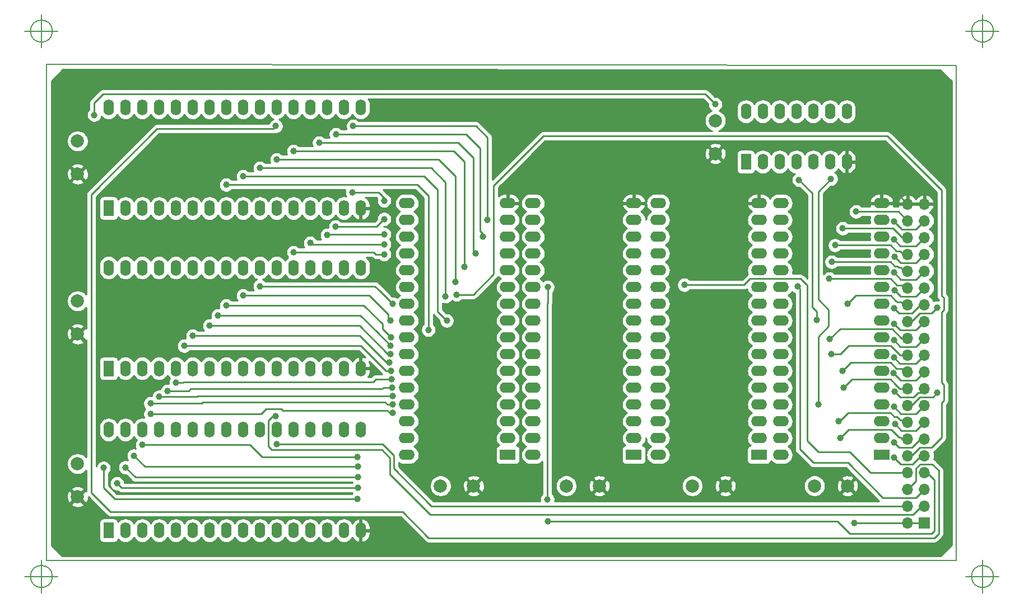
<source format=gbr>
G04 #@! TF.GenerationSoftware,KiCad,Pcbnew,(5.1.4)-1*
G04 #@! TF.CreationDate,2020-05-14T16:46:16+02:00*
G04 #@! TF.ProjectId,omega-ramexpansion,6f6d6567-612d-4726-916d-657870616e73,rev?*
G04 #@! TF.SameCoordinates,Original*
G04 #@! TF.FileFunction,Copper,L1,Top*
G04 #@! TF.FilePolarity,Positive*
%FSLAX46Y46*%
G04 Gerber Fmt 4.6, Leading zero omitted, Abs format (unit mm)*
G04 Created by KiCad (PCBNEW (5.1.4)-1) date 2020-05-14 16:46:16*
%MOMM*%
%LPD*%
G04 APERTURE LIST*
%ADD10C,0.150000*%
%ADD11R,1.600000X2.400000*%
%ADD12O,1.600000X2.400000*%
%ADD13C,2.000000*%
%ADD14R,2.400000X1.600000*%
%ADD15O,2.400000X1.600000*%
%ADD16O,1.700000X1.700000*%
%ADD17R,1.700000X1.700000*%
%ADD18C,1.000000*%
%ADD19C,0.250000*%
%ADD20C,0.254000*%
G04 APERTURE END LIST*
D10*
X71900000Y-62200000D02*
X71900000Y-137300000D01*
X209400000Y-62300000D02*
X71900000Y-62200000D01*
X209400000Y-62300000D02*
X209400000Y-137300000D01*
X71900000Y-137300000D02*
X209400000Y-137300000D01*
X72786666Y-57150000D02*
G75*
G03X72786666Y-57150000I-1666666J0D01*
G01*
X68620000Y-57150000D02*
X73620000Y-57150000D01*
X71120000Y-54650000D02*
X71120000Y-59650000D01*
X72786666Y-139700000D02*
G75*
G03X72786666Y-139700000I-1666666J0D01*
G01*
X68620000Y-139700000D02*
X73620000Y-139700000D01*
X71120000Y-137200000D02*
X71120000Y-142200000D01*
X215026666Y-57150000D02*
G75*
G03X215026666Y-57150000I-1666666J0D01*
G01*
X210860000Y-57150000D02*
X215860000Y-57150000D01*
X213360000Y-54650000D02*
X213360000Y-59650000D01*
X215026666Y-139700000D02*
G75*
G03X215026666Y-139700000I-1666666J0D01*
G01*
X210860000Y-139700000D02*
X215860000Y-139700000D01*
X213360000Y-137200000D02*
X213360000Y-142200000D01*
D11*
X81280000Y-132715000D03*
D12*
X119380000Y-117475000D03*
X83820000Y-132715000D03*
X116840000Y-117475000D03*
X86360000Y-132715000D03*
X114300000Y-117475000D03*
X88900000Y-132715000D03*
X111760000Y-117475000D03*
X91440000Y-132715000D03*
X109220000Y-117475000D03*
X93980000Y-132715000D03*
X106680000Y-117475000D03*
X96520000Y-132715000D03*
X104140000Y-117475000D03*
X99060000Y-132715000D03*
X101600000Y-117475000D03*
X101600000Y-132715000D03*
X99060000Y-117475000D03*
X104140000Y-132715000D03*
X96520000Y-117475000D03*
X106680000Y-132715000D03*
X93980000Y-117475000D03*
X109220000Y-132715000D03*
X91440000Y-117475000D03*
X111760000Y-132715000D03*
X88900000Y-117475000D03*
X114300000Y-132715000D03*
X86360000Y-117475000D03*
X116840000Y-132715000D03*
X83820000Y-117475000D03*
X119380000Y-132715000D03*
X81280000Y-117475000D03*
D13*
X169498000Y-125984000D03*
X174498000Y-125984000D03*
X150448000Y-125984000D03*
X155448000Y-125984000D03*
X131445000Y-125984000D03*
X136445000Y-125984000D03*
D11*
X81280000Y-108204000D03*
D12*
X119380000Y-92964000D03*
X83820000Y-108204000D03*
X116840000Y-92964000D03*
X86360000Y-108204000D03*
X114300000Y-92964000D03*
X88900000Y-108204000D03*
X111760000Y-92964000D03*
X91440000Y-108204000D03*
X109220000Y-92964000D03*
X93980000Y-108204000D03*
X106680000Y-92964000D03*
X96520000Y-108204000D03*
X104140000Y-92964000D03*
X99060000Y-108204000D03*
X101600000Y-92964000D03*
X101600000Y-108204000D03*
X99060000Y-92964000D03*
X104140000Y-108204000D03*
X96520000Y-92964000D03*
X106680000Y-108204000D03*
X93980000Y-92964000D03*
X109220000Y-108204000D03*
X91440000Y-92964000D03*
X111760000Y-108204000D03*
X88900000Y-92964000D03*
X114300000Y-108204000D03*
X86360000Y-92964000D03*
X116840000Y-108204000D03*
X83820000Y-92964000D03*
X119380000Y-108204000D03*
X81280000Y-92964000D03*
D14*
X160655000Y-121285000D03*
D15*
X145415000Y-83185000D03*
X160655000Y-118745000D03*
X145415000Y-85725000D03*
X160655000Y-116205000D03*
X145415000Y-88265000D03*
X160655000Y-113665000D03*
X145415000Y-90805000D03*
X160655000Y-111125000D03*
X145415000Y-93345000D03*
X160655000Y-108585000D03*
X145415000Y-95885000D03*
X160655000Y-106045000D03*
X145415000Y-98425000D03*
X160655000Y-103505000D03*
X145415000Y-100965000D03*
X160655000Y-100965000D03*
X145415000Y-103505000D03*
X160655000Y-98425000D03*
X145415000Y-106045000D03*
X160655000Y-95885000D03*
X145415000Y-108585000D03*
X160655000Y-93345000D03*
X145415000Y-111125000D03*
X160655000Y-90805000D03*
X145415000Y-113665000D03*
X160655000Y-88265000D03*
X145415000Y-116205000D03*
X160655000Y-85725000D03*
X145415000Y-118745000D03*
X160655000Y-83185000D03*
X145415000Y-121285000D03*
D13*
X76581000Y-122635000D03*
X76581000Y-127635000D03*
X76581000Y-97997000D03*
X76581000Y-102997000D03*
X76581000Y-73787000D03*
X76581000Y-78787000D03*
X187960000Y-125984000D03*
X192960000Y-125984000D03*
D11*
X177596800Y-76911200D03*
D12*
X192836800Y-69291200D03*
X180136800Y-76911200D03*
X190296800Y-69291200D03*
X182676800Y-76911200D03*
X187756800Y-69291200D03*
X185216800Y-76911200D03*
X185216800Y-69291200D03*
X187756800Y-76911200D03*
X182676800Y-69291200D03*
X190296800Y-76911200D03*
X180136800Y-69291200D03*
X192836800Y-76911200D03*
X177596800Y-69291200D03*
D13*
X172974000Y-70692000D03*
X172974000Y-75692000D03*
D11*
X81280000Y-83947000D03*
D12*
X119380000Y-68707000D03*
X83820000Y-83947000D03*
X116840000Y-68707000D03*
X86360000Y-83947000D03*
X114300000Y-68707000D03*
X88900000Y-83947000D03*
X111760000Y-68707000D03*
X91440000Y-83947000D03*
X109220000Y-68707000D03*
X93980000Y-83947000D03*
X106680000Y-68707000D03*
X96520000Y-83947000D03*
X104140000Y-68707000D03*
X99060000Y-83947000D03*
X101600000Y-68707000D03*
X101600000Y-83947000D03*
X99060000Y-68707000D03*
X104140000Y-83947000D03*
X96520000Y-68707000D03*
X106680000Y-83947000D03*
X93980000Y-68707000D03*
X109220000Y-83947000D03*
X91440000Y-68707000D03*
X111760000Y-83947000D03*
X88900000Y-68707000D03*
X114300000Y-83947000D03*
X86360000Y-68707000D03*
X116840000Y-83947000D03*
X83820000Y-68707000D03*
X119380000Y-83947000D03*
X81280000Y-68707000D03*
D14*
X198120000Y-121285000D03*
D15*
X182880000Y-83185000D03*
X198120000Y-118745000D03*
X182880000Y-85725000D03*
X198120000Y-116205000D03*
X182880000Y-88265000D03*
X198120000Y-113665000D03*
X182880000Y-90805000D03*
X198120000Y-111125000D03*
X182880000Y-93345000D03*
X198120000Y-108585000D03*
X182880000Y-95885000D03*
X198120000Y-106045000D03*
X182880000Y-98425000D03*
X198120000Y-103505000D03*
X182880000Y-100965000D03*
X198120000Y-100965000D03*
X182880000Y-103505000D03*
X198120000Y-98425000D03*
X182880000Y-106045000D03*
X198120000Y-95885000D03*
X182880000Y-108585000D03*
X198120000Y-93345000D03*
X182880000Y-111125000D03*
X198120000Y-90805000D03*
X182880000Y-113665000D03*
X198120000Y-88265000D03*
X182880000Y-116205000D03*
X198120000Y-85725000D03*
X182880000Y-118745000D03*
X198120000Y-83185000D03*
X182880000Y-121285000D03*
D14*
X179578000Y-121285000D03*
D15*
X164338000Y-83185000D03*
X179578000Y-118745000D03*
X164338000Y-85725000D03*
X179578000Y-116205000D03*
X164338000Y-88265000D03*
X179578000Y-113665000D03*
X164338000Y-90805000D03*
X179578000Y-111125000D03*
X164338000Y-93345000D03*
X179578000Y-108585000D03*
X164338000Y-95885000D03*
X179578000Y-106045000D03*
X164338000Y-98425000D03*
X179578000Y-103505000D03*
X164338000Y-100965000D03*
X179578000Y-100965000D03*
X164338000Y-103505000D03*
X179578000Y-98425000D03*
X164338000Y-106045000D03*
X179578000Y-95885000D03*
X164338000Y-108585000D03*
X179578000Y-93345000D03*
X164338000Y-111125000D03*
X179578000Y-90805000D03*
X164338000Y-113665000D03*
X179578000Y-88265000D03*
X164338000Y-116205000D03*
X179578000Y-85725000D03*
X164338000Y-118745000D03*
X179578000Y-83185000D03*
X164338000Y-121285000D03*
D14*
X141605000Y-121285000D03*
D15*
X126365000Y-83185000D03*
X141605000Y-118745000D03*
X126365000Y-85725000D03*
X141605000Y-116205000D03*
X126365000Y-88265000D03*
X141605000Y-113665000D03*
X126365000Y-90805000D03*
X141605000Y-111125000D03*
X126365000Y-93345000D03*
X141605000Y-108585000D03*
X126365000Y-95885000D03*
X141605000Y-106045000D03*
X126365000Y-98425000D03*
X141605000Y-103505000D03*
X126365000Y-100965000D03*
X141605000Y-100965000D03*
X126365000Y-103505000D03*
X141605000Y-98425000D03*
X126365000Y-106045000D03*
X141605000Y-95885000D03*
X126365000Y-108585000D03*
X141605000Y-93345000D03*
X126365000Y-111125000D03*
X141605000Y-90805000D03*
X126365000Y-113665000D03*
X141605000Y-88265000D03*
X126365000Y-116205000D03*
X141605000Y-85725000D03*
X126365000Y-118745000D03*
X141605000Y-83185000D03*
X126365000Y-121285000D03*
D16*
X202040000Y-83310000D03*
X204580000Y-83310000D03*
X202040000Y-85850000D03*
X204580000Y-85850000D03*
X202040000Y-88390000D03*
X204580000Y-88390000D03*
X202040000Y-90930000D03*
X204580000Y-90930000D03*
X202040000Y-93470000D03*
X204580000Y-93470000D03*
X202040000Y-96010000D03*
X204580000Y-96010000D03*
X202040000Y-98550000D03*
X204580000Y-98550000D03*
X202040000Y-101090000D03*
X204580000Y-101090000D03*
X202040000Y-103630000D03*
X204580000Y-103630000D03*
X202040000Y-106170000D03*
X204580000Y-106170000D03*
X202040000Y-108710000D03*
X204580000Y-108710000D03*
X202040000Y-111250000D03*
X204580000Y-111250000D03*
X202040000Y-113790000D03*
X204580000Y-113790000D03*
X202040000Y-116330000D03*
X204580000Y-116330000D03*
X202040000Y-118870000D03*
X204580000Y-118870000D03*
X202040000Y-121410000D03*
X204580000Y-121410000D03*
X202040000Y-123950000D03*
X204580000Y-123950000D03*
X202040000Y-126490000D03*
X204580000Y-126490000D03*
X202040000Y-129030000D03*
X204580000Y-129030000D03*
X202040000Y-131570000D03*
D17*
X204580000Y-131570000D03*
D18*
X79095600Y-69841400D03*
X172974000Y-68199000D03*
X118897400Y-127939800D03*
X193952400Y-131570000D03*
X80518000Y-123250000D03*
X200088500Y-81851500D03*
X202800000Y-68600000D03*
X106502200Y-115443000D03*
X106680000Y-119659400D03*
X185420000Y-95821500D03*
X106553000Y-71526400D03*
X147624800Y-95885000D03*
X147599400Y-128041400D03*
X147624800Y-131343400D03*
X168300400Y-95554800D03*
X200025000Y-121729500D03*
X118948200Y-126263400D03*
X82550000Y-125600000D03*
X133858000Y-97028000D03*
X200025000Y-119380000D03*
X118948200Y-123088400D03*
X85090000Y-121412000D03*
X191833500Y-118745000D03*
X118948200Y-124688600D03*
X83820000Y-123190000D03*
X124180600Y-114909600D03*
X200130000Y-116650000D03*
X87600000Y-115100000D03*
X191643000Y-116205000D03*
X86360000Y-119761000D03*
X118900000Y-121600000D03*
X199999600Y-114020600D03*
X124206000Y-112395000D03*
X88900000Y-112500000D03*
X188518800Y-113665000D03*
X190441621Y-79511990D03*
X124180600Y-113639600D03*
X87600000Y-113500000D03*
X200087500Y-111697500D03*
X124002800Y-109829600D03*
X91440000Y-110388400D03*
X192405000Y-111125000D03*
X124104400Y-111125000D03*
X90170000Y-111630000D03*
X199923400Y-108940600D03*
X123723400Y-107289600D03*
X93980000Y-103251000D03*
X192214500Y-108585000D03*
X123977400Y-108585000D03*
X92710000Y-104775000D03*
X123901200Y-104775000D03*
X97790000Y-100203000D03*
X199961500Y-106553000D03*
X190500000Y-106045000D03*
X123901200Y-106019600D03*
X96520000Y-101727000D03*
X199961500Y-103949500D03*
X99060000Y-80391000D03*
X129616200Y-102362000D03*
X190288500Y-103780000D03*
X123926600Y-103505000D03*
X99060000Y-98679000D03*
X200025000Y-101473000D03*
X132384800Y-100965000D03*
X101600000Y-79121000D03*
X185623200Y-79679800D03*
X123875800Y-100965000D03*
X101600000Y-97155000D03*
X188341000Y-100901500D03*
X199961500Y-99060000D03*
X132207000Y-97307400D03*
X104140000Y-77851000D03*
X192976500Y-98425000D03*
X124206000Y-98425000D03*
X104138313Y-95759687D03*
X200088500Y-96393000D03*
X133705600Y-95148400D03*
X106680000Y-76581000D03*
X190200302Y-94615000D03*
X109220000Y-90614500D03*
X122936000Y-90932000D03*
X199948800Y-93700600D03*
X135026400Y-92811600D03*
X109220000Y-75311000D03*
X111760000Y-89204800D03*
X190550800Y-92075000D03*
X122936000Y-89408000D03*
X200088500Y-91313000D03*
X136753600Y-90805000D03*
X113093500Y-74041000D03*
X114300000Y-88011000D03*
X191058800Y-89560400D03*
X122936000Y-87884000D03*
X199974200Y-88671400D03*
X137845800Y-88265000D03*
X115646200Y-72771000D03*
X192214500Y-86995000D03*
X115570000Y-86741000D03*
X122936000Y-85598000D03*
X199974200Y-85928200D03*
X138531600Y-85725000D03*
X118237000Y-71501000D03*
X194246500Y-84455000D03*
X122936000Y-82804000D03*
X118110000Y-81534000D03*
X206502000Y-111912400D03*
X206502000Y-99009200D03*
D19*
X204580000Y-131570000D02*
X202040000Y-131570000D01*
X79095600Y-69841400D02*
X79095600Y-67995800D01*
X79095600Y-67995800D02*
X80416400Y-66675000D01*
X80416400Y-66675000D02*
X171450000Y-66675000D01*
X171450000Y-66675000D02*
X172974000Y-68199000D01*
X196670200Y-131570000D02*
X202040000Y-131570000D01*
X193952400Y-131570000D02*
X196670200Y-131570000D01*
X80518000Y-123250000D02*
X80518000Y-126268000D01*
X82189800Y-127939800D02*
X83139800Y-127939800D01*
X80518000Y-126268000D02*
X82189800Y-127939800D01*
X83139800Y-127939800D02*
X118897400Y-127939800D01*
X204580000Y-83310000D02*
X202040000Y-83310000D01*
X202040000Y-83310000D02*
X200581500Y-81851500D01*
X200581500Y-81851500D02*
X200088500Y-81851500D01*
X105410000Y-116110936D02*
X106077936Y-115443000D01*
X105410000Y-120015000D02*
X105410000Y-116110936D01*
X105943400Y-120548400D02*
X105410000Y-120015000D01*
X204580000Y-129030000D02*
X204167200Y-129030000D01*
X122580400Y-120548400D02*
X105943400Y-120548400D01*
X204167200Y-129030000D02*
X202895200Y-130302000D01*
X202895200Y-130302000D02*
X129844800Y-130302000D01*
X129844800Y-130302000D02*
X123774200Y-124231400D01*
X123774200Y-124231400D02*
X123774200Y-121742200D01*
X106077936Y-115443000D02*
X106502200Y-115443000D01*
X123774200Y-121742200D02*
X122580400Y-120548400D01*
X130227800Y-129030000D02*
X202040000Y-129030000D01*
X130071400Y-129030000D02*
X130227800Y-129030000D01*
X106680000Y-119659400D02*
X107104264Y-119659400D01*
X107104264Y-119659400D02*
X107129664Y-119684800D01*
X107129664Y-119684800D02*
X122707400Y-119684800D01*
X122707400Y-119684800D02*
X124383800Y-121361200D01*
X124383800Y-121361200D02*
X124383800Y-123342400D01*
X124383800Y-123342400D02*
X130071400Y-129030000D01*
X203308000Y-127762000D02*
X204580000Y-126490000D01*
X185737500Y-96139000D02*
X185737500Y-120459500D01*
X185420000Y-95821500D02*
X185737500Y-96139000D01*
X193040000Y-122491500D02*
X198310500Y-127762000D01*
X187769500Y-122491500D02*
X193040000Y-122491500D01*
X198310500Y-127762000D02*
X203308000Y-127762000D01*
X185737500Y-120459500D02*
X187769500Y-122491500D01*
X106146600Y-71932800D02*
X106553000Y-71526400D01*
X203944410Y-122682000D02*
X205765400Y-122682000D01*
X203301600Y-123324810D02*
X203944410Y-122682000D01*
X203301600Y-125222000D02*
X203301600Y-123324810D01*
X202889999Y-125633601D02*
X203301600Y-125222000D01*
X202889999Y-125640001D02*
X202889999Y-125633601D01*
X202040000Y-126490000D02*
X202889999Y-125640001D01*
X205765400Y-122682000D02*
X206756000Y-123672600D01*
X206756000Y-123672600D02*
X206756000Y-133172200D01*
X206756000Y-133172200D02*
X206070200Y-133858000D01*
X206070200Y-133858000D02*
X129667000Y-133858000D01*
X129667000Y-133858000D02*
X125704600Y-129895600D01*
X125704600Y-129895600D02*
X81534000Y-129895600D01*
X81534000Y-129895600D02*
X78638400Y-127000000D01*
X78638400Y-127000000D02*
X78638400Y-81889600D01*
X78638400Y-81889600D02*
X88595200Y-71932800D01*
X88595200Y-71932800D02*
X106146600Y-71932800D01*
X147599400Y-98348800D02*
X147599400Y-128041400D01*
X147624800Y-96309264D02*
X147624800Y-95885000D01*
X147624800Y-98323400D02*
X147624800Y-96309264D01*
X147599400Y-98348800D02*
X147624800Y-98323400D01*
X191439800Y-131343400D02*
X147624800Y-131343400D01*
X204580000Y-123950000D02*
X204950600Y-123950000D01*
X204950600Y-123950000D02*
X206070200Y-125069600D01*
X206070200Y-125069600D02*
X206070200Y-132816600D01*
X206070200Y-132816600D02*
X205689200Y-133197600D01*
X205689200Y-133197600D02*
X193294000Y-133197600D01*
X193294000Y-133197600D02*
X191439800Y-131343400D01*
X177317400Y-95554800D02*
X168300400Y-95554800D01*
X178257200Y-94615000D02*
X177317400Y-95554800D01*
X185851800Y-94615000D02*
X178257200Y-94615000D01*
X186849590Y-119183990D02*
X186849590Y-95612790D01*
X186849590Y-95612790D02*
X185851800Y-94615000D01*
X193338450Y-120884950D02*
X196403500Y-123950000D01*
X188550550Y-120884950D02*
X193338450Y-120884950D01*
X202040000Y-123950000D02*
X196403500Y-123950000D01*
X188550550Y-120884950D02*
X186849590Y-119183990D01*
X204091000Y-121410000D02*
X204580000Y-121410000D01*
X202819000Y-122682000D02*
X204091000Y-121410000D01*
X200977500Y-122682000D02*
X202819000Y-122682000D01*
X200025000Y-121729500D02*
X200977500Y-122682000D01*
X83213400Y-126263400D02*
X82550000Y-125600000D01*
X118948200Y-126263400D02*
X83213400Y-126263400D01*
X136398000Y-97028000D02*
X133858000Y-97028000D01*
X139471400Y-93954600D02*
X136398000Y-97028000D01*
X139471400Y-80518000D02*
X139471400Y-93954600D01*
X207162400Y-113385600D02*
X207518000Y-113030000D01*
X207162400Y-118668800D02*
X207162400Y-113385600D01*
X205689200Y-120142000D02*
X207162400Y-118668800D01*
X203911200Y-120142000D02*
X205689200Y-120142000D01*
X202643200Y-121410000D02*
X203911200Y-120142000D01*
X202040000Y-121410000D02*
X202643200Y-121410000D01*
X146964400Y-73025000D02*
X139471400Y-80518000D01*
X207518000Y-113030000D02*
X207518000Y-110693200D01*
X207518000Y-110693200D02*
X207162400Y-110337600D01*
X207162400Y-110337600D02*
X207162400Y-99669600D01*
X207162400Y-99669600D02*
X207518000Y-99314000D01*
X207518000Y-99314000D02*
X207518000Y-97536000D01*
X207518000Y-97536000D02*
X207162400Y-97180400D01*
X207162400Y-97180400D02*
X207162400Y-81229200D01*
X207162400Y-81229200D02*
X198958200Y-73025000D01*
X198958200Y-73025000D02*
X146964400Y-73025000D01*
X203964000Y-118870000D02*
X204580000Y-118870000D01*
X202692000Y-120142000D02*
X203964000Y-118870000D01*
X200787000Y-120142000D02*
X202692000Y-120142000D01*
X200025000Y-119380000D02*
X200787000Y-120142000D01*
X86766400Y-123088400D02*
X85090000Y-121412000D01*
X118948200Y-123088400D02*
X86766400Y-123088400D01*
X193103500Y-117475000D02*
X191833500Y-118745000D01*
X202040000Y-118870000D02*
X201166000Y-118870000D01*
X201166000Y-118870000D02*
X200977500Y-118681500D01*
X200977500Y-118681500D02*
X200787000Y-118681500D01*
X200787000Y-118681500D02*
X199580500Y-117475000D01*
X199580500Y-117475000D02*
X193103500Y-117475000D01*
X85318600Y-124688600D02*
X83820000Y-123190000D01*
X118948200Y-124688600D02*
X85318600Y-124688600D01*
X201082000Y-117602000D02*
X200130000Y-116650000D01*
X203308000Y-117602000D02*
X201082000Y-117602000D01*
X204580000Y-116330000D02*
X203308000Y-117602000D01*
X123756336Y-114909600D02*
X124180600Y-114909600D01*
X87600000Y-115100000D02*
X104300000Y-115100000D01*
X104300000Y-115100000D02*
X105050000Y-114350000D01*
X105050000Y-114350000D02*
X107400000Y-114350000D01*
X107400000Y-114350000D02*
X107604000Y-114554000D01*
X107604000Y-114554000D02*
X123400736Y-114554000D01*
X123400736Y-114554000D02*
X123756336Y-114909600D01*
X193040000Y-114935000D02*
X199442919Y-114935000D01*
X191770000Y-116205000D02*
X193040000Y-114935000D01*
X191643000Y-116205000D02*
X191770000Y-116205000D01*
X200736041Y-115776041D02*
X200950000Y-115990000D01*
X201700000Y-115990000D02*
X202040000Y-116330000D01*
X200950000Y-115990000D02*
X201700000Y-115990000D01*
X199442919Y-114935000D02*
X200008960Y-115501040D01*
X200421040Y-115501040D02*
X200696041Y-115776041D01*
X200008960Y-115501040D02*
X200421040Y-115501040D01*
X200696041Y-115776041D02*
X200736041Y-115776041D01*
X118900000Y-121600000D02*
X104444800Y-121589800D01*
X104444800Y-121589800D02*
X102616000Y-119761000D01*
X102616000Y-119761000D02*
X95821500Y-119761000D01*
X95821500Y-119761000D02*
X86360000Y-119761000D01*
X201041000Y-115061000D02*
X201041000Y-115062000D01*
X201041000Y-115062000D02*
X203308000Y-115062000D01*
X203308000Y-115062000D02*
X204580000Y-113790000D01*
X199999600Y-114020600D02*
X201041000Y-115061000D01*
X94640000Y-112500000D02*
X94745000Y-112395000D01*
X88900000Y-112500000D02*
X94640000Y-112500000D01*
X94745000Y-112395000D02*
X124206000Y-112395000D01*
X188518800Y-103390700D02*
X188518800Y-113665000D01*
X190119000Y-101790500D02*
X188518800Y-103390700D01*
X190119000Y-99314000D02*
X190119000Y-101790500D01*
X188518800Y-97713800D02*
X190119000Y-99314000D01*
X188518800Y-81434811D02*
X188518800Y-97713800D01*
X190441621Y-79511990D02*
X188518800Y-81434811D01*
X123418600Y-113639600D02*
X124180600Y-113639600D01*
X123063000Y-113284000D02*
X123418600Y-113639600D01*
X95524000Y-113284000D02*
X123063000Y-113284000D01*
X95308000Y-113500000D02*
X95524000Y-113284000D01*
X87600000Y-113500000D02*
X95308000Y-113500000D01*
X203993800Y-111836200D02*
X204580000Y-111250000D01*
X203631800Y-111836200D02*
X203993800Y-111836200D01*
X202946000Y-112522000D02*
X203631800Y-111836200D01*
X200087500Y-111697500D02*
X200912000Y-112522000D01*
X200912000Y-112522000D02*
X202946000Y-112522000D01*
X92451600Y-110388400D02*
X91440000Y-110388400D01*
X121240000Y-110250000D02*
X121660400Y-109829600D01*
X92590000Y-110250000D02*
X121240000Y-110250000D01*
X124002800Y-109829600D02*
X121660400Y-109829600D01*
X92590000Y-110250000D02*
X92451600Y-110388400D01*
X199453500Y-109855000D02*
X194500500Y-109855000D01*
X200183750Y-110585250D02*
X199453500Y-109855000D01*
X200183750Y-110595831D02*
X200183750Y-110585250D01*
X200837919Y-111250000D02*
X200183750Y-110595831D01*
X202040000Y-111250000D02*
X200837919Y-111250000D01*
X193675000Y-109855000D02*
X192405000Y-111125000D01*
X194500500Y-109855000D02*
X193675000Y-109855000D01*
X122815000Y-111125000D02*
X124104400Y-111125000D01*
X122620000Y-111320000D02*
X122815000Y-111125000D01*
X93680000Y-111320000D02*
X122620000Y-111320000D01*
X93370000Y-111630000D02*
X93680000Y-111320000D01*
X90170000Y-111630000D02*
X93370000Y-111630000D01*
X203308000Y-109982000D02*
X204580000Y-108710000D01*
X200977500Y-109982000D02*
X203308000Y-109982000D01*
X199923400Y-108940600D02*
X200977500Y-109982000D01*
X123291600Y-107289600D02*
X123723400Y-107289600D01*
X119253000Y-103251000D02*
X123291600Y-107289600D01*
X95123000Y-103251000D02*
X93980000Y-103251000D01*
X95123000Y-103251000D02*
X119253000Y-103251000D01*
X193484500Y-107315000D02*
X192214500Y-108585000D01*
X199442919Y-107315000D02*
X193484500Y-107315000D01*
X119354600Y-104775000D02*
X92710000Y-104775000D01*
X123977400Y-108585000D02*
X123164600Y-108585000D01*
X123164600Y-108585000D02*
X119354600Y-104775000D01*
X200348960Y-108221040D02*
X201108960Y-108221040D01*
X200348960Y-108221040D02*
X199442919Y-107315000D01*
X201597920Y-108710000D02*
X202040000Y-108710000D01*
X201108960Y-108221040D02*
X201597920Y-108710000D01*
X203308000Y-107442000D02*
X204580000Y-106170000D01*
X200850500Y-107442000D02*
X203308000Y-107442000D01*
X199961500Y-106553000D02*
X200850500Y-107442000D01*
X119329200Y-100203000D02*
X121894600Y-102768400D01*
X97790000Y-100203000D02*
X119329200Y-100203000D01*
X121894600Y-102768400D02*
X123901200Y-104775000D01*
X202040000Y-106170000D02*
X200912000Y-106170000D01*
X200912000Y-106170000D02*
X199517000Y-104775000D01*
X199517000Y-104775000D02*
X196278500Y-104775000D01*
X196278500Y-104775000D02*
X193103500Y-104775000D01*
X193103500Y-104775000D02*
X191833500Y-106045000D01*
X191833500Y-106045000D02*
X190500000Y-106045000D01*
X123476936Y-106019600D02*
X123901200Y-106019600D01*
X119184336Y-101727000D02*
X123476936Y-106019600D01*
X96520000Y-101727000D02*
X119184336Y-101727000D01*
X203308000Y-104902000D02*
X204580000Y-103630000D01*
X200914000Y-104902000D02*
X203308000Y-104902000D01*
X199961500Y-103949500D02*
X200914000Y-104902000D01*
X127101600Y-80391000D02*
X99060000Y-80391000D01*
X127952500Y-80391000D02*
X127101600Y-80391000D01*
X129616200Y-102362000D02*
X129616200Y-82054700D01*
X129616200Y-82054700D02*
X127952500Y-80391000D01*
X201102500Y-103630000D02*
X202040000Y-103630000D01*
X199707500Y-102235000D02*
X201102500Y-103630000D01*
X190288500Y-103780000D02*
X191833500Y-102235000D01*
X191833500Y-102235000D02*
X199707500Y-102235000D01*
X123088400Y-102666800D02*
X123926600Y-103505000D01*
X123088400Y-102641400D02*
X123088400Y-102666800D01*
X122656600Y-102209600D02*
X123088400Y-102641400D01*
X119837200Y-98679000D02*
X122656600Y-101498400D01*
X99060000Y-98679000D02*
X119837200Y-98679000D01*
X122656600Y-101498400D02*
X122656600Y-102209600D01*
X204580000Y-101090000D02*
X203308000Y-102362000D01*
X203308000Y-102362000D02*
X203136500Y-102362000D01*
X203136500Y-102362000D02*
X200914000Y-102362000D01*
X200914000Y-102362000D02*
X200025000Y-101473000D01*
X132118100Y-100698300D02*
X132384800Y-100965000D01*
X131013200Y-99593400D02*
X132118100Y-100698300D01*
X131013200Y-81153000D02*
X131013200Y-99593400D01*
X128981200Y-79121000D02*
X131013200Y-81153000D01*
X101600000Y-79121000D02*
X128981200Y-79121000D01*
X123575801Y-100665001D02*
X123875800Y-100965000D01*
X123575801Y-100045799D02*
X123575801Y-100665001D01*
X120685002Y-97155000D02*
X123575801Y-100045799D01*
X101600000Y-97155000D02*
X120685002Y-97155000D01*
X187629800Y-81686400D02*
X185623200Y-79679800D01*
X188341000Y-100901500D02*
X188341000Y-99631500D01*
X188341000Y-99631500D02*
X187629800Y-98920300D01*
X187629800Y-98920300D02*
X187629800Y-81686400D01*
X200723500Y-99822000D02*
X199961500Y-99060000D01*
X202717400Y-99822000D02*
X200723500Y-99822000D01*
X203989400Y-98550000D02*
X202717400Y-99822000D01*
X204580000Y-98550000D02*
X203989400Y-98550000D01*
X132207000Y-80010000D02*
X132207000Y-97307400D01*
X130048000Y-77851000D02*
X132207000Y-80010000D01*
X104140000Y-77851000D02*
X130048000Y-77851000D01*
X194246500Y-97155000D02*
X192976500Y-98425000D01*
X199453500Y-97155000D02*
X194246500Y-97155000D01*
X200279000Y-97980500D02*
X199453500Y-97155000D01*
X201483500Y-98550000D02*
X201104500Y-98171000D01*
X201104500Y-98171000D02*
X201099210Y-98176290D01*
X201099210Y-98176290D02*
X200464210Y-98176290D01*
X200464210Y-98176290D02*
X200279000Y-97991081D01*
X202040000Y-98550000D02*
X201483500Y-98550000D01*
X200279000Y-97991081D02*
X200279000Y-97980500D01*
X121540687Y-95759687D02*
X122174000Y-96393000D01*
X104138313Y-95759687D02*
X121540687Y-95759687D01*
X122174000Y-96393000D02*
X124206000Y-98425000D01*
X203308000Y-97282000D02*
X204580000Y-96010000D01*
X200088500Y-96393000D02*
X200977500Y-97282000D01*
X200977500Y-97282000D02*
X203308000Y-97282000D01*
X133705600Y-79095600D02*
X133705600Y-95148400D01*
X131191000Y-76581000D02*
X133705600Y-79095600D01*
X106680000Y-76581000D02*
X131191000Y-76581000D01*
X190200302Y-94615000D02*
X199442919Y-94615000D01*
X110426500Y-90614500D02*
X109220000Y-90614500D01*
X110444001Y-90632001D02*
X110426500Y-90614500D01*
X121666000Y-90932000D02*
X121366001Y-90632001D01*
X122936000Y-90932000D02*
X121666000Y-90932000D01*
X121366001Y-90632001D02*
X110444001Y-90632001D01*
X200418960Y-95591040D02*
X201198960Y-95591040D01*
X199442919Y-94615000D02*
X200418960Y-95591040D01*
X201617920Y-96010000D02*
X202040000Y-96010000D01*
X201198960Y-95591040D02*
X201617920Y-96010000D01*
X200977500Y-94742000D02*
X203327000Y-94742000D01*
X203327000Y-94742000D02*
X203730001Y-94338999D01*
X203730001Y-94338999D02*
X203730001Y-94319999D01*
X203730001Y-94319999D02*
X204580000Y-93470000D01*
X199948800Y-93700600D02*
X200977500Y-94742000D01*
X135026400Y-76911200D02*
X135026400Y-92811600D01*
X109220000Y-75311000D02*
X133426200Y-75311000D01*
X133426200Y-75311000D02*
X135026400Y-76911200D01*
X111760000Y-89217500D02*
X111950500Y-89408000D01*
X111760000Y-89204800D02*
X111760000Y-89217500D01*
X111963200Y-89408000D02*
X111760000Y-89204800D01*
X122936000Y-89408000D02*
X111963200Y-89408000D01*
X201520000Y-93470000D02*
X202040000Y-93470000D01*
X200981040Y-92931040D02*
X201520000Y-93470000D01*
X190550800Y-92075000D02*
X199442919Y-92075000D01*
X199442919Y-92075000D02*
X200078960Y-92711040D01*
X200481040Y-92711040D02*
X200701040Y-92931040D01*
X200078960Y-92711040D02*
X200481040Y-92711040D01*
X200701040Y-92931040D02*
X200981040Y-92931040D01*
X200088500Y-91313000D02*
X200977500Y-92202000D01*
X203308000Y-92202000D02*
X204580000Y-90930000D01*
X200977500Y-92202000D02*
X203308000Y-92202000D01*
X134112000Y-74041000D02*
X136423400Y-76352400D01*
X136423400Y-76352400D02*
X136423400Y-90474800D01*
X136423400Y-90474800D02*
X136753600Y-90805000D01*
X133604000Y-74041000D02*
X113093500Y-74041000D01*
X133604000Y-74041000D02*
X134112000Y-74041000D01*
X191058800Y-89560400D02*
X199453500Y-89545581D01*
X114427000Y-87884000D02*
X114300000Y-88011000D01*
X122936000Y-87884000D02*
X114427000Y-87884000D01*
X199453500Y-89545581D02*
X200363959Y-90456041D01*
X200363959Y-90456041D02*
X200956041Y-90456041D01*
X201430000Y-90930000D02*
X202040000Y-90930000D01*
X200956041Y-90456041D02*
X201430000Y-90930000D01*
X203308000Y-89662000D02*
X204580000Y-88390000D01*
X200942000Y-89662000D02*
X203308000Y-89662000D01*
X199974200Y-88671400D02*
X200942000Y-89662000D01*
X137845800Y-87840736D02*
X137845800Y-88265000D01*
X137414000Y-87408936D02*
X137845800Y-87840736D01*
X137414000Y-74904600D02*
X137414000Y-87408936D01*
X135280400Y-72771000D02*
X137414000Y-74904600D01*
X115646200Y-72771000D02*
X135280400Y-72771000D01*
X201229500Y-88390000D02*
X202040000Y-88390000D01*
X199834500Y-86995000D02*
X200279000Y-87439500D01*
X192214500Y-86995000D02*
X199834500Y-86995000D01*
X200279000Y-87439500D02*
X201229500Y-88390000D01*
X122636001Y-85897999D02*
X121793000Y-86741000D01*
X122936000Y-85598000D02*
X122636001Y-85897999D01*
X121793000Y-86741000D02*
X115570000Y-86741000D01*
X201168000Y-87122000D02*
X199974200Y-85928200D01*
X203308000Y-87122000D02*
X201168000Y-87122000D01*
X204580000Y-85850000D02*
X203308000Y-87122000D01*
X138531600Y-73228200D02*
X138531600Y-85725000D01*
X136804400Y-71501000D02*
X138531600Y-73228200D01*
X118237000Y-71501000D02*
X136804400Y-71501000D01*
X200645000Y-84455000D02*
X202040000Y-85850000D01*
X194246500Y-84455000D02*
X200645000Y-84455000D01*
X122936000Y-82379736D02*
X122090264Y-81534000D01*
X122936000Y-82804000D02*
X122936000Y-82379736D01*
X122090264Y-81534000D02*
X118110000Y-81534000D01*
X202643200Y-113790000D02*
X202040000Y-113790000D01*
X203911200Y-112522000D02*
X202643200Y-113790000D01*
X206502000Y-111912400D02*
X205892400Y-112522000D01*
X205892400Y-112522000D02*
X203911200Y-112522000D01*
X205689200Y-99822000D02*
X206202001Y-99309199D01*
X206202001Y-99309199D02*
X206502000Y-99009200D01*
X203861810Y-99822000D02*
X205689200Y-99822000D01*
X202593810Y-101090000D02*
X203861810Y-99822000D01*
X202040000Y-101090000D02*
X202593810Y-101090000D01*
D20*
G36*
X206958118Y-63008224D02*
G01*
X208690000Y-64740106D01*
X208690001Y-134903893D01*
X207003894Y-136590000D01*
X74237606Y-136590000D01*
X72610000Y-134962394D01*
X72610000Y-131515000D01*
X79841928Y-131515000D01*
X79841928Y-133915000D01*
X79854188Y-134039482D01*
X79890498Y-134159180D01*
X79949463Y-134269494D01*
X80028815Y-134366185D01*
X80125506Y-134445537D01*
X80235820Y-134504502D01*
X80355518Y-134540812D01*
X80480000Y-134553072D01*
X82080000Y-134553072D01*
X82204482Y-134540812D01*
X82324180Y-134504502D01*
X82434494Y-134445537D01*
X82531185Y-134366185D01*
X82610537Y-134269494D01*
X82669502Y-134159180D01*
X82705812Y-134039482D01*
X82707581Y-134021517D01*
X82800393Y-134134608D01*
X83018900Y-134313932D01*
X83268193Y-134447182D01*
X83538692Y-134529236D01*
X83820000Y-134556943D01*
X84101309Y-134529236D01*
X84371808Y-134447182D01*
X84621101Y-134313932D01*
X84839608Y-134134608D01*
X85018932Y-133916101D01*
X85090000Y-133783142D01*
X85161068Y-133916101D01*
X85340393Y-134134608D01*
X85558900Y-134313932D01*
X85808193Y-134447182D01*
X86078692Y-134529236D01*
X86360000Y-134556943D01*
X86641309Y-134529236D01*
X86911808Y-134447182D01*
X87161101Y-134313932D01*
X87379608Y-134134608D01*
X87558932Y-133916101D01*
X87630000Y-133783142D01*
X87701068Y-133916101D01*
X87880393Y-134134608D01*
X88098900Y-134313932D01*
X88348193Y-134447182D01*
X88618692Y-134529236D01*
X88900000Y-134556943D01*
X89181309Y-134529236D01*
X89451808Y-134447182D01*
X89701101Y-134313932D01*
X89919608Y-134134608D01*
X90098932Y-133916101D01*
X90170000Y-133783142D01*
X90241068Y-133916101D01*
X90420393Y-134134608D01*
X90638900Y-134313932D01*
X90888193Y-134447182D01*
X91158692Y-134529236D01*
X91440000Y-134556943D01*
X91721309Y-134529236D01*
X91991808Y-134447182D01*
X92241101Y-134313932D01*
X92459608Y-134134608D01*
X92638932Y-133916101D01*
X92710000Y-133783142D01*
X92781068Y-133916101D01*
X92960393Y-134134608D01*
X93178900Y-134313932D01*
X93428193Y-134447182D01*
X93698692Y-134529236D01*
X93980000Y-134556943D01*
X94261309Y-134529236D01*
X94531808Y-134447182D01*
X94781101Y-134313932D01*
X94999608Y-134134608D01*
X95178932Y-133916101D01*
X95250000Y-133783142D01*
X95321068Y-133916101D01*
X95500393Y-134134608D01*
X95718900Y-134313932D01*
X95968193Y-134447182D01*
X96238692Y-134529236D01*
X96520000Y-134556943D01*
X96801309Y-134529236D01*
X97071808Y-134447182D01*
X97321101Y-134313932D01*
X97539608Y-134134608D01*
X97718932Y-133916101D01*
X97790000Y-133783142D01*
X97861068Y-133916101D01*
X98040393Y-134134608D01*
X98258900Y-134313932D01*
X98508193Y-134447182D01*
X98778692Y-134529236D01*
X99060000Y-134556943D01*
X99341309Y-134529236D01*
X99611808Y-134447182D01*
X99861101Y-134313932D01*
X100079608Y-134134608D01*
X100258932Y-133916101D01*
X100330000Y-133783142D01*
X100401068Y-133916101D01*
X100580393Y-134134608D01*
X100798900Y-134313932D01*
X101048193Y-134447182D01*
X101318692Y-134529236D01*
X101600000Y-134556943D01*
X101881309Y-134529236D01*
X102151808Y-134447182D01*
X102401101Y-134313932D01*
X102619608Y-134134608D01*
X102798932Y-133916101D01*
X102870000Y-133783142D01*
X102941068Y-133916101D01*
X103120393Y-134134608D01*
X103338900Y-134313932D01*
X103588193Y-134447182D01*
X103858692Y-134529236D01*
X104140000Y-134556943D01*
X104421309Y-134529236D01*
X104691808Y-134447182D01*
X104941101Y-134313932D01*
X105159608Y-134134608D01*
X105338932Y-133916101D01*
X105410000Y-133783142D01*
X105481068Y-133916101D01*
X105660393Y-134134608D01*
X105878900Y-134313932D01*
X106128193Y-134447182D01*
X106398692Y-134529236D01*
X106680000Y-134556943D01*
X106961309Y-134529236D01*
X107231808Y-134447182D01*
X107481101Y-134313932D01*
X107699608Y-134134608D01*
X107878932Y-133916101D01*
X107950000Y-133783142D01*
X108021068Y-133916101D01*
X108200393Y-134134608D01*
X108418900Y-134313932D01*
X108668193Y-134447182D01*
X108938692Y-134529236D01*
X109220000Y-134556943D01*
X109501309Y-134529236D01*
X109771808Y-134447182D01*
X110021101Y-134313932D01*
X110239608Y-134134608D01*
X110418932Y-133916101D01*
X110490000Y-133783142D01*
X110561068Y-133916101D01*
X110740393Y-134134608D01*
X110958900Y-134313932D01*
X111208193Y-134447182D01*
X111478692Y-134529236D01*
X111760000Y-134556943D01*
X112041309Y-134529236D01*
X112311808Y-134447182D01*
X112561101Y-134313932D01*
X112779608Y-134134608D01*
X112958932Y-133916101D01*
X113030000Y-133783142D01*
X113101068Y-133916101D01*
X113280393Y-134134608D01*
X113498900Y-134313932D01*
X113748193Y-134447182D01*
X114018692Y-134529236D01*
X114300000Y-134556943D01*
X114581309Y-134529236D01*
X114851808Y-134447182D01*
X115101101Y-134313932D01*
X115319608Y-134134608D01*
X115498932Y-133916101D01*
X115570000Y-133783142D01*
X115641068Y-133916101D01*
X115820393Y-134134608D01*
X116038900Y-134313932D01*
X116288193Y-134447182D01*
X116558692Y-134529236D01*
X116840000Y-134556943D01*
X117121309Y-134529236D01*
X117391808Y-134447182D01*
X117641101Y-134313932D01*
X117859608Y-134134608D01*
X118038932Y-133916101D01*
X118107265Y-133788259D01*
X118257399Y-134017839D01*
X118455105Y-134219500D01*
X118688354Y-134378715D01*
X118948182Y-134489367D01*
X119030961Y-134506904D01*
X119253000Y-134384915D01*
X119253000Y-132842000D01*
X119507000Y-132842000D01*
X119507000Y-134384915D01*
X119729039Y-134506904D01*
X119811818Y-134489367D01*
X120071646Y-134378715D01*
X120304895Y-134219500D01*
X120502601Y-134017839D01*
X120657166Y-133781483D01*
X120762650Y-133519514D01*
X120815000Y-133242000D01*
X120815000Y-132842000D01*
X119507000Y-132842000D01*
X119253000Y-132842000D01*
X119233000Y-132842000D01*
X119233000Y-132588000D01*
X119253000Y-132588000D01*
X119253000Y-131045085D01*
X119507000Y-131045085D01*
X119507000Y-132588000D01*
X120815000Y-132588000D01*
X120815000Y-132188000D01*
X120762650Y-131910486D01*
X120657166Y-131648517D01*
X120502601Y-131412161D01*
X120304895Y-131210500D01*
X120071646Y-131051285D01*
X119811818Y-130940633D01*
X119729039Y-130923096D01*
X119507000Y-131045085D01*
X119253000Y-131045085D01*
X119030961Y-130923096D01*
X118948182Y-130940633D01*
X118688354Y-131051285D01*
X118455105Y-131210500D01*
X118257399Y-131412161D01*
X118107265Y-131641741D01*
X118038932Y-131513899D01*
X117859607Y-131295392D01*
X117641100Y-131116068D01*
X117391807Y-130982818D01*
X117121308Y-130900764D01*
X116840000Y-130873057D01*
X116558691Y-130900764D01*
X116288192Y-130982818D01*
X116038899Y-131116068D01*
X115820392Y-131295393D01*
X115641068Y-131513900D01*
X115570000Y-131646858D01*
X115498932Y-131513899D01*
X115319607Y-131295392D01*
X115101100Y-131116068D01*
X114851807Y-130982818D01*
X114581308Y-130900764D01*
X114300000Y-130873057D01*
X114018691Y-130900764D01*
X113748192Y-130982818D01*
X113498899Y-131116068D01*
X113280392Y-131295393D01*
X113101068Y-131513900D01*
X113030000Y-131646858D01*
X112958932Y-131513899D01*
X112779607Y-131295392D01*
X112561100Y-131116068D01*
X112311807Y-130982818D01*
X112041308Y-130900764D01*
X111760000Y-130873057D01*
X111478691Y-130900764D01*
X111208192Y-130982818D01*
X110958899Y-131116068D01*
X110740392Y-131295393D01*
X110561068Y-131513900D01*
X110490000Y-131646858D01*
X110418932Y-131513899D01*
X110239607Y-131295392D01*
X110021100Y-131116068D01*
X109771807Y-130982818D01*
X109501308Y-130900764D01*
X109220000Y-130873057D01*
X108938691Y-130900764D01*
X108668192Y-130982818D01*
X108418899Y-131116068D01*
X108200392Y-131295393D01*
X108021068Y-131513900D01*
X107950000Y-131646858D01*
X107878932Y-131513899D01*
X107699607Y-131295392D01*
X107481100Y-131116068D01*
X107231807Y-130982818D01*
X106961308Y-130900764D01*
X106680000Y-130873057D01*
X106398691Y-130900764D01*
X106128192Y-130982818D01*
X105878899Y-131116068D01*
X105660392Y-131295393D01*
X105481068Y-131513900D01*
X105410000Y-131646858D01*
X105338932Y-131513899D01*
X105159607Y-131295392D01*
X104941100Y-131116068D01*
X104691807Y-130982818D01*
X104421308Y-130900764D01*
X104140000Y-130873057D01*
X103858691Y-130900764D01*
X103588192Y-130982818D01*
X103338899Y-131116068D01*
X103120392Y-131295393D01*
X102941068Y-131513900D01*
X102870000Y-131646858D01*
X102798932Y-131513899D01*
X102619607Y-131295392D01*
X102401100Y-131116068D01*
X102151807Y-130982818D01*
X101881308Y-130900764D01*
X101600000Y-130873057D01*
X101318691Y-130900764D01*
X101048192Y-130982818D01*
X100798899Y-131116068D01*
X100580392Y-131295393D01*
X100401068Y-131513900D01*
X100330000Y-131646858D01*
X100258932Y-131513899D01*
X100079607Y-131295392D01*
X99861100Y-131116068D01*
X99611807Y-130982818D01*
X99341308Y-130900764D01*
X99060000Y-130873057D01*
X98778691Y-130900764D01*
X98508192Y-130982818D01*
X98258899Y-131116068D01*
X98040392Y-131295393D01*
X97861068Y-131513900D01*
X97790000Y-131646858D01*
X97718932Y-131513899D01*
X97539607Y-131295392D01*
X97321100Y-131116068D01*
X97071807Y-130982818D01*
X96801308Y-130900764D01*
X96520000Y-130873057D01*
X96238691Y-130900764D01*
X95968192Y-130982818D01*
X95718899Y-131116068D01*
X95500392Y-131295393D01*
X95321068Y-131513900D01*
X95250000Y-131646858D01*
X95178932Y-131513899D01*
X94999607Y-131295392D01*
X94781100Y-131116068D01*
X94531807Y-130982818D01*
X94261308Y-130900764D01*
X93980000Y-130873057D01*
X93698691Y-130900764D01*
X93428192Y-130982818D01*
X93178899Y-131116068D01*
X92960392Y-131295393D01*
X92781068Y-131513900D01*
X92710000Y-131646858D01*
X92638932Y-131513899D01*
X92459607Y-131295392D01*
X92241100Y-131116068D01*
X91991807Y-130982818D01*
X91721308Y-130900764D01*
X91440000Y-130873057D01*
X91158691Y-130900764D01*
X90888192Y-130982818D01*
X90638899Y-131116068D01*
X90420392Y-131295393D01*
X90241068Y-131513900D01*
X90170000Y-131646858D01*
X90098932Y-131513899D01*
X89919607Y-131295392D01*
X89701100Y-131116068D01*
X89451807Y-130982818D01*
X89181308Y-130900764D01*
X88900000Y-130873057D01*
X88618691Y-130900764D01*
X88348192Y-130982818D01*
X88098899Y-131116068D01*
X87880392Y-131295393D01*
X87701068Y-131513900D01*
X87630000Y-131646858D01*
X87558932Y-131513899D01*
X87379607Y-131295392D01*
X87161100Y-131116068D01*
X86911807Y-130982818D01*
X86641308Y-130900764D01*
X86360000Y-130873057D01*
X86078691Y-130900764D01*
X85808192Y-130982818D01*
X85558899Y-131116068D01*
X85340392Y-131295393D01*
X85161068Y-131513900D01*
X85090000Y-131646858D01*
X85018932Y-131513899D01*
X84839607Y-131295392D01*
X84621100Y-131116068D01*
X84371807Y-130982818D01*
X84101308Y-130900764D01*
X83820000Y-130873057D01*
X83538691Y-130900764D01*
X83268192Y-130982818D01*
X83018899Y-131116068D01*
X82800392Y-131295393D01*
X82707581Y-131408483D01*
X82705812Y-131390518D01*
X82669502Y-131270820D01*
X82610537Y-131160506D01*
X82531185Y-131063815D01*
X82434494Y-130984463D01*
X82324180Y-130925498D01*
X82204482Y-130889188D01*
X82080000Y-130876928D01*
X80480000Y-130876928D01*
X80355518Y-130889188D01*
X80235820Y-130925498D01*
X80125506Y-130984463D01*
X80028815Y-131063815D01*
X79949463Y-131160506D01*
X79890498Y-131270820D01*
X79854188Y-131390518D01*
X79841928Y-131515000D01*
X72610000Y-131515000D01*
X72610000Y-128770413D01*
X75625192Y-128770413D01*
X75720956Y-129034814D01*
X76010571Y-129175704D01*
X76322108Y-129257384D01*
X76643595Y-129276718D01*
X76962675Y-129232961D01*
X77267088Y-129127795D01*
X77441044Y-129034814D01*
X77536808Y-128770413D01*
X76581000Y-127814605D01*
X75625192Y-128770413D01*
X72610000Y-128770413D01*
X72610000Y-127697595D01*
X74939282Y-127697595D01*
X74983039Y-128016675D01*
X75088205Y-128321088D01*
X75181186Y-128495044D01*
X75445587Y-128590808D01*
X76401395Y-127635000D01*
X75445587Y-126679192D01*
X75181186Y-126774956D01*
X75040296Y-127064571D01*
X74958616Y-127376108D01*
X74939282Y-127697595D01*
X72610000Y-127697595D01*
X72610000Y-126499587D01*
X75625192Y-126499587D01*
X76581000Y-127455395D01*
X77536808Y-126499587D01*
X77441044Y-126235186D01*
X77151429Y-126094296D01*
X76839892Y-126012616D01*
X76518405Y-125993282D01*
X76199325Y-126037039D01*
X75894912Y-126142205D01*
X75720956Y-126235186D01*
X75625192Y-126499587D01*
X72610000Y-126499587D01*
X72610000Y-104132413D01*
X75625192Y-104132413D01*
X75720956Y-104396814D01*
X76010571Y-104537704D01*
X76322108Y-104619384D01*
X76643595Y-104638718D01*
X76962675Y-104594961D01*
X77267088Y-104489795D01*
X77441044Y-104396814D01*
X77536808Y-104132413D01*
X76581000Y-103176605D01*
X75625192Y-104132413D01*
X72610000Y-104132413D01*
X72610000Y-103059595D01*
X74939282Y-103059595D01*
X74983039Y-103378675D01*
X75088205Y-103683088D01*
X75181186Y-103857044D01*
X75445587Y-103952808D01*
X76401395Y-102997000D01*
X75445587Y-102041192D01*
X75181186Y-102136956D01*
X75040296Y-102426571D01*
X74958616Y-102738108D01*
X74939282Y-103059595D01*
X72610000Y-103059595D01*
X72610000Y-101861587D01*
X75625192Y-101861587D01*
X76581000Y-102817395D01*
X77536808Y-101861587D01*
X77441044Y-101597186D01*
X77151429Y-101456296D01*
X76839892Y-101374616D01*
X76518405Y-101355282D01*
X76199325Y-101399039D01*
X75894912Y-101504205D01*
X75720956Y-101597186D01*
X75625192Y-101861587D01*
X72610000Y-101861587D01*
X72610000Y-97835967D01*
X74946000Y-97835967D01*
X74946000Y-98158033D01*
X75008832Y-98473912D01*
X75132082Y-98771463D01*
X75311013Y-99039252D01*
X75538748Y-99266987D01*
X75806537Y-99445918D01*
X76104088Y-99569168D01*
X76419967Y-99632000D01*
X76742033Y-99632000D01*
X77057912Y-99569168D01*
X77355463Y-99445918D01*
X77623252Y-99266987D01*
X77850987Y-99039252D01*
X77878401Y-98998225D01*
X77878401Y-102099863D01*
X77716413Y-102041192D01*
X76760605Y-102997000D01*
X77716413Y-103952808D01*
X77878401Y-103894137D01*
X77878400Y-121633775D01*
X77850987Y-121592748D01*
X77623252Y-121365013D01*
X77355463Y-121186082D01*
X77057912Y-121062832D01*
X76742033Y-121000000D01*
X76419967Y-121000000D01*
X76104088Y-121062832D01*
X75806537Y-121186082D01*
X75538748Y-121365013D01*
X75311013Y-121592748D01*
X75132082Y-121860537D01*
X75008832Y-122158088D01*
X74946000Y-122473967D01*
X74946000Y-122796033D01*
X75008832Y-123111912D01*
X75132082Y-123409463D01*
X75311013Y-123677252D01*
X75538748Y-123904987D01*
X75806537Y-124083918D01*
X76104088Y-124207168D01*
X76419967Y-124270000D01*
X76742033Y-124270000D01*
X77057912Y-124207168D01*
X77355463Y-124083918D01*
X77623252Y-123904987D01*
X77850987Y-123677252D01*
X77878400Y-123636225D01*
X77878400Y-126737862D01*
X77716413Y-126679192D01*
X76760605Y-127635000D01*
X77716413Y-128590808D01*
X77980814Y-128495044D01*
X78121704Y-128205429D01*
X78203384Y-127893892D01*
X78217799Y-127654200D01*
X80970200Y-130406602D01*
X80993999Y-130435601D01*
X81109724Y-130530574D01*
X81241753Y-130601146D01*
X81385014Y-130644603D01*
X81496667Y-130655600D01*
X81496675Y-130655600D01*
X81534000Y-130659276D01*
X81571325Y-130655600D01*
X125389799Y-130655600D01*
X129103201Y-134369003D01*
X129126999Y-134398001D01*
X129242724Y-134492974D01*
X129374753Y-134563546D01*
X129518014Y-134607003D01*
X129629667Y-134618000D01*
X129629677Y-134618000D01*
X129667000Y-134621676D01*
X129704323Y-134618000D01*
X206032878Y-134618000D01*
X206070200Y-134621676D01*
X206107522Y-134618000D01*
X206107533Y-134618000D01*
X206219186Y-134607003D01*
X206362447Y-134563546D01*
X206494476Y-134492974D01*
X206610201Y-134398001D01*
X206634003Y-134368998D01*
X207267002Y-133735999D01*
X207296001Y-133712201D01*
X207390974Y-133596476D01*
X207461546Y-133464447D01*
X207505003Y-133321186D01*
X207516000Y-133209533D01*
X207516000Y-133209525D01*
X207519676Y-133172200D01*
X207516000Y-133134875D01*
X207516000Y-123709923D01*
X207519676Y-123672600D01*
X207516000Y-123635277D01*
X207516000Y-123635267D01*
X207505003Y-123523614D01*
X207461546Y-123380353D01*
X207451623Y-123361788D01*
X207390974Y-123248323D01*
X207319799Y-123161597D01*
X207296001Y-123132599D01*
X207267004Y-123108802D01*
X206329204Y-122171002D01*
X206305401Y-122141999D01*
X206189676Y-122047026D01*
X206057647Y-121976454D01*
X205968217Y-121949326D01*
X206043513Y-121701111D01*
X206072185Y-121410000D01*
X206043513Y-121118889D01*
X205962908Y-120853170D01*
X205981447Y-120847546D01*
X206113476Y-120776974D01*
X206229201Y-120682001D01*
X206253003Y-120652998D01*
X207673409Y-119232594D01*
X207702401Y-119208801D01*
X207726195Y-119179808D01*
X207726199Y-119179804D01*
X207797373Y-119093077D01*
X207797374Y-119093076D01*
X207867946Y-118961047D01*
X207911403Y-118817786D01*
X207922400Y-118706133D01*
X207922400Y-118706124D01*
X207926076Y-118668801D01*
X207922400Y-118631478D01*
X207922400Y-113700401D01*
X208028998Y-113593803D01*
X208058001Y-113570001D01*
X208152974Y-113454276D01*
X208223546Y-113322247D01*
X208267003Y-113178986D01*
X208278000Y-113067333D01*
X208278000Y-113067324D01*
X208281676Y-113030001D01*
X208278000Y-112992678D01*
X208278000Y-110730522D01*
X208281676Y-110693199D01*
X208278000Y-110655876D01*
X208278000Y-110655867D01*
X208267003Y-110544214D01*
X208223546Y-110400953D01*
X208152974Y-110268924D01*
X208058001Y-110153199D01*
X208028997Y-110129396D01*
X207922400Y-110022799D01*
X207922400Y-99984401D01*
X208028998Y-99877803D01*
X208058001Y-99854001D01*
X208152974Y-99738276D01*
X208223546Y-99606247D01*
X208267003Y-99462986D01*
X208278000Y-99351333D01*
X208278000Y-99351324D01*
X208281676Y-99314001D01*
X208278000Y-99276678D01*
X208278000Y-97573322D01*
X208281676Y-97535999D01*
X208278000Y-97498676D01*
X208278000Y-97498667D01*
X208267003Y-97387014D01*
X208223546Y-97243753D01*
X208152974Y-97111724D01*
X208058001Y-96995999D01*
X208028997Y-96972196D01*
X207922400Y-96865599D01*
X207922400Y-81266523D01*
X207926076Y-81229200D01*
X207922400Y-81191877D01*
X207922400Y-81191867D01*
X207911403Y-81080214D01*
X207867946Y-80936953D01*
X207845420Y-80894810D01*
X207797374Y-80804923D01*
X207726199Y-80718197D01*
X207702401Y-80689199D01*
X207673403Y-80665401D01*
X199522004Y-72514003D01*
X199498201Y-72484999D01*
X199382476Y-72390026D01*
X199250447Y-72319454D01*
X199107186Y-72275997D01*
X198995533Y-72265000D01*
X198995522Y-72265000D01*
X198958200Y-72261324D01*
X198920878Y-72265000D01*
X173446729Y-72265000D01*
X173450912Y-72264168D01*
X173748463Y-72140918D01*
X174016252Y-71961987D01*
X174243987Y-71734252D01*
X174422918Y-71466463D01*
X174546168Y-71168912D01*
X174609000Y-70853033D01*
X174609000Y-70530967D01*
X174546168Y-70215088D01*
X174422918Y-69917537D01*
X174243987Y-69649748D01*
X174016252Y-69422013D01*
X173748463Y-69243082D01*
X173566913Y-69167881D01*
X173697520Y-69080612D01*
X173855612Y-68922520D01*
X173923640Y-68820709D01*
X176161800Y-68820709D01*
X176161800Y-69761692D01*
X176182564Y-69972509D01*
X176264618Y-70243008D01*
X176397868Y-70492301D01*
X176577193Y-70710808D01*
X176795700Y-70890132D01*
X177044993Y-71023382D01*
X177315492Y-71105436D01*
X177596800Y-71133143D01*
X177878109Y-71105436D01*
X178148608Y-71023382D01*
X178397901Y-70890132D01*
X178616408Y-70710808D01*
X178795732Y-70492301D01*
X178866800Y-70359342D01*
X178937868Y-70492301D01*
X179117193Y-70710808D01*
X179335700Y-70890132D01*
X179584993Y-71023382D01*
X179855492Y-71105436D01*
X180136800Y-71133143D01*
X180418109Y-71105436D01*
X180688608Y-71023382D01*
X180937901Y-70890132D01*
X181156408Y-70710808D01*
X181335732Y-70492301D01*
X181406800Y-70359342D01*
X181477868Y-70492301D01*
X181657193Y-70710808D01*
X181875700Y-70890132D01*
X182124993Y-71023382D01*
X182395492Y-71105436D01*
X182676800Y-71133143D01*
X182958109Y-71105436D01*
X183228608Y-71023382D01*
X183477901Y-70890132D01*
X183696408Y-70710808D01*
X183875732Y-70492301D01*
X183946800Y-70359342D01*
X184017868Y-70492301D01*
X184197193Y-70710808D01*
X184415700Y-70890132D01*
X184664993Y-71023382D01*
X184935492Y-71105436D01*
X185216800Y-71133143D01*
X185498109Y-71105436D01*
X185768608Y-71023382D01*
X186017901Y-70890132D01*
X186236408Y-70710808D01*
X186415732Y-70492301D01*
X186486800Y-70359342D01*
X186557868Y-70492301D01*
X186737193Y-70710808D01*
X186955700Y-70890132D01*
X187204993Y-71023382D01*
X187475492Y-71105436D01*
X187756800Y-71133143D01*
X188038109Y-71105436D01*
X188308608Y-71023382D01*
X188557901Y-70890132D01*
X188776408Y-70710808D01*
X188955732Y-70492301D01*
X189026800Y-70359342D01*
X189097868Y-70492301D01*
X189277193Y-70710808D01*
X189495700Y-70890132D01*
X189744993Y-71023382D01*
X190015492Y-71105436D01*
X190296800Y-71133143D01*
X190578109Y-71105436D01*
X190848608Y-71023382D01*
X191097901Y-70890132D01*
X191316408Y-70710808D01*
X191495732Y-70492301D01*
X191566800Y-70359342D01*
X191637868Y-70492301D01*
X191817193Y-70710808D01*
X192035700Y-70890132D01*
X192284993Y-71023382D01*
X192555492Y-71105436D01*
X192836800Y-71133143D01*
X193118109Y-71105436D01*
X193388608Y-71023382D01*
X193637901Y-70890132D01*
X193856408Y-70710808D01*
X194035732Y-70492301D01*
X194168982Y-70243008D01*
X194251036Y-69972509D01*
X194271800Y-69761691D01*
X194271800Y-68820708D01*
X194251036Y-68609891D01*
X194168982Y-68339392D01*
X194035732Y-68090099D01*
X193856407Y-67871592D01*
X193637900Y-67692268D01*
X193388607Y-67559018D01*
X193118108Y-67476964D01*
X192836800Y-67449257D01*
X192555491Y-67476964D01*
X192284992Y-67559018D01*
X192035699Y-67692268D01*
X191817192Y-67871593D01*
X191637868Y-68090100D01*
X191566800Y-68223058D01*
X191495732Y-68090099D01*
X191316407Y-67871592D01*
X191097900Y-67692268D01*
X190848607Y-67559018D01*
X190578108Y-67476964D01*
X190296800Y-67449257D01*
X190015491Y-67476964D01*
X189744992Y-67559018D01*
X189495699Y-67692268D01*
X189277192Y-67871593D01*
X189097868Y-68090100D01*
X189026800Y-68223058D01*
X188955732Y-68090099D01*
X188776407Y-67871592D01*
X188557900Y-67692268D01*
X188308607Y-67559018D01*
X188038108Y-67476964D01*
X187756800Y-67449257D01*
X187475491Y-67476964D01*
X187204992Y-67559018D01*
X186955699Y-67692268D01*
X186737192Y-67871593D01*
X186557868Y-68090100D01*
X186486800Y-68223058D01*
X186415732Y-68090099D01*
X186236407Y-67871592D01*
X186017900Y-67692268D01*
X185768607Y-67559018D01*
X185498108Y-67476964D01*
X185216800Y-67449257D01*
X184935491Y-67476964D01*
X184664992Y-67559018D01*
X184415699Y-67692268D01*
X184197192Y-67871593D01*
X184017868Y-68090100D01*
X183946800Y-68223058D01*
X183875732Y-68090099D01*
X183696407Y-67871592D01*
X183477900Y-67692268D01*
X183228607Y-67559018D01*
X182958108Y-67476964D01*
X182676800Y-67449257D01*
X182395491Y-67476964D01*
X182124992Y-67559018D01*
X181875699Y-67692268D01*
X181657192Y-67871593D01*
X181477868Y-68090100D01*
X181406800Y-68223058D01*
X181335732Y-68090099D01*
X181156407Y-67871592D01*
X180937900Y-67692268D01*
X180688607Y-67559018D01*
X180418108Y-67476964D01*
X180136800Y-67449257D01*
X179855491Y-67476964D01*
X179584992Y-67559018D01*
X179335699Y-67692268D01*
X179117192Y-67871593D01*
X178937868Y-68090100D01*
X178866800Y-68223058D01*
X178795732Y-68090099D01*
X178616407Y-67871592D01*
X178397900Y-67692268D01*
X178148607Y-67559018D01*
X177878108Y-67476964D01*
X177596800Y-67449257D01*
X177315491Y-67476964D01*
X177044992Y-67559018D01*
X176795699Y-67692268D01*
X176577192Y-67871593D01*
X176397868Y-68090100D01*
X176264618Y-68339393D01*
X176182564Y-68609892D01*
X176161800Y-68820709D01*
X173923640Y-68820709D01*
X173979824Y-68736624D01*
X174065383Y-68530067D01*
X174109000Y-68310788D01*
X174109000Y-68087212D01*
X174065383Y-67867933D01*
X173979824Y-67661376D01*
X173855612Y-67475480D01*
X173697520Y-67317388D01*
X173511624Y-67193176D01*
X173305067Y-67107617D01*
X173085788Y-67064000D01*
X172913802Y-67064000D01*
X172013803Y-66164002D01*
X171990001Y-66134999D01*
X171874276Y-66040026D01*
X171742247Y-65969454D01*
X171598986Y-65925997D01*
X171487333Y-65915000D01*
X171487322Y-65915000D01*
X171450000Y-65911324D01*
X171412678Y-65915000D01*
X80453722Y-65915000D01*
X80416399Y-65911324D01*
X80379076Y-65915000D01*
X80379067Y-65915000D01*
X80267414Y-65925997D01*
X80124153Y-65969454D01*
X79992124Y-66040026D01*
X79876399Y-66134999D01*
X79852601Y-66163997D01*
X78584598Y-67432001D01*
X78555600Y-67455799D01*
X78531802Y-67484797D01*
X78531801Y-67484798D01*
X78460626Y-67571524D01*
X78390054Y-67703554D01*
X78374390Y-67755193D01*
X78346598Y-67846814D01*
X78335601Y-67958467D01*
X78331924Y-67995800D01*
X78335601Y-68033132D01*
X78335600Y-68996268D01*
X78213988Y-69117880D01*
X78089776Y-69303776D01*
X78004217Y-69510333D01*
X77960600Y-69729612D01*
X77960600Y-69953188D01*
X78004217Y-70172467D01*
X78089776Y-70379024D01*
X78213988Y-70564920D01*
X78372080Y-70723012D01*
X78557976Y-70847224D01*
X78764533Y-70932783D01*
X78983812Y-70976400D01*
X79207388Y-70976400D01*
X79426667Y-70932783D01*
X79633224Y-70847224D01*
X79819120Y-70723012D01*
X79977212Y-70564920D01*
X80101424Y-70379024D01*
X80186983Y-70172467D01*
X80208647Y-70063555D01*
X80260393Y-70126608D01*
X80478900Y-70305932D01*
X80728193Y-70439182D01*
X80998692Y-70521236D01*
X81280000Y-70548943D01*
X81561309Y-70521236D01*
X81831808Y-70439182D01*
X82081101Y-70305932D01*
X82299608Y-70126608D01*
X82478932Y-69908101D01*
X82550000Y-69775142D01*
X82621068Y-69908101D01*
X82800393Y-70126608D01*
X83018900Y-70305932D01*
X83268193Y-70439182D01*
X83538692Y-70521236D01*
X83820000Y-70548943D01*
X84101309Y-70521236D01*
X84371808Y-70439182D01*
X84621101Y-70305932D01*
X84839608Y-70126608D01*
X85018932Y-69908101D01*
X85090000Y-69775142D01*
X85161068Y-69908101D01*
X85340393Y-70126608D01*
X85558900Y-70305932D01*
X85808193Y-70439182D01*
X86078692Y-70521236D01*
X86360000Y-70548943D01*
X86641309Y-70521236D01*
X86911808Y-70439182D01*
X87161101Y-70305932D01*
X87379608Y-70126608D01*
X87558932Y-69908101D01*
X87630000Y-69775142D01*
X87701068Y-69908101D01*
X87880393Y-70126608D01*
X88098900Y-70305932D01*
X88348193Y-70439182D01*
X88618692Y-70521236D01*
X88900000Y-70548943D01*
X89181309Y-70521236D01*
X89451808Y-70439182D01*
X89701101Y-70305932D01*
X89919608Y-70126608D01*
X90098932Y-69908101D01*
X90170000Y-69775142D01*
X90241068Y-69908101D01*
X90420393Y-70126608D01*
X90638900Y-70305932D01*
X90888193Y-70439182D01*
X91158692Y-70521236D01*
X91440000Y-70548943D01*
X91721309Y-70521236D01*
X91991808Y-70439182D01*
X92241101Y-70305932D01*
X92459608Y-70126608D01*
X92638932Y-69908101D01*
X92710000Y-69775142D01*
X92781068Y-69908101D01*
X92960393Y-70126608D01*
X93178900Y-70305932D01*
X93428193Y-70439182D01*
X93698692Y-70521236D01*
X93980000Y-70548943D01*
X94261309Y-70521236D01*
X94531808Y-70439182D01*
X94781101Y-70305932D01*
X94999608Y-70126608D01*
X95178932Y-69908101D01*
X95250000Y-69775142D01*
X95321068Y-69908101D01*
X95500393Y-70126608D01*
X95718900Y-70305932D01*
X95968193Y-70439182D01*
X96238692Y-70521236D01*
X96520000Y-70548943D01*
X96801309Y-70521236D01*
X97071808Y-70439182D01*
X97321101Y-70305932D01*
X97539608Y-70126608D01*
X97718932Y-69908101D01*
X97790000Y-69775142D01*
X97861068Y-69908101D01*
X98040393Y-70126608D01*
X98258900Y-70305932D01*
X98508193Y-70439182D01*
X98778692Y-70521236D01*
X99060000Y-70548943D01*
X99341309Y-70521236D01*
X99611808Y-70439182D01*
X99861101Y-70305932D01*
X100079608Y-70126608D01*
X100258932Y-69908101D01*
X100330000Y-69775142D01*
X100401068Y-69908101D01*
X100580393Y-70126608D01*
X100798900Y-70305932D01*
X101048193Y-70439182D01*
X101318692Y-70521236D01*
X101600000Y-70548943D01*
X101881309Y-70521236D01*
X102151808Y-70439182D01*
X102401101Y-70305932D01*
X102619608Y-70126608D01*
X102798932Y-69908101D01*
X102870000Y-69775142D01*
X102941068Y-69908101D01*
X103120393Y-70126608D01*
X103338900Y-70305932D01*
X103588193Y-70439182D01*
X103858692Y-70521236D01*
X104140000Y-70548943D01*
X104421309Y-70521236D01*
X104691808Y-70439182D01*
X104941101Y-70305932D01*
X105159608Y-70126608D01*
X105338932Y-69908101D01*
X105410000Y-69775142D01*
X105481068Y-69908101D01*
X105660393Y-70126608D01*
X105878900Y-70305932D01*
X106128193Y-70439182D01*
X106176501Y-70453836D01*
X106015376Y-70520576D01*
X105829480Y-70644788D01*
X105671388Y-70802880D01*
X105547176Y-70988776D01*
X105470951Y-71172800D01*
X88632533Y-71172800D01*
X88595200Y-71169123D01*
X88557867Y-71172800D01*
X88446214Y-71183797D01*
X88302953Y-71227254D01*
X88170924Y-71297826D01*
X88055199Y-71392799D01*
X88031401Y-71421797D01*
X78127398Y-81325801D01*
X78098400Y-81349599D01*
X78074602Y-81378597D01*
X78074601Y-81378598D01*
X78003426Y-81465324D01*
X77932854Y-81597354D01*
X77911121Y-81669000D01*
X77889398Y-81740614D01*
X77880964Y-81826246D01*
X77874724Y-81889600D01*
X77878401Y-81926933D01*
X77878401Y-96995775D01*
X77850987Y-96954748D01*
X77623252Y-96727013D01*
X77355463Y-96548082D01*
X77057912Y-96424832D01*
X76742033Y-96362000D01*
X76419967Y-96362000D01*
X76104088Y-96424832D01*
X75806537Y-96548082D01*
X75538748Y-96727013D01*
X75311013Y-96954748D01*
X75132082Y-97222537D01*
X75008832Y-97520088D01*
X74946000Y-97835967D01*
X72610000Y-97835967D01*
X72610000Y-79922413D01*
X75625192Y-79922413D01*
X75720956Y-80186814D01*
X76010571Y-80327704D01*
X76322108Y-80409384D01*
X76643595Y-80428718D01*
X76962675Y-80384961D01*
X77267088Y-80279795D01*
X77441044Y-80186814D01*
X77536808Y-79922413D01*
X76581000Y-78966605D01*
X75625192Y-79922413D01*
X72610000Y-79922413D01*
X72610000Y-78849595D01*
X74939282Y-78849595D01*
X74983039Y-79168675D01*
X75088205Y-79473088D01*
X75181186Y-79647044D01*
X75445587Y-79742808D01*
X76401395Y-78787000D01*
X76760605Y-78787000D01*
X77716413Y-79742808D01*
X77980814Y-79647044D01*
X78121704Y-79357429D01*
X78203384Y-79045892D01*
X78222718Y-78724405D01*
X78178961Y-78405325D01*
X78073795Y-78100912D01*
X77980814Y-77926956D01*
X77716413Y-77831192D01*
X76760605Y-78787000D01*
X76401395Y-78787000D01*
X75445587Y-77831192D01*
X75181186Y-77926956D01*
X75040296Y-78216571D01*
X74958616Y-78528108D01*
X74939282Y-78849595D01*
X72610000Y-78849595D01*
X72610000Y-77651587D01*
X75625192Y-77651587D01*
X76581000Y-78607395D01*
X77536808Y-77651587D01*
X77441044Y-77387186D01*
X77151429Y-77246296D01*
X76839892Y-77164616D01*
X76518405Y-77145282D01*
X76199325Y-77189039D01*
X75894912Y-77294205D01*
X75720956Y-77387186D01*
X75625192Y-77651587D01*
X72610000Y-77651587D01*
X72610000Y-73625967D01*
X74946000Y-73625967D01*
X74946000Y-73948033D01*
X75008832Y-74263912D01*
X75132082Y-74561463D01*
X75311013Y-74829252D01*
X75538748Y-75056987D01*
X75806537Y-75235918D01*
X76104088Y-75359168D01*
X76419967Y-75422000D01*
X76742033Y-75422000D01*
X77057912Y-75359168D01*
X77355463Y-75235918D01*
X77623252Y-75056987D01*
X77850987Y-74829252D01*
X78029918Y-74561463D01*
X78153168Y-74263912D01*
X78216000Y-73948033D01*
X78216000Y-73625967D01*
X78153168Y-73310088D01*
X78029918Y-73012537D01*
X77850987Y-72744748D01*
X77623252Y-72517013D01*
X77355463Y-72338082D01*
X77057912Y-72214832D01*
X76742033Y-72152000D01*
X76419967Y-72152000D01*
X76104088Y-72214832D01*
X75806537Y-72338082D01*
X75538748Y-72517013D01*
X75311013Y-72744748D01*
X75132082Y-73012537D01*
X75008832Y-73310088D01*
X74946000Y-73625967D01*
X72610000Y-73625967D01*
X72610000Y-64681606D01*
X74379803Y-62911803D01*
X206958118Y-63008224D01*
X206958118Y-63008224D01*
G37*
X206958118Y-63008224D02*
X208690000Y-64740106D01*
X208690001Y-134903893D01*
X207003894Y-136590000D01*
X74237606Y-136590000D01*
X72610000Y-134962394D01*
X72610000Y-131515000D01*
X79841928Y-131515000D01*
X79841928Y-133915000D01*
X79854188Y-134039482D01*
X79890498Y-134159180D01*
X79949463Y-134269494D01*
X80028815Y-134366185D01*
X80125506Y-134445537D01*
X80235820Y-134504502D01*
X80355518Y-134540812D01*
X80480000Y-134553072D01*
X82080000Y-134553072D01*
X82204482Y-134540812D01*
X82324180Y-134504502D01*
X82434494Y-134445537D01*
X82531185Y-134366185D01*
X82610537Y-134269494D01*
X82669502Y-134159180D01*
X82705812Y-134039482D01*
X82707581Y-134021517D01*
X82800393Y-134134608D01*
X83018900Y-134313932D01*
X83268193Y-134447182D01*
X83538692Y-134529236D01*
X83820000Y-134556943D01*
X84101309Y-134529236D01*
X84371808Y-134447182D01*
X84621101Y-134313932D01*
X84839608Y-134134608D01*
X85018932Y-133916101D01*
X85090000Y-133783142D01*
X85161068Y-133916101D01*
X85340393Y-134134608D01*
X85558900Y-134313932D01*
X85808193Y-134447182D01*
X86078692Y-134529236D01*
X86360000Y-134556943D01*
X86641309Y-134529236D01*
X86911808Y-134447182D01*
X87161101Y-134313932D01*
X87379608Y-134134608D01*
X87558932Y-133916101D01*
X87630000Y-133783142D01*
X87701068Y-133916101D01*
X87880393Y-134134608D01*
X88098900Y-134313932D01*
X88348193Y-134447182D01*
X88618692Y-134529236D01*
X88900000Y-134556943D01*
X89181309Y-134529236D01*
X89451808Y-134447182D01*
X89701101Y-134313932D01*
X89919608Y-134134608D01*
X90098932Y-133916101D01*
X90170000Y-133783142D01*
X90241068Y-133916101D01*
X90420393Y-134134608D01*
X90638900Y-134313932D01*
X90888193Y-134447182D01*
X91158692Y-134529236D01*
X91440000Y-134556943D01*
X91721309Y-134529236D01*
X91991808Y-134447182D01*
X92241101Y-134313932D01*
X92459608Y-134134608D01*
X92638932Y-133916101D01*
X92710000Y-133783142D01*
X92781068Y-133916101D01*
X92960393Y-134134608D01*
X93178900Y-134313932D01*
X93428193Y-134447182D01*
X93698692Y-134529236D01*
X93980000Y-134556943D01*
X94261309Y-134529236D01*
X94531808Y-134447182D01*
X94781101Y-134313932D01*
X94999608Y-134134608D01*
X95178932Y-133916101D01*
X95250000Y-133783142D01*
X95321068Y-133916101D01*
X95500393Y-134134608D01*
X95718900Y-134313932D01*
X95968193Y-134447182D01*
X96238692Y-134529236D01*
X96520000Y-134556943D01*
X96801309Y-134529236D01*
X97071808Y-134447182D01*
X97321101Y-134313932D01*
X97539608Y-134134608D01*
X97718932Y-133916101D01*
X97790000Y-133783142D01*
X97861068Y-133916101D01*
X98040393Y-134134608D01*
X98258900Y-134313932D01*
X98508193Y-134447182D01*
X98778692Y-134529236D01*
X99060000Y-134556943D01*
X99341309Y-134529236D01*
X99611808Y-134447182D01*
X99861101Y-134313932D01*
X100079608Y-134134608D01*
X100258932Y-133916101D01*
X100330000Y-133783142D01*
X100401068Y-133916101D01*
X100580393Y-134134608D01*
X100798900Y-134313932D01*
X101048193Y-134447182D01*
X101318692Y-134529236D01*
X101600000Y-134556943D01*
X101881309Y-134529236D01*
X102151808Y-134447182D01*
X102401101Y-134313932D01*
X102619608Y-134134608D01*
X102798932Y-133916101D01*
X102870000Y-133783142D01*
X102941068Y-133916101D01*
X103120393Y-134134608D01*
X103338900Y-134313932D01*
X103588193Y-134447182D01*
X103858692Y-134529236D01*
X104140000Y-134556943D01*
X104421309Y-134529236D01*
X104691808Y-134447182D01*
X104941101Y-134313932D01*
X105159608Y-134134608D01*
X105338932Y-133916101D01*
X105410000Y-133783142D01*
X105481068Y-133916101D01*
X105660393Y-134134608D01*
X105878900Y-134313932D01*
X106128193Y-134447182D01*
X106398692Y-134529236D01*
X106680000Y-134556943D01*
X106961309Y-134529236D01*
X107231808Y-134447182D01*
X107481101Y-134313932D01*
X107699608Y-134134608D01*
X107878932Y-133916101D01*
X107950000Y-133783142D01*
X108021068Y-133916101D01*
X108200393Y-134134608D01*
X108418900Y-134313932D01*
X108668193Y-134447182D01*
X108938692Y-134529236D01*
X109220000Y-134556943D01*
X109501309Y-134529236D01*
X109771808Y-134447182D01*
X110021101Y-134313932D01*
X110239608Y-134134608D01*
X110418932Y-133916101D01*
X110490000Y-133783142D01*
X110561068Y-133916101D01*
X110740393Y-134134608D01*
X110958900Y-134313932D01*
X111208193Y-134447182D01*
X111478692Y-134529236D01*
X111760000Y-134556943D01*
X112041309Y-134529236D01*
X112311808Y-134447182D01*
X112561101Y-134313932D01*
X112779608Y-134134608D01*
X112958932Y-133916101D01*
X113030000Y-133783142D01*
X113101068Y-133916101D01*
X113280393Y-134134608D01*
X113498900Y-134313932D01*
X113748193Y-134447182D01*
X114018692Y-134529236D01*
X114300000Y-134556943D01*
X114581309Y-134529236D01*
X114851808Y-134447182D01*
X115101101Y-134313932D01*
X115319608Y-134134608D01*
X115498932Y-133916101D01*
X115570000Y-133783142D01*
X115641068Y-133916101D01*
X115820393Y-134134608D01*
X116038900Y-134313932D01*
X116288193Y-134447182D01*
X116558692Y-134529236D01*
X116840000Y-134556943D01*
X117121309Y-134529236D01*
X117391808Y-134447182D01*
X117641101Y-134313932D01*
X117859608Y-134134608D01*
X118038932Y-133916101D01*
X118107265Y-133788259D01*
X118257399Y-134017839D01*
X118455105Y-134219500D01*
X118688354Y-134378715D01*
X118948182Y-134489367D01*
X119030961Y-134506904D01*
X119253000Y-134384915D01*
X119253000Y-132842000D01*
X119507000Y-132842000D01*
X119507000Y-134384915D01*
X119729039Y-134506904D01*
X119811818Y-134489367D01*
X120071646Y-134378715D01*
X120304895Y-134219500D01*
X120502601Y-134017839D01*
X120657166Y-133781483D01*
X120762650Y-133519514D01*
X120815000Y-133242000D01*
X120815000Y-132842000D01*
X119507000Y-132842000D01*
X119253000Y-132842000D01*
X119233000Y-132842000D01*
X119233000Y-132588000D01*
X119253000Y-132588000D01*
X119253000Y-131045085D01*
X119507000Y-131045085D01*
X119507000Y-132588000D01*
X120815000Y-132588000D01*
X120815000Y-132188000D01*
X120762650Y-131910486D01*
X120657166Y-131648517D01*
X120502601Y-131412161D01*
X120304895Y-131210500D01*
X120071646Y-131051285D01*
X119811818Y-130940633D01*
X119729039Y-130923096D01*
X119507000Y-131045085D01*
X119253000Y-131045085D01*
X119030961Y-130923096D01*
X118948182Y-130940633D01*
X118688354Y-131051285D01*
X118455105Y-131210500D01*
X118257399Y-131412161D01*
X118107265Y-131641741D01*
X118038932Y-131513899D01*
X117859607Y-131295392D01*
X117641100Y-131116068D01*
X117391807Y-130982818D01*
X117121308Y-130900764D01*
X116840000Y-130873057D01*
X116558691Y-130900764D01*
X116288192Y-130982818D01*
X116038899Y-131116068D01*
X115820392Y-131295393D01*
X115641068Y-131513900D01*
X115570000Y-131646858D01*
X115498932Y-131513899D01*
X115319607Y-131295392D01*
X115101100Y-131116068D01*
X114851807Y-130982818D01*
X114581308Y-130900764D01*
X114300000Y-130873057D01*
X114018691Y-130900764D01*
X113748192Y-130982818D01*
X113498899Y-131116068D01*
X113280392Y-131295393D01*
X113101068Y-131513900D01*
X113030000Y-131646858D01*
X112958932Y-131513899D01*
X112779607Y-131295392D01*
X112561100Y-131116068D01*
X112311807Y-130982818D01*
X112041308Y-130900764D01*
X111760000Y-130873057D01*
X111478691Y-130900764D01*
X111208192Y-130982818D01*
X110958899Y-131116068D01*
X110740392Y-131295393D01*
X110561068Y-131513900D01*
X110490000Y-131646858D01*
X110418932Y-131513899D01*
X110239607Y-131295392D01*
X110021100Y-131116068D01*
X109771807Y-130982818D01*
X109501308Y-130900764D01*
X109220000Y-130873057D01*
X108938691Y-130900764D01*
X108668192Y-130982818D01*
X108418899Y-131116068D01*
X108200392Y-131295393D01*
X108021068Y-131513900D01*
X107950000Y-131646858D01*
X107878932Y-131513899D01*
X107699607Y-131295392D01*
X107481100Y-131116068D01*
X107231807Y-130982818D01*
X106961308Y-130900764D01*
X106680000Y-130873057D01*
X106398691Y-130900764D01*
X106128192Y-130982818D01*
X105878899Y-131116068D01*
X105660392Y-131295393D01*
X105481068Y-131513900D01*
X105410000Y-131646858D01*
X105338932Y-131513899D01*
X105159607Y-131295392D01*
X104941100Y-131116068D01*
X104691807Y-130982818D01*
X104421308Y-130900764D01*
X104140000Y-130873057D01*
X103858691Y-130900764D01*
X103588192Y-130982818D01*
X103338899Y-131116068D01*
X103120392Y-131295393D01*
X102941068Y-131513900D01*
X102870000Y-131646858D01*
X102798932Y-131513899D01*
X102619607Y-131295392D01*
X102401100Y-131116068D01*
X102151807Y-130982818D01*
X101881308Y-130900764D01*
X101600000Y-130873057D01*
X101318691Y-130900764D01*
X101048192Y-130982818D01*
X100798899Y-131116068D01*
X100580392Y-131295393D01*
X100401068Y-131513900D01*
X100330000Y-131646858D01*
X100258932Y-131513899D01*
X100079607Y-131295392D01*
X99861100Y-131116068D01*
X99611807Y-130982818D01*
X99341308Y-130900764D01*
X99060000Y-130873057D01*
X98778691Y-130900764D01*
X98508192Y-130982818D01*
X98258899Y-131116068D01*
X98040392Y-131295393D01*
X97861068Y-131513900D01*
X97790000Y-131646858D01*
X97718932Y-131513899D01*
X97539607Y-131295392D01*
X97321100Y-131116068D01*
X97071807Y-130982818D01*
X96801308Y-130900764D01*
X96520000Y-130873057D01*
X96238691Y-130900764D01*
X95968192Y-130982818D01*
X95718899Y-131116068D01*
X95500392Y-131295393D01*
X95321068Y-131513900D01*
X95250000Y-131646858D01*
X95178932Y-131513899D01*
X94999607Y-131295392D01*
X94781100Y-131116068D01*
X94531807Y-130982818D01*
X94261308Y-130900764D01*
X93980000Y-130873057D01*
X93698691Y-130900764D01*
X93428192Y-130982818D01*
X93178899Y-131116068D01*
X92960392Y-131295393D01*
X92781068Y-131513900D01*
X92710000Y-131646858D01*
X92638932Y-131513899D01*
X92459607Y-131295392D01*
X92241100Y-131116068D01*
X91991807Y-130982818D01*
X91721308Y-130900764D01*
X91440000Y-130873057D01*
X91158691Y-130900764D01*
X90888192Y-130982818D01*
X90638899Y-131116068D01*
X90420392Y-131295393D01*
X90241068Y-131513900D01*
X90170000Y-131646858D01*
X90098932Y-131513899D01*
X89919607Y-131295392D01*
X89701100Y-131116068D01*
X89451807Y-130982818D01*
X89181308Y-130900764D01*
X88900000Y-130873057D01*
X88618691Y-130900764D01*
X88348192Y-130982818D01*
X88098899Y-131116068D01*
X87880392Y-131295393D01*
X87701068Y-131513900D01*
X87630000Y-131646858D01*
X87558932Y-131513899D01*
X87379607Y-131295392D01*
X87161100Y-131116068D01*
X86911807Y-130982818D01*
X86641308Y-130900764D01*
X86360000Y-130873057D01*
X86078691Y-130900764D01*
X85808192Y-130982818D01*
X85558899Y-131116068D01*
X85340392Y-131295393D01*
X85161068Y-131513900D01*
X85090000Y-131646858D01*
X85018932Y-131513899D01*
X84839607Y-131295392D01*
X84621100Y-131116068D01*
X84371807Y-130982818D01*
X84101308Y-130900764D01*
X83820000Y-130873057D01*
X83538691Y-130900764D01*
X83268192Y-130982818D01*
X83018899Y-131116068D01*
X82800392Y-131295393D01*
X82707581Y-131408483D01*
X82705812Y-131390518D01*
X82669502Y-131270820D01*
X82610537Y-131160506D01*
X82531185Y-131063815D01*
X82434494Y-130984463D01*
X82324180Y-130925498D01*
X82204482Y-130889188D01*
X82080000Y-130876928D01*
X80480000Y-130876928D01*
X80355518Y-130889188D01*
X80235820Y-130925498D01*
X80125506Y-130984463D01*
X80028815Y-131063815D01*
X79949463Y-131160506D01*
X79890498Y-131270820D01*
X79854188Y-131390518D01*
X79841928Y-131515000D01*
X72610000Y-131515000D01*
X72610000Y-128770413D01*
X75625192Y-128770413D01*
X75720956Y-129034814D01*
X76010571Y-129175704D01*
X76322108Y-129257384D01*
X76643595Y-129276718D01*
X76962675Y-129232961D01*
X77267088Y-129127795D01*
X77441044Y-129034814D01*
X77536808Y-128770413D01*
X76581000Y-127814605D01*
X75625192Y-128770413D01*
X72610000Y-128770413D01*
X72610000Y-127697595D01*
X74939282Y-127697595D01*
X74983039Y-128016675D01*
X75088205Y-128321088D01*
X75181186Y-128495044D01*
X75445587Y-128590808D01*
X76401395Y-127635000D01*
X75445587Y-126679192D01*
X75181186Y-126774956D01*
X75040296Y-127064571D01*
X74958616Y-127376108D01*
X74939282Y-127697595D01*
X72610000Y-127697595D01*
X72610000Y-126499587D01*
X75625192Y-126499587D01*
X76581000Y-127455395D01*
X77536808Y-126499587D01*
X77441044Y-126235186D01*
X77151429Y-126094296D01*
X76839892Y-126012616D01*
X76518405Y-125993282D01*
X76199325Y-126037039D01*
X75894912Y-126142205D01*
X75720956Y-126235186D01*
X75625192Y-126499587D01*
X72610000Y-126499587D01*
X72610000Y-104132413D01*
X75625192Y-104132413D01*
X75720956Y-104396814D01*
X76010571Y-104537704D01*
X76322108Y-104619384D01*
X76643595Y-104638718D01*
X76962675Y-104594961D01*
X77267088Y-104489795D01*
X77441044Y-104396814D01*
X77536808Y-104132413D01*
X76581000Y-103176605D01*
X75625192Y-104132413D01*
X72610000Y-104132413D01*
X72610000Y-103059595D01*
X74939282Y-103059595D01*
X74983039Y-103378675D01*
X75088205Y-103683088D01*
X75181186Y-103857044D01*
X75445587Y-103952808D01*
X76401395Y-102997000D01*
X75445587Y-102041192D01*
X75181186Y-102136956D01*
X75040296Y-102426571D01*
X74958616Y-102738108D01*
X74939282Y-103059595D01*
X72610000Y-103059595D01*
X72610000Y-101861587D01*
X75625192Y-101861587D01*
X76581000Y-102817395D01*
X77536808Y-101861587D01*
X77441044Y-101597186D01*
X77151429Y-101456296D01*
X76839892Y-101374616D01*
X76518405Y-101355282D01*
X76199325Y-101399039D01*
X75894912Y-101504205D01*
X75720956Y-101597186D01*
X75625192Y-101861587D01*
X72610000Y-101861587D01*
X72610000Y-97835967D01*
X74946000Y-97835967D01*
X74946000Y-98158033D01*
X75008832Y-98473912D01*
X75132082Y-98771463D01*
X75311013Y-99039252D01*
X75538748Y-99266987D01*
X75806537Y-99445918D01*
X76104088Y-99569168D01*
X76419967Y-99632000D01*
X76742033Y-99632000D01*
X77057912Y-99569168D01*
X77355463Y-99445918D01*
X77623252Y-99266987D01*
X77850987Y-99039252D01*
X77878401Y-98998225D01*
X77878401Y-102099863D01*
X77716413Y-102041192D01*
X76760605Y-102997000D01*
X77716413Y-103952808D01*
X77878401Y-103894137D01*
X77878400Y-121633775D01*
X77850987Y-121592748D01*
X77623252Y-121365013D01*
X77355463Y-121186082D01*
X77057912Y-121062832D01*
X76742033Y-121000000D01*
X76419967Y-121000000D01*
X76104088Y-121062832D01*
X75806537Y-121186082D01*
X75538748Y-121365013D01*
X75311013Y-121592748D01*
X75132082Y-121860537D01*
X75008832Y-122158088D01*
X74946000Y-122473967D01*
X74946000Y-122796033D01*
X75008832Y-123111912D01*
X75132082Y-123409463D01*
X75311013Y-123677252D01*
X75538748Y-123904987D01*
X75806537Y-124083918D01*
X76104088Y-124207168D01*
X76419967Y-124270000D01*
X76742033Y-124270000D01*
X77057912Y-124207168D01*
X77355463Y-124083918D01*
X77623252Y-123904987D01*
X77850987Y-123677252D01*
X77878400Y-123636225D01*
X77878400Y-126737862D01*
X77716413Y-126679192D01*
X76760605Y-127635000D01*
X77716413Y-128590808D01*
X77980814Y-128495044D01*
X78121704Y-128205429D01*
X78203384Y-127893892D01*
X78217799Y-127654200D01*
X80970200Y-130406602D01*
X80993999Y-130435601D01*
X81109724Y-130530574D01*
X81241753Y-130601146D01*
X81385014Y-130644603D01*
X81496667Y-130655600D01*
X81496675Y-130655600D01*
X81534000Y-130659276D01*
X81571325Y-130655600D01*
X125389799Y-130655600D01*
X129103201Y-134369003D01*
X129126999Y-134398001D01*
X129242724Y-134492974D01*
X129374753Y-134563546D01*
X129518014Y-134607003D01*
X129629667Y-134618000D01*
X129629677Y-134618000D01*
X129667000Y-134621676D01*
X129704323Y-134618000D01*
X206032878Y-134618000D01*
X206070200Y-134621676D01*
X206107522Y-134618000D01*
X206107533Y-134618000D01*
X206219186Y-134607003D01*
X206362447Y-134563546D01*
X206494476Y-134492974D01*
X206610201Y-134398001D01*
X206634003Y-134368998D01*
X207267002Y-133735999D01*
X207296001Y-133712201D01*
X207390974Y-133596476D01*
X207461546Y-133464447D01*
X207505003Y-133321186D01*
X207516000Y-133209533D01*
X207516000Y-133209525D01*
X207519676Y-133172200D01*
X207516000Y-133134875D01*
X207516000Y-123709923D01*
X207519676Y-123672600D01*
X207516000Y-123635277D01*
X207516000Y-123635267D01*
X207505003Y-123523614D01*
X207461546Y-123380353D01*
X207451623Y-123361788D01*
X207390974Y-123248323D01*
X207319799Y-123161597D01*
X207296001Y-123132599D01*
X207267004Y-123108802D01*
X206329204Y-122171002D01*
X206305401Y-122141999D01*
X206189676Y-122047026D01*
X206057647Y-121976454D01*
X205968217Y-121949326D01*
X206043513Y-121701111D01*
X206072185Y-121410000D01*
X206043513Y-121118889D01*
X205962908Y-120853170D01*
X205981447Y-120847546D01*
X206113476Y-120776974D01*
X206229201Y-120682001D01*
X206253003Y-120652998D01*
X207673409Y-119232594D01*
X207702401Y-119208801D01*
X207726195Y-119179808D01*
X207726199Y-119179804D01*
X207797373Y-119093077D01*
X207797374Y-119093076D01*
X207867946Y-118961047D01*
X207911403Y-118817786D01*
X207922400Y-118706133D01*
X207922400Y-118706124D01*
X207926076Y-118668801D01*
X207922400Y-118631478D01*
X207922400Y-113700401D01*
X208028998Y-113593803D01*
X208058001Y-113570001D01*
X208152974Y-113454276D01*
X208223546Y-113322247D01*
X208267003Y-113178986D01*
X208278000Y-113067333D01*
X208278000Y-113067324D01*
X208281676Y-113030001D01*
X208278000Y-112992678D01*
X208278000Y-110730522D01*
X208281676Y-110693199D01*
X208278000Y-110655876D01*
X208278000Y-110655867D01*
X208267003Y-110544214D01*
X208223546Y-110400953D01*
X208152974Y-110268924D01*
X208058001Y-110153199D01*
X208028997Y-110129396D01*
X207922400Y-110022799D01*
X207922400Y-99984401D01*
X208028998Y-99877803D01*
X208058001Y-99854001D01*
X208152974Y-99738276D01*
X208223546Y-99606247D01*
X208267003Y-99462986D01*
X208278000Y-99351333D01*
X208278000Y-99351324D01*
X208281676Y-99314001D01*
X208278000Y-99276678D01*
X208278000Y-97573322D01*
X208281676Y-97535999D01*
X208278000Y-97498676D01*
X208278000Y-97498667D01*
X208267003Y-97387014D01*
X208223546Y-97243753D01*
X208152974Y-97111724D01*
X208058001Y-96995999D01*
X208028997Y-96972196D01*
X207922400Y-96865599D01*
X207922400Y-81266523D01*
X207926076Y-81229200D01*
X207922400Y-81191877D01*
X207922400Y-81191867D01*
X207911403Y-81080214D01*
X207867946Y-80936953D01*
X207845420Y-80894810D01*
X207797374Y-80804923D01*
X207726199Y-80718197D01*
X207702401Y-80689199D01*
X207673403Y-80665401D01*
X199522004Y-72514003D01*
X199498201Y-72484999D01*
X199382476Y-72390026D01*
X199250447Y-72319454D01*
X199107186Y-72275997D01*
X198995533Y-72265000D01*
X198995522Y-72265000D01*
X198958200Y-72261324D01*
X198920878Y-72265000D01*
X173446729Y-72265000D01*
X173450912Y-72264168D01*
X173748463Y-72140918D01*
X174016252Y-71961987D01*
X174243987Y-71734252D01*
X174422918Y-71466463D01*
X174546168Y-71168912D01*
X174609000Y-70853033D01*
X174609000Y-70530967D01*
X174546168Y-70215088D01*
X174422918Y-69917537D01*
X174243987Y-69649748D01*
X174016252Y-69422013D01*
X173748463Y-69243082D01*
X173566913Y-69167881D01*
X173697520Y-69080612D01*
X173855612Y-68922520D01*
X173923640Y-68820709D01*
X176161800Y-68820709D01*
X176161800Y-69761692D01*
X176182564Y-69972509D01*
X176264618Y-70243008D01*
X176397868Y-70492301D01*
X176577193Y-70710808D01*
X176795700Y-70890132D01*
X177044993Y-71023382D01*
X177315492Y-71105436D01*
X177596800Y-71133143D01*
X177878109Y-71105436D01*
X178148608Y-71023382D01*
X178397901Y-70890132D01*
X178616408Y-70710808D01*
X178795732Y-70492301D01*
X178866800Y-70359342D01*
X178937868Y-70492301D01*
X179117193Y-70710808D01*
X179335700Y-70890132D01*
X179584993Y-71023382D01*
X179855492Y-71105436D01*
X180136800Y-71133143D01*
X180418109Y-71105436D01*
X180688608Y-71023382D01*
X180937901Y-70890132D01*
X181156408Y-70710808D01*
X181335732Y-70492301D01*
X181406800Y-70359342D01*
X181477868Y-70492301D01*
X181657193Y-70710808D01*
X181875700Y-70890132D01*
X182124993Y-71023382D01*
X182395492Y-71105436D01*
X182676800Y-71133143D01*
X182958109Y-71105436D01*
X183228608Y-71023382D01*
X183477901Y-70890132D01*
X183696408Y-70710808D01*
X183875732Y-70492301D01*
X183946800Y-70359342D01*
X184017868Y-70492301D01*
X184197193Y-70710808D01*
X184415700Y-70890132D01*
X184664993Y-71023382D01*
X184935492Y-71105436D01*
X185216800Y-71133143D01*
X185498109Y-71105436D01*
X185768608Y-71023382D01*
X186017901Y-70890132D01*
X186236408Y-70710808D01*
X186415732Y-70492301D01*
X186486800Y-70359342D01*
X186557868Y-70492301D01*
X186737193Y-70710808D01*
X186955700Y-70890132D01*
X187204993Y-71023382D01*
X187475492Y-71105436D01*
X187756800Y-71133143D01*
X188038109Y-71105436D01*
X188308608Y-71023382D01*
X188557901Y-70890132D01*
X188776408Y-70710808D01*
X188955732Y-70492301D01*
X189026800Y-70359342D01*
X189097868Y-70492301D01*
X189277193Y-70710808D01*
X189495700Y-70890132D01*
X189744993Y-71023382D01*
X190015492Y-71105436D01*
X190296800Y-71133143D01*
X190578109Y-71105436D01*
X190848608Y-71023382D01*
X191097901Y-70890132D01*
X191316408Y-70710808D01*
X191495732Y-70492301D01*
X191566800Y-70359342D01*
X191637868Y-70492301D01*
X191817193Y-70710808D01*
X192035700Y-70890132D01*
X192284993Y-71023382D01*
X192555492Y-71105436D01*
X192836800Y-71133143D01*
X193118109Y-71105436D01*
X193388608Y-71023382D01*
X193637901Y-70890132D01*
X193856408Y-70710808D01*
X194035732Y-70492301D01*
X194168982Y-70243008D01*
X194251036Y-69972509D01*
X194271800Y-69761691D01*
X194271800Y-68820708D01*
X194251036Y-68609891D01*
X194168982Y-68339392D01*
X194035732Y-68090099D01*
X193856407Y-67871592D01*
X193637900Y-67692268D01*
X193388607Y-67559018D01*
X193118108Y-67476964D01*
X192836800Y-67449257D01*
X192555491Y-67476964D01*
X192284992Y-67559018D01*
X192035699Y-67692268D01*
X191817192Y-67871593D01*
X191637868Y-68090100D01*
X191566800Y-68223058D01*
X191495732Y-68090099D01*
X191316407Y-67871592D01*
X191097900Y-67692268D01*
X190848607Y-67559018D01*
X190578108Y-67476964D01*
X190296800Y-67449257D01*
X190015491Y-67476964D01*
X189744992Y-67559018D01*
X189495699Y-67692268D01*
X189277192Y-67871593D01*
X189097868Y-68090100D01*
X189026800Y-68223058D01*
X188955732Y-68090099D01*
X188776407Y-67871592D01*
X188557900Y-67692268D01*
X188308607Y-67559018D01*
X188038108Y-67476964D01*
X187756800Y-67449257D01*
X187475491Y-67476964D01*
X187204992Y-67559018D01*
X186955699Y-67692268D01*
X186737192Y-67871593D01*
X186557868Y-68090100D01*
X186486800Y-68223058D01*
X186415732Y-68090099D01*
X186236407Y-67871592D01*
X186017900Y-67692268D01*
X185768607Y-67559018D01*
X185498108Y-67476964D01*
X185216800Y-67449257D01*
X184935491Y-67476964D01*
X184664992Y-67559018D01*
X184415699Y-67692268D01*
X184197192Y-67871593D01*
X184017868Y-68090100D01*
X183946800Y-68223058D01*
X183875732Y-68090099D01*
X183696407Y-67871592D01*
X183477900Y-67692268D01*
X183228607Y-67559018D01*
X182958108Y-67476964D01*
X182676800Y-67449257D01*
X182395491Y-67476964D01*
X182124992Y-67559018D01*
X181875699Y-67692268D01*
X181657192Y-67871593D01*
X181477868Y-68090100D01*
X181406800Y-68223058D01*
X181335732Y-68090099D01*
X181156407Y-67871592D01*
X180937900Y-67692268D01*
X180688607Y-67559018D01*
X180418108Y-67476964D01*
X180136800Y-67449257D01*
X179855491Y-67476964D01*
X179584992Y-67559018D01*
X179335699Y-67692268D01*
X179117192Y-67871593D01*
X178937868Y-68090100D01*
X178866800Y-68223058D01*
X178795732Y-68090099D01*
X178616407Y-67871592D01*
X178397900Y-67692268D01*
X178148607Y-67559018D01*
X177878108Y-67476964D01*
X177596800Y-67449257D01*
X177315491Y-67476964D01*
X177044992Y-67559018D01*
X176795699Y-67692268D01*
X176577192Y-67871593D01*
X176397868Y-68090100D01*
X176264618Y-68339393D01*
X176182564Y-68609892D01*
X176161800Y-68820709D01*
X173923640Y-68820709D01*
X173979824Y-68736624D01*
X174065383Y-68530067D01*
X174109000Y-68310788D01*
X174109000Y-68087212D01*
X174065383Y-67867933D01*
X173979824Y-67661376D01*
X173855612Y-67475480D01*
X173697520Y-67317388D01*
X173511624Y-67193176D01*
X173305067Y-67107617D01*
X173085788Y-67064000D01*
X172913802Y-67064000D01*
X172013803Y-66164002D01*
X171990001Y-66134999D01*
X171874276Y-66040026D01*
X171742247Y-65969454D01*
X171598986Y-65925997D01*
X171487333Y-65915000D01*
X171487322Y-65915000D01*
X171450000Y-65911324D01*
X171412678Y-65915000D01*
X80453722Y-65915000D01*
X80416399Y-65911324D01*
X80379076Y-65915000D01*
X80379067Y-65915000D01*
X80267414Y-65925997D01*
X80124153Y-65969454D01*
X79992124Y-66040026D01*
X79876399Y-66134999D01*
X79852601Y-66163997D01*
X78584598Y-67432001D01*
X78555600Y-67455799D01*
X78531802Y-67484797D01*
X78531801Y-67484798D01*
X78460626Y-67571524D01*
X78390054Y-67703554D01*
X78374390Y-67755193D01*
X78346598Y-67846814D01*
X78335601Y-67958467D01*
X78331924Y-67995800D01*
X78335601Y-68033132D01*
X78335600Y-68996268D01*
X78213988Y-69117880D01*
X78089776Y-69303776D01*
X78004217Y-69510333D01*
X77960600Y-69729612D01*
X77960600Y-69953188D01*
X78004217Y-70172467D01*
X78089776Y-70379024D01*
X78213988Y-70564920D01*
X78372080Y-70723012D01*
X78557976Y-70847224D01*
X78764533Y-70932783D01*
X78983812Y-70976400D01*
X79207388Y-70976400D01*
X79426667Y-70932783D01*
X79633224Y-70847224D01*
X79819120Y-70723012D01*
X79977212Y-70564920D01*
X80101424Y-70379024D01*
X80186983Y-70172467D01*
X80208647Y-70063555D01*
X80260393Y-70126608D01*
X80478900Y-70305932D01*
X80728193Y-70439182D01*
X80998692Y-70521236D01*
X81280000Y-70548943D01*
X81561309Y-70521236D01*
X81831808Y-70439182D01*
X82081101Y-70305932D01*
X82299608Y-70126608D01*
X82478932Y-69908101D01*
X82550000Y-69775142D01*
X82621068Y-69908101D01*
X82800393Y-70126608D01*
X83018900Y-70305932D01*
X83268193Y-70439182D01*
X83538692Y-70521236D01*
X83820000Y-70548943D01*
X84101309Y-70521236D01*
X84371808Y-70439182D01*
X84621101Y-70305932D01*
X84839608Y-70126608D01*
X85018932Y-69908101D01*
X85090000Y-69775142D01*
X85161068Y-69908101D01*
X85340393Y-70126608D01*
X85558900Y-70305932D01*
X85808193Y-70439182D01*
X86078692Y-70521236D01*
X86360000Y-70548943D01*
X86641309Y-70521236D01*
X86911808Y-70439182D01*
X87161101Y-70305932D01*
X87379608Y-70126608D01*
X87558932Y-69908101D01*
X87630000Y-69775142D01*
X87701068Y-69908101D01*
X87880393Y-70126608D01*
X88098900Y-70305932D01*
X88348193Y-70439182D01*
X88618692Y-70521236D01*
X88900000Y-70548943D01*
X89181309Y-70521236D01*
X89451808Y-70439182D01*
X89701101Y-70305932D01*
X89919608Y-70126608D01*
X90098932Y-69908101D01*
X90170000Y-69775142D01*
X90241068Y-69908101D01*
X90420393Y-70126608D01*
X90638900Y-70305932D01*
X90888193Y-70439182D01*
X91158692Y-70521236D01*
X91440000Y-70548943D01*
X91721309Y-70521236D01*
X91991808Y-70439182D01*
X92241101Y-70305932D01*
X92459608Y-70126608D01*
X92638932Y-69908101D01*
X92710000Y-69775142D01*
X92781068Y-69908101D01*
X92960393Y-70126608D01*
X93178900Y-70305932D01*
X93428193Y-70439182D01*
X93698692Y-70521236D01*
X93980000Y-70548943D01*
X94261309Y-70521236D01*
X94531808Y-70439182D01*
X94781101Y-70305932D01*
X94999608Y-70126608D01*
X95178932Y-69908101D01*
X95250000Y-69775142D01*
X95321068Y-69908101D01*
X95500393Y-70126608D01*
X95718900Y-70305932D01*
X95968193Y-70439182D01*
X96238692Y-70521236D01*
X96520000Y-70548943D01*
X96801309Y-70521236D01*
X97071808Y-70439182D01*
X97321101Y-70305932D01*
X97539608Y-70126608D01*
X97718932Y-69908101D01*
X97790000Y-69775142D01*
X97861068Y-69908101D01*
X98040393Y-70126608D01*
X98258900Y-70305932D01*
X98508193Y-70439182D01*
X98778692Y-70521236D01*
X99060000Y-70548943D01*
X99341309Y-70521236D01*
X99611808Y-70439182D01*
X99861101Y-70305932D01*
X100079608Y-70126608D01*
X100258932Y-69908101D01*
X100330000Y-69775142D01*
X100401068Y-69908101D01*
X100580393Y-70126608D01*
X100798900Y-70305932D01*
X101048193Y-70439182D01*
X101318692Y-70521236D01*
X101600000Y-70548943D01*
X101881309Y-70521236D01*
X102151808Y-70439182D01*
X102401101Y-70305932D01*
X102619608Y-70126608D01*
X102798932Y-69908101D01*
X102870000Y-69775142D01*
X102941068Y-69908101D01*
X103120393Y-70126608D01*
X103338900Y-70305932D01*
X103588193Y-70439182D01*
X103858692Y-70521236D01*
X104140000Y-70548943D01*
X104421309Y-70521236D01*
X104691808Y-70439182D01*
X104941101Y-70305932D01*
X105159608Y-70126608D01*
X105338932Y-69908101D01*
X105410000Y-69775142D01*
X105481068Y-69908101D01*
X105660393Y-70126608D01*
X105878900Y-70305932D01*
X106128193Y-70439182D01*
X106176501Y-70453836D01*
X106015376Y-70520576D01*
X105829480Y-70644788D01*
X105671388Y-70802880D01*
X105547176Y-70988776D01*
X105470951Y-71172800D01*
X88632533Y-71172800D01*
X88595200Y-71169123D01*
X88557867Y-71172800D01*
X88446214Y-71183797D01*
X88302953Y-71227254D01*
X88170924Y-71297826D01*
X88055199Y-71392799D01*
X88031401Y-71421797D01*
X78127398Y-81325801D01*
X78098400Y-81349599D01*
X78074602Y-81378597D01*
X78074601Y-81378598D01*
X78003426Y-81465324D01*
X77932854Y-81597354D01*
X77911121Y-81669000D01*
X77889398Y-81740614D01*
X77880964Y-81826246D01*
X77874724Y-81889600D01*
X77878401Y-81926933D01*
X77878401Y-96995775D01*
X77850987Y-96954748D01*
X77623252Y-96727013D01*
X77355463Y-96548082D01*
X77057912Y-96424832D01*
X76742033Y-96362000D01*
X76419967Y-96362000D01*
X76104088Y-96424832D01*
X75806537Y-96548082D01*
X75538748Y-96727013D01*
X75311013Y-96954748D01*
X75132082Y-97222537D01*
X75008832Y-97520088D01*
X74946000Y-97835967D01*
X72610000Y-97835967D01*
X72610000Y-79922413D01*
X75625192Y-79922413D01*
X75720956Y-80186814D01*
X76010571Y-80327704D01*
X76322108Y-80409384D01*
X76643595Y-80428718D01*
X76962675Y-80384961D01*
X77267088Y-80279795D01*
X77441044Y-80186814D01*
X77536808Y-79922413D01*
X76581000Y-78966605D01*
X75625192Y-79922413D01*
X72610000Y-79922413D01*
X72610000Y-78849595D01*
X74939282Y-78849595D01*
X74983039Y-79168675D01*
X75088205Y-79473088D01*
X75181186Y-79647044D01*
X75445587Y-79742808D01*
X76401395Y-78787000D01*
X76760605Y-78787000D01*
X77716413Y-79742808D01*
X77980814Y-79647044D01*
X78121704Y-79357429D01*
X78203384Y-79045892D01*
X78222718Y-78724405D01*
X78178961Y-78405325D01*
X78073795Y-78100912D01*
X77980814Y-77926956D01*
X77716413Y-77831192D01*
X76760605Y-78787000D01*
X76401395Y-78787000D01*
X75445587Y-77831192D01*
X75181186Y-77926956D01*
X75040296Y-78216571D01*
X74958616Y-78528108D01*
X74939282Y-78849595D01*
X72610000Y-78849595D01*
X72610000Y-77651587D01*
X75625192Y-77651587D01*
X76581000Y-78607395D01*
X77536808Y-77651587D01*
X77441044Y-77387186D01*
X77151429Y-77246296D01*
X76839892Y-77164616D01*
X76518405Y-77145282D01*
X76199325Y-77189039D01*
X75894912Y-77294205D01*
X75720956Y-77387186D01*
X75625192Y-77651587D01*
X72610000Y-77651587D01*
X72610000Y-73625967D01*
X74946000Y-73625967D01*
X74946000Y-73948033D01*
X75008832Y-74263912D01*
X75132082Y-74561463D01*
X75311013Y-74829252D01*
X75538748Y-75056987D01*
X75806537Y-75235918D01*
X76104088Y-75359168D01*
X76419967Y-75422000D01*
X76742033Y-75422000D01*
X77057912Y-75359168D01*
X77355463Y-75235918D01*
X77623252Y-75056987D01*
X77850987Y-74829252D01*
X78029918Y-74561463D01*
X78153168Y-74263912D01*
X78216000Y-73948033D01*
X78216000Y-73625967D01*
X78153168Y-73310088D01*
X78029918Y-73012537D01*
X77850987Y-72744748D01*
X77623252Y-72517013D01*
X77355463Y-72338082D01*
X77057912Y-72214832D01*
X76742033Y-72152000D01*
X76419967Y-72152000D01*
X76104088Y-72214832D01*
X75806537Y-72338082D01*
X75538748Y-72517013D01*
X75311013Y-72744748D01*
X75132082Y-73012537D01*
X75008832Y-73310088D01*
X74946000Y-73625967D01*
X72610000Y-73625967D01*
X72610000Y-64681606D01*
X74379803Y-62911803D01*
X206958118Y-63008224D01*
G36*
X171839000Y-68138802D02*
G01*
X171839000Y-68310788D01*
X171882617Y-68530067D01*
X171968176Y-68736624D01*
X172092388Y-68922520D01*
X172250480Y-69080612D01*
X172381087Y-69167881D01*
X172199537Y-69243082D01*
X171931748Y-69422013D01*
X171704013Y-69649748D01*
X171525082Y-69917537D01*
X171401832Y-70215088D01*
X171339000Y-70530967D01*
X171339000Y-70853033D01*
X171401832Y-71168912D01*
X171525082Y-71466463D01*
X171704013Y-71734252D01*
X171931748Y-71961987D01*
X172199537Y-72140918D01*
X172497088Y-72264168D01*
X172501271Y-72265000D01*
X147001722Y-72265000D01*
X146964399Y-72261324D01*
X146927076Y-72265000D01*
X146927067Y-72265000D01*
X146815414Y-72275997D01*
X146672153Y-72319454D01*
X146540124Y-72390026D01*
X146424399Y-72484999D01*
X146400601Y-72513997D01*
X139291600Y-79622999D01*
X139291600Y-73265525D01*
X139295276Y-73228200D01*
X139291600Y-73190875D01*
X139291600Y-73190867D01*
X139280603Y-73079214D01*
X139237146Y-72935953D01*
X139166574Y-72803924D01*
X139071601Y-72688199D01*
X139042604Y-72664402D01*
X137368204Y-70990003D01*
X137344401Y-70960999D01*
X137228676Y-70866026D01*
X137096647Y-70795454D01*
X136953386Y-70751997D01*
X136841733Y-70741000D01*
X136841722Y-70741000D01*
X136804400Y-70737324D01*
X136767078Y-70741000D01*
X119082132Y-70741000D01*
X118960520Y-70619388D01*
X118774624Y-70495176D01*
X118568067Y-70409617D01*
X118348788Y-70366000D01*
X118125212Y-70366000D01*
X117905933Y-70409617D01*
X117699376Y-70495176D01*
X117513480Y-70619388D01*
X117355388Y-70777480D01*
X117231176Y-70963376D01*
X117145617Y-71169933D01*
X117102000Y-71389212D01*
X117102000Y-71612788D01*
X117145617Y-71832067D01*
X117219734Y-72011000D01*
X116491332Y-72011000D01*
X116369720Y-71889388D01*
X116183824Y-71765176D01*
X115977267Y-71679617D01*
X115757988Y-71636000D01*
X115534412Y-71636000D01*
X115315133Y-71679617D01*
X115108576Y-71765176D01*
X114922680Y-71889388D01*
X114764588Y-72047480D01*
X114640376Y-72233376D01*
X114554817Y-72439933D01*
X114511200Y-72659212D01*
X114511200Y-72882788D01*
X114554817Y-73102067D01*
X114628934Y-73281000D01*
X113938632Y-73281000D01*
X113817020Y-73159388D01*
X113631124Y-73035176D01*
X113424567Y-72949617D01*
X113205288Y-72906000D01*
X112981712Y-72906000D01*
X112762433Y-72949617D01*
X112555876Y-73035176D01*
X112369980Y-73159388D01*
X112211888Y-73317480D01*
X112087676Y-73503376D01*
X112002117Y-73709933D01*
X111958500Y-73929212D01*
X111958500Y-74152788D01*
X112002117Y-74372067D01*
X112076234Y-74551000D01*
X110065132Y-74551000D01*
X109943520Y-74429388D01*
X109757624Y-74305176D01*
X109551067Y-74219617D01*
X109331788Y-74176000D01*
X109108212Y-74176000D01*
X108888933Y-74219617D01*
X108682376Y-74305176D01*
X108496480Y-74429388D01*
X108338388Y-74587480D01*
X108214176Y-74773376D01*
X108128617Y-74979933D01*
X108085000Y-75199212D01*
X108085000Y-75422788D01*
X108128617Y-75642067D01*
X108202734Y-75821000D01*
X107525132Y-75821000D01*
X107403520Y-75699388D01*
X107217624Y-75575176D01*
X107011067Y-75489617D01*
X106791788Y-75446000D01*
X106568212Y-75446000D01*
X106348933Y-75489617D01*
X106142376Y-75575176D01*
X105956480Y-75699388D01*
X105798388Y-75857480D01*
X105674176Y-76043376D01*
X105588617Y-76249933D01*
X105545000Y-76469212D01*
X105545000Y-76692788D01*
X105588617Y-76912067D01*
X105662734Y-77091000D01*
X104985132Y-77091000D01*
X104863520Y-76969388D01*
X104677624Y-76845176D01*
X104471067Y-76759617D01*
X104251788Y-76716000D01*
X104028212Y-76716000D01*
X103808933Y-76759617D01*
X103602376Y-76845176D01*
X103416480Y-76969388D01*
X103258388Y-77127480D01*
X103134176Y-77313376D01*
X103048617Y-77519933D01*
X103005000Y-77739212D01*
X103005000Y-77962788D01*
X103048617Y-78182067D01*
X103122734Y-78361000D01*
X102445132Y-78361000D01*
X102323520Y-78239388D01*
X102137624Y-78115176D01*
X101931067Y-78029617D01*
X101711788Y-77986000D01*
X101488212Y-77986000D01*
X101268933Y-78029617D01*
X101062376Y-78115176D01*
X100876480Y-78239388D01*
X100718388Y-78397480D01*
X100594176Y-78583376D01*
X100508617Y-78789933D01*
X100465000Y-79009212D01*
X100465000Y-79232788D01*
X100508617Y-79452067D01*
X100582734Y-79631000D01*
X99905132Y-79631000D01*
X99783520Y-79509388D01*
X99597624Y-79385176D01*
X99391067Y-79299617D01*
X99171788Y-79256000D01*
X98948212Y-79256000D01*
X98728933Y-79299617D01*
X98522376Y-79385176D01*
X98336480Y-79509388D01*
X98178388Y-79667480D01*
X98054176Y-79853376D01*
X97968617Y-80059933D01*
X97925000Y-80279212D01*
X97925000Y-80502788D01*
X97968617Y-80722067D01*
X98054176Y-80928624D01*
X98178388Y-81114520D01*
X98336480Y-81272612D01*
X98522376Y-81396824D01*
X98728933Y-81482383D01*
X98948212Y-81526000D01*
X99171788Y-81526000D01*
X99391067Y-81482383D01*
X99597624Y-81396824D01*
X99783520Y-81272612D01*
X99905132Y-81151000D01*
X117040128Y-81151000D01*
X117018617Y-81202933D01*
X116975000Y-81422212D01*
X116975000Y-81645788D01*
X117018617Y-81865067D01*
X117104176Y-82071624D01*
X117151059Y-82141789D01*
X117121308Y-82132764D01*
X116840000Y-82105057D01*
X116558691Y-82132764D01*
X116288192Y-82214818D01*
X116038899Y-82348068D01*
X115820392Y-82527393D01*
X115641068Y-82745900D01*
X115570000Y-82878858D01*
X115498932Y-82745899D01*
X115319607Y-82527392D01*
X115101100Y-82348068D01*
X114851807Y-82214818D01*
X114581308Y-82132764D01*
X114300000Y-82105057D01*
X114018691Y-82132764D01*
X113748192Y-82214818D01*
X113498899Y-82348068D01*
X113280392Y-82527393D01*
X113101068Y-82745900D01*
X113030000Y-82878858D01*
X112958932Y-82745899D01*
X112779607Y-82527392D01*
X112561100Y-82348068D01*
X112311807Y-82214818D01*
X112041308Y-82132764D01*
X111760000Y-82105057D01*
X111478691Y-82132764D01*
X111208192Y-82214818D01*
X110958899Y-82348068D01*
X110740392Y-82527393D01*
X110561068Y-82745900D01*
X110490000Y-82878858D01*
X110418932Y-82745899D01*
X110239607Y-82527392D01*
X110021100Y-82348068D01*
X109771807Y-82214818D01*
X109501308Y-82132764D01*
X109220000Y-82105057D01*
X108938691Y-82132764D01*
X108668192Y-82214818D01*
X108418899Y-82348068D01*
X108200392Y-82527393D01*
X108021068Y-82745900D01*
X107950000Y-82878858D01*
X107878932Y-82745899D01*
X107699607Y-82527392D01*
X107481100Y-82348068D01*
X107231807Y-82214818D01*
X106961308Y-82132764D01*
X106680000Y-82105057D01*
X106398691Y-82132764D01*
X106128192Y-82214818D01*
X105878899Y-82348068D01*
X105660392Y-82527393D01*
X105481068Y-82745900D01*
X105410000Y-82878858D01*
X105338932Y-82745899D01*
X105159607Y-82527392D01*
X104941100Y-82348068D01*
X104691807Y-82214818D01*
X104421308Y-82132764D01*
X104140000Y-82105057D01*
X103858691Y-82132764D01*
X103588192Y-82214818D01*
X103338899Y-82348068D01*
X103120392Y-82527393D01*
X102941068Y-82745900D01*
X102870000Y-82878858D01*
X102798932Y-82745899D01*
X102619607Y-82527392D01*
X102401100Y-82348068D01*
X102151807Y-82214818D01*
X101881308Y-82132764D01*
X101600000Y-82105057D01*
X101318691Y-82132764D01*
X101048192Y-82214818D01*
X100798899Y-82348068D01*
X100580392Y-82527393D01*
X100401068Y-82745900D01*
X100330000Y-82878858D01*
X100258932Y-82745899D01*
X100079607Y-82527392D01*
X99861100Y-82348068D01*
X99611807Y-82214818D01*
X99341308Y-82132764D01*
X99060000Y-82105057D01*
X98778691Y-82132764D01*
X98508192Y-82214818D01*
X98258899Y-82348068D01*
X98040392Y-82527393D01*
X97861068Y-82745900D01*
X97790000Y-82878858D01*
X97718932Y-82745899D01*
X97539607Y-82527392D01*
X97321100Y-82348068D01*
X97071807Y-82214818D01*
X96801308Y-82132764D01*
X96520000Y-82105057D01*
X96238691Y-82132764D01*
X95968192Y-82214818D01*
X95718899Y-82348068D01*
X95500392Y-82527393D01*
X95321068Y-82745900D01*
X95250000Y-82878858D01*
X95178932Y-82745899D01*
X94999607Y-82527392D01*
X94781100Y-82348068D01*
X94531807Y-82214818D01*
X94261308Y-82132764D01*
X93980000Y-82105057D01*
X93698691Y-82132764D01*
X93428192Y-82214818D01*
X93178899Y-82348068D01*
X92960392Y-82527393D01*
X92781068Y-82745900D01*
X92710000Y-82878858D01*
X92638932Y-82745899D01*
X92459607Y-82527392D01*
X92241100Y-82348068D01*
X91991807Y-82214818D01*
X91721308Y-82132764D01*
X91440000Y-82105057D01*
X91158691Y-82132764D01*
X90888192Y-82214818D01*
X90638899Y-82348068D01*
X90420392Y-82527393D01*
X90241068Y-82745900D01*
X90170000Y-82878858D01*
X90098932Y-82745899D01*
X89919607Y-82527392D01*
X89701100Y-82348068D01*
X89451807Y-82214818D01*
X89181308Y-82132764D01*
X88900000Y-82105057D01*
X88618691Y-82132764D01*
X88348192Y-82214818D01*
X88098899Y-82348068D01*
X87880392Y-82527393D01*
X87701068Y-82745900D01*
X87630000Y-82878858D01*
X87558932Y-82745899D01*
X87379607Y-82527392D01*
X87161100Y-82348068D01*
X86911807Y-82214818D01*
X86641308Y-82132764D01*
X86360000Y-82105057D01*
X86078691Y-82132764D01*
X85808192Y-82214818D01*
X85558899Y-82348068D01*
X85340392Y-82527393D01*
X85161068Y-82745900D01*
X85090000Y-82878858D01*
X85018932Y-82745899D01*
X84839607Y-82527392D01*
X84621100Y-82348068D01*
X84371807Y-82214818D01*
X84101308Y-82132764D01*
X83820000Y-82105057D01*
X83538691Y-82132764D01*
X83268192Y-82214818D01*
X83018899Y-82348068D01*
X82800392Y-82527393D01*
X82707581Y-82640483D01*
X82705812Y-82622518D01*
X82669502Y-82502820D01*
X82610537Y-82392506D01*
X82531185Y-82295815D01*
X82434494Y-82216463D01*
X82324180Y-82157498D01*
X82204482Y-82121188D01*
X82080000Y-82108928D01*
X80480000Y-82108928D01*
X80355518Y-82121188D01*
X80235820Y-82157498D01*
X80125506Y-82216463D01*
X80028815Y-82295815D01*
X79949463Y-82392506D01*
X79890498Y-82502820D01*
X79854188Y-82622518D01*
X79841928Y-82747000D01*
X79841928Y-85147000D01*
X79854188Y-85271482D01*
X79890498Y-85391180D01*
X79949463Y-85501494D01*
X80028815Y-85598185D01*
X80125506Y-85677537D01*
X80235820Y-85736502D01*
X80355518Y-85772812D01*
X80480000Y-85785072D01*
X82080000Y-85785072D01*
X82204482Y-85772812D01*
X82324180Y-85736502D01*
X82434494Y-85677537D01*
X82531185Y-85598185D01*
X82610537Y-85501494D01*
X82669502Y-85391180D01*
X82705812Y-85271482D01*
X82707581Y-85253517D01*
X82800393Y-85366608D01*
X83018900Y-85545932D01*
X83268193Y-85679182D01*
X83538692Y-85761236D01*
X83820000Y-85788943D01*
X84101309Y-85761236D01*
X84371808Y-85679182D01*
X84621101Y-85545932D01*
X84839608Y-85366608D01*
X85018932Y-85148101D01*
X85090000Y-85015142D01*
X85161068Y-85148101D01*
X85340393Y-85366608D01*
X85558900Y-85545932D01*
X85808193Y-85679182D01*
X86078692Y-85761236D01*
X86360000Y-85788943D01*
X86641309Y-85761236D01*
X86911808Y-85679182D01*
X87161101Y-85545932D01*
X87379608Y-85366608D01*
X87558932Y-85148101D01*
X87630000Y-85015142D01*
X87701068Y-85148101D01*
X87880393Y-85366608D01*
X88098900Y-85545932D01*
X88348193Y-85679182D01*
X88618692Y-85761236D01*
X88900000Y-85788943D01*
X89181309Y-85761236D01*
X89451808Y-85679182D01*
X89701101Y-85545932D01*
X89919608Y-85366608D01*
X90098932Y-85148101D01*
X90170000Y-85015142D01*
X90241068Y-85148101D01*
X90420393Y-85366608D01*
X90638900Y-85545932D01*
X90888193Y-85679182D01*
X91158692Y-85761236D01*
X91440000Y-85788943D01*
X91721309Y-85761236D01*
X91991808Y-85679182D01*
X92241101Y-85545932D01*
X92459608Y-85366608D01*
X92638932Y-85148101D01*
X92710000Y-85015142D01*
X92781068Y-85148101D01*
X92960393Y-85366608D01*
X93178900Y-85545932D01*
X93428193Y-85679182D01*
X93698692Y-85761236D01*
X93980000Y-85788943D01*
X94261309Y-85761236D01*
X94531808Y-85679182D01*
X94781101Y-85545932D01*
X94999608Y-85366608D01*
X95178932Y-85148101D01*
X95250000Y-85015142D01*
X95321068Y-85148101D01*
X95500393Y-85366608D01*
X95718900Y-85545932D01*
X95968193Y-85679182D01*
X96238692Y-85761236D01*
X96520000Y-85788943D01*
X96801309Y-85761236D01*
X97071808Y-85679182D01*
X97321101Y-85545932D01*
X97539608Y-85366608D01*
X97718932Y-85148101D01*
X97790000Y-85015142D01*
X97861068Y-85148101D01*
X98040393Y-85366608D01*
X98258900Y-85545932D01*
X98508193Y-85679182D01*
X98778692Y-85761236D01*
X99060000Y-85788943D01*
X99341309Y-85761236D01*
X99611808Y-85679182D01*
X99861101Y-85545932D01*
X100079608Y-85366608D01*
X100258932Y-85148101D01*
X100330000Y-85015142D01*
X100401068Y-85148101D01*
X100580393Y-85366608D01*
X100798900Y-85545932D01*
X101048193Y-85679182D01*
X101318692Y-85761236D01*
X101600000Y-85788943D01*
X101881309Y-85761236D01*
X102151808Y-85679182D01*
X102401101Y-85545932D01*
X102619608Y-85366608D01*
X102798932Y-85148101D01*
X102870000Y-85015142D01*
X102941068Y-85148101D01*
X103120393Y-85366608D01*
X103338900Y-85545932D01*
X103588193Y-85679182D01*
X103858692Y-85761236D01*
X104140000Y-85788943D01*
X104421309Y-85761236D01*
X104691808Y-85679182D01*
X104941101Y-85545932D01*
X105159608Y-85366608D01*
X105338932Y-85148101D01*
X105410000Y-85015142D01*
X105481068Y-85148101D01*
X105660393Y-85366608D01*
X105878900Y-85545932D01*
X106128193Y-85679182D01*
X106398692Y-85761236D01*
X106680000Y-85788943D01*
X106961309Y-85761236D01*
X107231808Y-85679182D01*
X107481101Y-85545932D01*
X107699608Y-85366608D01*
X107878932Y-85148101D01*
X107950000Y-85015142D01*
X108021068Y-85148101D01*
X108200393Y-85366608D01*
X108418900Y-85545932D01*
X108668193Y-85679182D01*
X108938692Y-85761236D01*
X109220000Y-85788943D01*
X109501309Y-85761236D01*
X109771808Y-85679182D01*
X110021101Y-85545932D01*
X110239608Y-85366608D01*
X110418932Y-85148101D01*
X110490000Y-85015142D01*
X110561068Y-85148101D01*
X110740393Y-85366608D01*
X110958900Y-85545932D01*
X111208193Y-85679182D01*
X111478692Y-85761236D01*
X111760000Y-85788943D01*
X112041309Y-85761236D01*
X112311808Y-85679182D01*
X112561101Y-85545932D01*
X112779608Y-85366608D01*
X112958932Y-85148101D01*
X113030000Y-85015142D01*
X113101068Y-85148101D01*
X113280393Y-85366608D01*
X113498900Y-85545932D01*
X113748193Y-85679182D01*
X114018692Y-85761236D01*
X114300000Y-85788943D01*
X114581309Y-85761236D01*
X114851808Y-85679182D01*
X115101101Y-85545932D01*
X115319608Y-85366608D01*
X115498932Y-85148101D01*
X115570000Y-85015142D01*
X115641068Y-85148101D01*
X115820393Y-85366608D01*
X116038900Y-85545932D01*
X116288193Y-85679182D01*
X116558692Y-85761236D01*
X116840000Y-85788943D01*
X117121309Y-85761236D01*
X117391808Y-85679182D01*
X117641101Y-85545932D01*
X117859608Y-85366608D01*
X118038932Y-85148101D01*
X118107265Y-85020259D01*
X118257399Y-85249839D01*
X118455105Y-85451500D01*
X118688354Y-85610715D01*
X118948182Y-85721367D01*
X119030961Y-85738904D01*
X119253000Y-85616915D01*
X119253000Y-84074000D01*
X119507000Y-84074000D01*
X119507000Y-85616915D01*
X119729039Y-85738904D01*
X119811818Y-85721367D01*
X120071646Y-85610715D01*
X120304895Y-85451500D01*
X120502601Y-85249839D01*
X120657166Y-85013483D01*
X120762650Y-84751514D01*
X120815000Y-84474000D01*
X120815000Y-84074000D01*
X119507000Y-84074000D01*
X119253000Y-84074000D01*
X119233000Y-84074000D01*
X119233000Y-83820000D01*
X119253000Y-83820000D01*
X119253000Y-83800000D01*
X119507000Y-83800000D01*
X119507000Y-83820000D01*
X120815000Y-83820000D01*
X120815000Y-83420000D01*
X120762650Y-83142486D01*
X120657166Y-82880517D01*
X120502601Y-82644161D01*
X120304895Y-82442500D01*
X120087343Y-82294000D01*
X121775463Y-82294000D01*
X121876770Y-82395308D01*
X121844617Y-82472933D01*
X121801000Y-82692212D01*
X121801000Y-82915788D01*
X121844617Y-83135067D01*
X121930176Y-83341624D01*
X122054388Y-83527520D01*
X122212480Y-83685612D01*
X122398376Y-83809824D01*
X122604933Y-83895383D01*
X122824212Y-83939000D01*
X123047788Y-83939000D01*
X123267067Y-83895383D01*
X123473624Y-83809824D01*
X123659520Y-83685612D01*
X123817612Y-83527520D01*
X123941824Y-83341624D01*
X124027383Y-83135067D01*
X124071000Y-82915788D01*
X124071000Y-82692212D01*
X124027383Y-82472933D01*
X123941824Y-82266376D01*
X123817612Y-82080480D01*
X123659520Y-81922388D01*
X123473624Y-81798176D01*
X123397859Y-81766793D01*
X122782065Y-81151000D01*
X127637699Y-81151000D01*
X128856201Y-82369503D01*
X128856200Y-101516868D01*
X128734588Y-101638480D01*
X128610376Y-101824376D01*
X128524817Y-102030933D01*
X128481200Y-102250212D01*
X128481200Y-102473788D01*
X128524817Y-102693067D01*
X128610376Y-102899624D01*
X128734588Y-103085520D01*
X128892680Y-103243612D01*
X129078576Y-103367824D01*
X129285133Y-103453383D01*
X129504412Y-103497000D01*
X129727988Y-103497000D01*
X129947267Y-103453383D01*
X130153824Y-103367824D01*
X130339720Y-103243612D01*
X130497812Y-103085520D01*
X130622024Y-102899624D01*
X130707583Y-102693067D01*
X130751200Y-102473788D01*
X130751200Y-102250212D01*
X130707583Y-102030933D01*
X130622024Y-101824376D01*
X130497812Y-101638480D01*
X130376200Y-101516868D01*
X130376200Y-100013886D01*
X130378226Y-100017676D01*
X130446267Y-100100583D01*
X130473200Y-100133401D01*
X130502198Y-100157199D01*
X131249800Y-100904802D01*
X131249800Y-101076788D01*
X131293417Y-101296067D01*
X131378976Y-101502624D01*
X131503188Y-101688520D01*
X131661280Y-101846612D01*
X131847176Y-101970824D01*
X132053733Y-102056383D01*
X132273012Y-102100000D01*
X132496588Y-102100000D01*
X132715867Y-102056383D01*
X132922424Y-101970824D01*
X133108320Y-101846612D01*
X133266412Y-101688520D01*
X133390624Y-101502624D01*
X133476183Y-101296067D01*
X133519800Y-101076788D01*
X133519800Y-100853212D01*
X133476183Y-100633933D01*
X133390624Y-100427376D01*
X133266412Y-100241480D01*
X133108320Y-100083388D01*
X132922424Y-99959176D01*
X132715867Y-99873617D01*
X132496588Y-99830000D01*
X132324602Y-99830000D01*
X131773200Y-99278599D01*
X131773200Y-98356229D01*
X131875933Y-98398783D01*
X132095212Y-98442400D01*
X132318788Y-98442400D01*
X132538067Y-98398783D01*
X132744624Y-98313224D01*
X132930520Y-98189012D01*
X133088612Y-98030920D01*
X133158807Y-97925867D01*
X133320376Y-98033824D01*
X133526933Y-98119383D01*
X133746212Y-98163000D01*
X133969788Y-98163000D01*
X134189067Y-98119383D01*
X134395624Y-98033824D01*
X134581520Y-97909612D01*
X134703132Y-97788000D01*
X136360678Y-97788000D01*
X136398000Y-97791676D01*
X136435322Y-97788000D01*
X136435333Y-97788000D01*
X136546986Y-97777003D01*
X136690247Y-97733546D01*
X136822276Y-97662974D01*
X136938001Y-97568001D01*
X136961804Y-97538997D01*
X139982403Y-94518399D01*
X140011401Y-94494601D01*
X140068620Y-94424880D01*
X140106374Y-94378877D01*
X140142159Y-94311928D01*
X140185392Y-94364608D01*
X140403899Y-94543932D01*
X140536858Y-94615000D01*
X140403899Y-94686068D01*
X140185392Y-94865392D01*
X140006068Y-95083899D01*
X139872818Y-95333192D01*
X139790764Y-95603691D01*
X139763057Y-95885000D01*
X139790764Y-96166309D01*
X139872818Y-96436808D01*
X140006068Y-96686101D01*
X140185392Y-96904608D01*
X140403899Y-97083932D01*
X140536858Y-97155000D01*
X140403899Y-97226068D01*
X140185392Y-97405392D01*
X140006068Y-97623899D01*
X139872818Y-97873192D01*
X139790764Y-98143691D01*
X139763057Y-98425000D01*
X139790764Y-98706309D01*
X139872818Y-98976808D01*
X140006068Y-99226101D01*
X140185392Y-99444608D01*
X140403899Y-99623932D01*
X140536858Y-99695000D01*
X140403899Y-99766068D01*
X140185392Y-99945392D01*
X140006068Y-100163899D01*
X139872818Y-100413192D01*
X139790764Y-100683691D01*
X139763057Y-100965000D01*
X139790764Y-101246309D01*
X139872818Y-101516808D01*
X140006068Y-101766101D01*
X140185392Y-101984608D01*
X140403899Y-102163932D01*
X140536858Y-102235000D01*
X140403899Y-102306068D01*
X140185392Y-102485392D01*
X140006068Y-102703899D01*
X139872818Y-102953192D01*
X139790764Y-103223691D01*
X139763057Y-103505000D01*
X139790764Y-103786309D01*
X139872818Y-104056808D01*
X140006068Y-104306101D01*
X140185392Y-104524608D01*
X140403899Y-104703932D01*
X140536858Y-104775000D01*
X140403899Y-104846068D01*
X140185392Y-105025392D01*
X140006068Y-105243899D01*
X139872818Y-105493192D01*
X139790764Y-105763691D01*
X139763057Y-106045000D01*
X139790764Y-106326309D01*
X139872818Y-106596808D01*
X140006068Y-106846101D01*
X140185392Y-107064608D01*
X140403899Y-107243932D01*
X140536858Y-107315000D01*
X140403899Y-107386068D01*
X140185392Y-107565392D01*
X140006068Y-107783899D01*
X139872818Y-108033192D01*
X139790764Y-108303691D01*
X139763057Y-108585000D01*
X139790764Y-108866309D01*
X139872818Y-109136808D01*
X140006068Y-109386101D01*
X140185392Y-109604608D01*
X140403899Y-109783932D01*
X140536858Y-109855000D01*
X140403899Y-109926068D01*
X140185392Y-110105392D01*
X140006068Y-110323899D01*
X139872818Y-110573192D01*
X139790764Y-110843691D01*
X139763057Y-111125000D01*
X139790764Y-111406309D01*
X139872818Y-111676808D01*
X140006068Y-111926101D01*
X140185392Y-112144608D01*
X140403899Y-112323932D01*
X140536858Y-112395000D01*
X140403899Y-112466068D01*
X140185392Y-112645392D01*
X140006068Y-112863899D01*
X139872818Y-113113192D01*
X139790764Y-113383691D01*
X139763057Y-113665000D01*
X139790764Y-113946309D01*
X139872818Y-114216808D01*
X140006068Y-114466101D01*
X140185392Y-114684608D01*
X140403899Y-114863932D01*
X140536858Y-114935000D01*
X140403899Y-115006068D01*
X140185392Y-115185392D01*
X140006068Y-115403899D01*
X139872818Y-115653192D01*
X139790764Y-115923691D01*
X139763057Y-116205000D01*
X139790764Y-116486309D01*
X139872818Y-116756808D01*
X140006068Y-117006101D01*
X140185392Y-117224608D01*
X140403899Y-117403932D01*
X140536858Y-117475000D01*
X140403899Y-117546068D01*
X140185392Y-117725392D01*
X140006068Y-117943899D01*
X139872818Y-118193192D01*
X139790764Y-118463691D01*
X139763057Y-118745000D01*
X139790764Y-119026309D01*
X139872818Y-119296808D01*
X140006068Y-119546101D01*
X140185392Y-119764608D01*
X140298482Y-119857419D01*
X140280518Y-119859188D01*
X140160820Y-119895498D01*
X140050506Y-119954463D01*
X139953815Y-120033815D01*
X139874463Y-120130506D01*
X139815498Y-120240820D01*
X139779188Y-120360518D01*
X139766928Y-120485000D01*
X139766928Y-122085000D01*
X139779188Y-122209482D01*
X139815498Y-122329180D01*
X139874463Y-122439494D01*
X139953815Y-122536185D01*
X140050506Y-122615537D01*
X140160820Y-122674502D01*
X140280518Y-122710812D01*
X140405000Y-122723072D01*
X142805000Y-122723072D01*
X142929482Y-122710812D01*
X143049180Y-122674502D01*
X143159494Y-122615537D01*
X143256185Y-122536185D01*
X143335537Y-122439494D01*
X143394502Y-122329180D01*
X143430812Y-122209482D01*
X143443072Y-122085000D01*
X143443072Y-120485000D01*
X143430812Y-120360518D01*
X143394502Y-120240820D01*
X143335537Y-120130506D01*
X143256185Y-120033815D01*
X143159494Y-119954463D01*
X143049180Y-119895498D01*
X142929482Y-119859188D01*
X142911518Y-119857419D01*
X143024608Y-119764608D01*
X143203932Y-119546101D01*
X143337182Y-119296808D01*
X143419236Y-119026309D01*
X143446943Y-118745000D01*
X143419236Y-118463691D01*
X143337182Y-118193192D01*
X143203932Y-117943899D01*
X143024608Y-117725392D01*
X142806101Y-117546068D01*
X142673142Y-117475000D01*
X142806101Y-117403932D01*
X143024608Y-117224608D01*
X143203932Y-117006101D01*
X143337182Y-116756808D01*
X143419236Y-116486309D01*
X143446943Y-116205000D01*
X143419236Y-115923691D01*
X143337182Y-115653192D01*
X143203932Y-115403899D01*
X143024608Y-115185392D01*
X142806101Y-115006068D01*
X142673142Y-114935000D01*
X142806101Y-114863932D01*
X143024608Y-114684608D01*
X143203932Y-114466101D01*
X143337182Y-114216808D01*
X143419236Y-113946309D01*
X143446943Y-113665000D01*
X143419236Y-113383691D01*
X143337182Y-113113192D01*
X143203932Y-112863899D01*
X143024608Y-112645392D01*
X142806101Y-112466068D01*
X142673142Y-112395000D01*
X142806101Y-112323932D01*
X143024608Y-112144608D01*
X143203932Y-111926101D01*
X143337182Y-111676808D01*
X143419236Y-111406309D01*
X143446943Y-111125000D01*
X143419236Y-110843691D01*
X143337182Y-110573192D01*
X143203932Y-110323899D01*
X143024608Y-110105392D01*
X142806101Y-109926068D01*
X142673142Y-109855000D01*
X142806101Y-109783932D01*
X143024608Y-109604608D01*
X143203932Y-109386101D01*
X143337182Y-109136808D01*
X143419236Y-108866309D01*
X143446943Y-108585000D01*
X143419236Y-108303691D01*
X143337182Y-108033192D01*
X143203932Y-107783899D01*
X143024608Y-107565392D01*
X142806101Y-107386068D01*
X142673142Y-107315000D01*
X142806101Y-107243932D01*
X143024608Y-107064608D01*
X143203932Y-106846101D01*
X143337182Y-106596808D01*
X143419236Y-106326309D01*
X143446943Y-106045000D01*
X143419236Y-105763691D01*
X143337182Y-105493192D01*
X143203932Y-105243899D01*
X143024608Y-105025392D01*
X142806101Y-104846068D01*
X142673142Y-104775000D01*
X142806101Y-104703932D01*
X143024608Y-104524608D01*
X143203932Y-104306101D01*
X143337182Y-104056808D01*
X143419236Y-103786309D01*
X143446943Y-103505000D01*
X143419236Y-103223691D01*
X143337182Y-102953192D01*
X143203932Y-102703899D01*
X143024608Y-102485392D01*
X142806101Y-102306068D01*
X142673142Y-102235000D01*
X142806101Y-102163932D01*
X143024608Y-101984608D01*
X143203932Y-101766101D01*
X143337182Y-101516808D01*
X143419236Y-101246309D01*
X143446943Y-100965000D01*
X143419236Y-100683691D01*
X143337182Y-100413192D01*
X143203932Y-100163899D01*
X143024608Y-99945392D01*
X142806101Y-99766068D01*
X142673142Y-99695000D01*
X142806101Y-99623932D01*
X143024608Y-99444608D01*
X143203932Y-99226101D01*
X143337182Y-98976808D01*
X143419236Y-98706309D01*
X143446943Y-98425000D01*
X143419236Y-98143691D01*
X143337182Y-97873192D01*
X143203932Y-97623899D01*
X143024608Y-97405392D01*
X142806101Y-97226068D01*
X142673142Y-97155000D01*
X142806101Y-97083932D01*
X143024608Y-96904608D01*
X143203932Y-96686101D01*
X143337182Y-96436808D01*
X143419236Y-96166309D01*
X143446943Y-95885000D01*
X143419236Y-95603691D01*
X143337182Y-95333192D01*
X143203932Y-95083899D01*
X143024608Y-94865392D01*
X142806101Y-94686068D01*
X142673142Y-94615000D01*
X142806101Y-94543932D01*
X143024608Y-94364608D01*
X143203932Y-94146101D01*
X143337182Y-93896808D01*
X143419236Y-93626309D01*
X143446943Y-93345000D01*
X143419236Y-93063691D01*
X143337182Y-92793192D01*
X143203932Y-92543899D01*
X143024608Y-92325392D01*
X142806101Y-92146068D01*
X142673142Y-92075000D01*
X142806101Y-92003932D01*
X143024608Y-91824608D01*
X143203932Y-91606101D01*
X143337182Y-91356808D01*
X143419236Y-91086309D01*
X143446943Y-90805000D01*
X143419236Y-90523691D01*
X143337182Y-90253192D01*
X143203932Y-90003899D01*
X143024608Y-89785392D01*
X142806101Y-89606068D01*
X142673142Y-89535000D01*
X142806101Y-89463932D01*
X143024608Y-89284608D01*
X143203932Y-89066101D01*
X143337182Y-88816808D01*
X143419236Y-88546309D01*
X143446943Y-88265000D01*
X143419236Y-87983691D01*
X143337182Y-87713192D01*
X143203932Y-87463899D01*
X143024608Y-87245392D01*
X142806101Y-87066068D01*
X142673142Y-86995000D01*
X142806101Y-86923932D01*
X143024608Y-86744608D01*
X143203932Y-86526101D01*
X143337182Y-86276808D01*
X143419236Y-86006309D01*
X143446943Y-85725000D01*
X143419236Y-85443691D01*
X143337182Y-85173192D01*
X143203932Y-84923899D01*
X143024608Y-84705392D01*
X142806101Y-84526068D01*
X142678259Y-84457735D01*
X142907839Y-84307601D01*
X143109500Y-84109895D01*
X143268715Y-83876646D01*
X143379367Y-83616818D01*
X143396904Y-83534039D01*
X143274915Y-83312000D01*
X141732000Y-83312000D01*
X141732000Y-83332000D01*
X141478000Y-83332000D01*
X141478000Y-83312000D01*
X141458000Y-83312000D01*
X141458000Y-83058000D01*
X141478000Y-83058000D01*
X141478000Y-81750000D01*
X141732000Y-81750000D01*
X141732000Y-83058000D01*
X143274915Y-83058000D01*
X143396904Y-82835961D01*
X143379367Y-82753182D01*
X143268715Y-82493354D01*
X143109500Y-82260105D01*
X142907839Y-82062399D01*
X142671483Y-81907834D01*
X142409514Y-81802350D01*
X142132000Y-81750000D01*
X141732000Y-81750000D01*
X141478000Y-81750000D01*
X141078000Y-81750000D01*
X140800486Y-81802350D01*
X140538517Y-81907834D01*
X140302161Y-82062399D01*
X140231400Y-82131772D01*
X140231400Y-80832801D01*
X144236788Y-76827413D01*
X172018192Y-76827413D01*
X172113956Y-77091814D01*
X172403571Y-77232704D01*
X172715108Y-77314384D01*
X173036595Y-77333718D01*
X173355675Y-77289961D01*
X173660088Y-77184795D01*
X173834044Y-77091814D01*
X173929808Y-76827413D01*
X172974000Y-75871605D01*
X172018192Y-76827413D01*
X144236788Y-76827413D01*
X145309606Y-75754595D01*
X171332282Y-75754595D01*
X171376039Y-76073675D01*
X171481205Y-76378088D01*
X171574186Y-76552044D01*
X171838587Y-76647808D01*
X172794395Y-75692000D01*
X173153605Y-75692000D01*
X174109413Y-76647808D01*
X174373814Y-76552044D01*
X174514704Y-76262429D01*
X174596384Y-75950892D01*
X174615718Y-75629405D01*
X174571961Y-75310325D01*
X174466795Y-75005912D01*
X174373814Y-74831956D01*
X174109413Y-74736192D01*
X173153605Y-75692000D01*
X172794395Y-75692000D01*
X171838587Y-74736192D01*
X171574186Y-74831956D01*
X171433296Y-75121571D01*
X171351616Y-75433108D01*
X171332282Y-75754595D01*
X145309606Y-75754595D01*
X146507614Y-74556587D01*
X172018192Y-74556587D01*
X172974000Y-75512395D01*
X173929808Y-74556587D01*
X173834044Y-74292186D01*
X173544429Y-74151296D01*
X173232892Y-74069616D01*
X172911405Y-74050282D01*
X172592325Y-74094039D01*
X172287912Y-74199205D01*
X172113956Y-74292186D01*
X172018192Y-74556587D01*
X146507614Y-74556587D01*
X147279202Y-73785000D01*
X198643399Y-73785000D01*
X206402401Y-81544003D01*
X206402400Y-97143078D01*
X206398724Y-97180400D01*
X206402400Y-97217722D01*
X206402400Y-97217732D01*
X206413397Y-97329385D01*
X206450313Y-97451082D01*
X206456854Y-97472646D01*
X206527426Y-97604676D01*
X206555158Y-97638467D01*
X206622399Y-97720401D01*
X206651403Y-97744204D01*
X206758001Y-97850802D01*
X206758001Y-97902886D01*
X206613788Y-97874200D01*
X206390212Y-97874200D01*
X206170933Y-97917817D01*
X205965822Y-98002777D01*
X205958599Y-97978966D01*
X205820706Y-97720986D01*
X205635134Y-97494866D01*
X205409014Y-97309294D01*
X205354209Y-97280000D01*
X205409014Y-97250706D01*
X205635134Y-97065134D01*
X205820706Y-96839014D01*
X205958599Y-96581034D01*
X206043513Y-96301111D01*
X206072185Y-96010000D01*
X206043513Y-95718889D01*
X205958599Y-95438966D01*
X205820706Y-95180986D01*
X205635134Y-94954866D01*
X205409014Y-94769294D01*
X205354209Y-94740000D01*
X205409014Y-94710706D01*
X205635134Y-94525134D01*
X205820706Y-94299014D01*
X205958599Y-94041034D01*
X206043513Y-93761111D01*
X206072185Y-93470000D01*
X206043513Y-93178889D01*
X205958599Y-92898966D01*
X205820706Y-92640986D01*
X205635134Y-92414866D01*
X205409014Y-92229294D01*
X205354209Y-92200000D01*
X205409014Y-92170706D01*
X205635134Y-91985134D01*
X205820706Y-91759014D01*
X205958599Y-91501034D01*
X206043513Y-91221111D01*
X206072185Y-90930000D01*
X206043513Y-90638889D01*
X205958599Y-90358966D01*
X205820706Y-90100986D01*
X205635134Y-89874866D01*
X205409014Y-89689294D01*
X205354209Y-89660000D01*
X205409014Y-89630706D01*
X205635134Y-89445134D01*
X205820706Y-89219014D01*
X205958599Y-88961034D01*
X206043513Y-88681111D01*
X206072185Y-88390000D01*
X206043513Y-88098889D01*
X205958599Y-87818966D01*
X205820706Y-87560986D01*
X205635134Y-87334866D01*
X205409014Y-87149294D01*
X205354209Y-87120000D01*
X205409014Y-87090706D01*
X205635134Y-86905134D01*
X205820706Y-86679014D01*
X205958599Y-86421034D01*
X206043513Y-86141111D01*
X206072185Y-85850000D01*
X206043513Y-85558889D01*
X205958599Y-85278966D01*
X205820706Y-85020986D01*
X205635134Y-84794866D01*
X205409014Y-84609294D01*
X205344477Y-84574799D01*
X205461355Y-84505178D01*
X205677588Y-84310269D01*
X205851641Y-84076920D01*
X205976825Y-83814099D01*
X206021476Y-83666890D01*
X205900155Y-83437000D01*
X204707000Y-83437000D01*
X204707000Y-83457000D01*
X204453000Y-83457000D01*
X204453000Y-83437000D01*
X202167000Y-83437000D01*
X202167000Y-83457000D01*
X201913000Y-83457000D01*
X201913000Y-83437000D01*
X200719845Y-83437000D01*
X200598524Y-83666890D01*
X200607050Y-83695000D01*
X199861072Y-83695000D01*
X199894367Y-83616818D01*
X199911904Y-83534039D01*
X199789915Y-83312000D01*
X198247000Y-83312000D01*
X198247000Y-83332000D01*
X197993000Y-83332000D01*
X197993000Y-83312000D01*
X196450085Y-83312000D01*
X196328096Y-83534039D01*
X196345633Y-83616818D01*
X196378928Y-83695000D01*
X195091632Y-83695000D01*
X194970020Y-83573388D01*
X194784124Y-83449176D01*
X194577567Y-83363617D01*
X194358288Y-83320000D01*
X194134712Y-83320000D01*
X193915433Y-83363617D01*
X193708876Y-83449176D01*
X193522980Y-83573388D01*
X193364888Y-83731480D01*
X193240676Y-83917376D01*
X193155117Y-84123933D01*
X193111500Y-84343212D01*
X193111500Y-84566788D01*
X193155117Y-84786067D01*
X193240676Y-84992624D01*
X193364888Y-85178520D01*
X193522980Y-85336612D01*
X193708876Y-85460824D01*
X193915433Y-85546383D01*
X194134712Y-85590000D01*
X194358288Y-85590000D01*
X194577567Y-85546383D01*
X194784124Y-85460824D01*
X194970020Y-85336612D01*
X195091632Y-85215000D01*
X196375136Y-85215000D01*
X196305764Y-85443691D01*
X196278057Y-85725000D01*
X196305764Y-86006309D01*
X196375136Y-86235000D01*
X193059632Y-86235000D01*
X192938020Y-86113388D01*
X192752124Y-85989176D01*
X192545567Y-85903617D01*
X192326288Y-85860000D01*
X192102712Y-85860000D01*
X191883433Y-85903617D01*
X191676876Y-85989176D01*
X191490980Y-86113388D01*
X191332888Y-86271480D01*
X191208676Y-86457376D01*
X191123117Y-86663933D01*
X191079500Y-86883212D01*
X191079500Y-87106788D01*
X191123117Y-87326067D01*
X191208676Y-87532624D01*
X191332888Y-87718520D01*
X191490980Y-87876612D01*
X191676876Y-88000824D01*
X191883433Y-88086383D01*
X192102712Y-88130000D01*
X192326288Y-88130000D01*
X192545567Y-88086383D01*
X192752124Y-88000824D01*
X192938020Y-87876612D01*
X193059632Y-87755000D01*
X196375136Y-87755000D01*
X196305764Y-87983691D01*
X196278057Y-88265000D01*
X196305764Y-88546309D01*
X196379991Y-88791006D01*
X191902442Y-88798910D01*
X191782320Y-88678788D01*
X191596424Y-88554576D01*
X191389867Y-88469017D01*
X191170588Y-88425400D01*
X190947012Y-88425400D01*
X190727733Y-88469017D01*
X190521176Y-88554576D01*
X190335280Y-88678788D01*
X190177188Y-88836880D01*
X190052976Y-89022776D01*
X189967417Y-89229333D01*
X189923800Y-89448612D01*
X189923800Y-89672188D01*
X189967417Y-89891467D01*
X190052976Y-90098024D01*
X190177188Y-90283920D01*
X190335280Y-90442012D01*
X190521176Y-90566224D01*
X190727733Y-90651783D01*
X190947012Y-90695400D01*
X191170588Y-90695400D01*
X191389867Y-90651783D01*
X191596424Y-90566224D01*
X191782320Y-90442012D01*
X191905426Y-90318906D01*
X196370275Y-90311024D01*
X196305764Y-90523691D01*
X196278057Y-90805000D01*
X196305764Y-91086309D01*
X196375136Y-91315000D01*
X191395932Y-91315000D01*
X191274320Y-91193388D01*
X191088424Y-91069176D01*
X190881867Y-90983617D01*
X190662588Y-90940000D01*
X190439012Y-90940000D01*
X190219733Y-90983617D01*
X190013176Y-91069176D01*
X189827280Y-91193388D01*
X189669188Y-91351480D01*
X189544976Y-91537376D01*
X189459417Y-91743933D01*
X189415800Y-91963212D01*
X189415800Y-92186788D01*
X189459417Y-92406067D01*
X189544976Y-92612624D01*
X189669188Y-92798520D01*
X189827280Y-92956612D01*
X190013176Y-93080824D01*
X190219733Y-93166383D01*
X190439012Y-93210000D01*
X190662588Y-93210000D01*
X190881867Y-93166383D01*
X191088424Y-93080824D01*
X191274320Y-92956612D01*
X191395932Y-92835000D01*
X196375136Y-92835000D01*
X196305764Y-93063691D01*
X196278057Y-93345000D01*
X196305764Y-93626309D01*
X196375136Y-93855000D01*
X191045434Y-93855000D01*
X190923822Y-93733388D01*
X190737926Y-93609176D01*
X190531369Y-93523617D01*
X190312090Y-93480000D01*
X190088514Y-93480000D01*
X189869235Y-93523617D01*
X189662678Y-93609176D01*
X189476782Y-93733388D01*
X189318690Y-93891480D01*
X189278800Y-93951179D01*
X189278800Y-82835961D01*
X196328096Y-82835961D01*
X196450085Y-83058000D01*
X197993000Y-83058000D01*
X197993000Y-81750000D01*
X198247000Y-81750000D01*
X198247000Y-83058000D01*
X199789915Y-83058000D01*
X199847541Y-82953110D01*
X200598524Y-82953110D01*
X200719845Y-83183000D01*
X201913000Y-83183000D01*
X201913000Y-81989186D01*
X202167000Y-81989186D01*
X202167000Y-83183000D01*
X204453000Y-83183000D01*
X204453000Y-81989186D01*
X204707000Y-81989186D01*
X204707000Y-83183000D01*
X205900155Y-83183000D01*
X206021476Y-82953110D01*
X205976825Y-82805901D01*
X205851641Y-82543080D01*
X205677588Y-82309731D01*
X205461355Y-82114822D01*
X205211252Y-81965843D01*
X204936891Y-81868519D01*
X204707000Y-81989186D01*
X204453000Y-81989186D01*
X204223109Y-81868519D01*
X203948748Y-81965843D01*
X203698645Y-82114822D01*
X203482412Y-82309731D01*
X203310000Y-82540880D01*
X203137588Y-82309731D01*
X202921355Y-82114822D01*
X202671252Y-81965843D01*
X202396891Y-81868519D01*
X202167000Y-81989186D01*
X201913000Y-81989186D01*
X201683109Y-81868519D01*
X201408748Y-81965843D01*
X201158645Y-82114822D01*
X200942412Y-82309731D01*
X200768359Y-82543080D01*
X200643175Y-82805901D01*
X200598524Y-82953110D01*
X199847541Y-82953110D01*
X199911904Y-82835961D01*
X199894367Y-82753182D01*
X199783715Y-82493354D01*
X199624500Y-82260105D01*
X199422839Y-82062399D01*
X199186483Y-81907834D01*
X198924514Y-81802350D01*
X198647000Y-81750000D01*
X198247000Y-81750000D01*
X197993000Y-81750000D01*
X197593000Y-81750000D01*
X197315486Y-81802350D01*
X197053517Y-81907834D01*
X196817161Y-82062399D01*
X196615500Y-82260105D01*
X196456285Y-82493354D01*
X196345633Y-82753182D01*
X196328096Y-82835961D01*
X189278800Y-82835961D01*
X189278800Y-81749612D01*
X190381423Y-80646990D01*
X190553409Y-80646990D01*
X190772688Y-80603373D01*
X190979245Y-80517814D01*
X191165141Y-80393602D01*
X191323233Y-80235510D01*
X191447445Y-80049614D01*
X191533004Y-79843057D01*
X191576621Y-79623778D01*
X191576621Y-79400202D01*
X191533004Y-79180923D01*
X191447445Y-78974366D01*
X191323233Y-78788470D01*
X191165141Y-78630378D01*
X191035277Y-78543605D01*
X191097901Y-78510132D01*
X191316408Y-78330808D01*
X191495732Y-78112301D01*
X191564065Y-77984459D01*
X191714199Y-78214039D01*
X191911905Y-78415700D01*
X192145154Y-78574915D01*
X192404982Y-78685567D01*
X192487761Y-78703104D01*
X192709800Y-78581115D01*
X192709800Y-77038200D01*
X192963800Y-77038200D01*
X192963800Y-78581115D01*
X193185839Y-78703104D01*
X193268618Y-78685567D01*
X193528446Y-78574915D01*
X193761695Y-78415700D01*
X193959401Y-78214039D01*
X194113966Y-77977683D01*
X194219450Y-77715714D01*
X194271800Y-77438200D01*
X194271800Y-77038200D01*
X192963800Y-77038200D01*
X192709800Y-77038200D01*
X192689800Y-77038200D01*
X192689800Y-76784200D01*
X192709800Y-76784200D01*
X192709800Y-75241285D01*
X192963800Y-75241285D01*
X192963800Y-76784200D01*
X194271800Y-76784200D01*
X194271800Y-76384200D01*
X194219450Y-76106686D01*
X194113966Y-75844717D01*
X193959401Y-75608361D01*
X193761695Y-75406700D01*
X193528446Y-75247485D01*
X193268618Y-75136833D01*
X193185839Y-75119296D01*
X192963800Y-75241285D01*
X192709800Y-75241285D01*
X192487761Y-75119296D01*
X192404982Y-75136833D01*
X192145154Y-75247485D01*
X191911905Y-75406700D01*
X191714199Y-75608361D01*
X191564065Y-75837941D01*
X191495732Y-75710099D01*
X191316407Y-75491592D01*
X191097900Y-75312268D01*
X190848607Y-75179018D01*
X190578108Y-75096964D01*
X190296800Y-75069257D01*
X190015491Y-75096964D01*
X189744992Y-75179018D01*
X189495699Y-75312268D01*
X189277192Y-75491593D01*
X189097868Y-75710100D01*
X189026800Y-75843058D01*
X188955732Y-75710099D01*
X188776407Y-75491592D01*
X188557900Y-75312268D01*
X188308607Y-75179018D01*
X188038108Y-75096964D01*
X187756800Y-75069257D01*
X187475491Y-75096964D01*
X187204992Y-75179018D01*
X186955699Y-75312268D01*
X186737192Y-75491593D01*
X186557868Y-75710100D01*
X186486800Y-75843058D01*
X186415732Y-75710099D01*
X186236407Y-75491592D01*
X186017900Y-75312268D01*
X185768607Y-75179018D01*
X185498108Y-75096964D01*
X185216800Y-75069257D01*
X184935491Y-75096964D01*
X184664992Y-75179018D01*
X184415699Y-75312268D01*
X184197192Y-75491593D01*
X184017868Y-75710100D01*
X183946800Y-75843058D01*
X183875732Y-75710099D01*
X183696407Y-75491592D01*
X183477900Y-75312268D01*
X183228607Y-75179018D01*
X182958108Y-75096964D01*
X182676800Y-75069257D01*
X182395491Y-75096964D01*
X182124992Y-75179018D01*
X181875699Y-75312268D01*
X181657192Y-75491593D01*
X181477868Y-75710100D01*
X181406800Y-75843058D01*
X181335732Y-75710099D01*
X181156407Y-75491592D01*
X180937900Y-75312268D01*
X180688607Y-75179018D01*
X180418108Y-75096964D01*
X180136800Y-75069257D01*
X179855491Y-75096964D01*
X179584992Y-75179018D01*
X179335699Y-75312268D01*
X179117192Y-75491593D01*
X179024381Y-75604683D01*
X179022612Y-75586718D01*
X178986302Y-75467020D01*
X178927337Y-75356706D01*
X178847985Y-75260015D01*
X178751294Y-75180663D01*
X178640980Y-75121698D01*
X178521282Y-75085388D01*
X178396800Y-75073128D01*
X176796800Y-75073128D01*
X176672318Y-75085388D01*
X176552620Y-75121698D01*
X176442306Y-75180663D01*
X176345615Y-75260015D01*
X176266263Y-75356706D01*
X176207298Y-75467020D01*
X176170988Y-75586718D01*
X176158728Y-75711200D01*
X176158728Y-78111200D01*
X176170988Y-78235682D01*
X176207298Y-78355380D01*
X176266263Y-78465694D01*
X176345615Y-78562385D01*
X176442306Y-78641737D01*
X176552620Y-78700702D01*
X176672318Y-78737012D01*
X176796800Y-78749272D01*
X178396800Y-78749272D01*
X178521282Y-78737012D01*
X178640980Y-78700702D01*
X178751294Y-78641737D01*
X178847985Y-78562385D01*
X178927337Y-78465694D01*
X178986302Y-78355380D01*
X179022612Y-78235682D01*
X179024381Y-78217717D01*
X179117193Y-78330808D01*
X179335700Y-78510132D01*
X179584993Y-78643382D01*
X179855492Y-78725436D01*
X180136800Y-78753143D01*
X180418109Y-78725436D01*
X180688608Y-78643382D01*
X180937901Y-78510132D01*
X181156408Y-78330808D01*
X181335732Y-78112301D01*
X181406800Y-77979342D01*
X181477868Y-78112301D01*
X181657193Y-78330808D01*
X181875700Y-78510132D01*
X182124993Y-78643382D01*
X182395492Y-78725436D01*
X182676800Y-78753143D01*
X182958109Y-78725436D01*
X183228608Y-78643382D01*
X183477901Y-78510132D01*
X183696408Y-78330808D01*
X183875732Y-78112301D01*
X183946800Y-77979342D01*
X184017868Y-78112301D01*
X184197193Y-78330808D01*
X184415700Y-78510132D01*
X184664993Y-78643382D01*
X184935492Y-78725436D01*
X184999174Y-78731708D01*
X184899680Y-78798188D01*
X184741588Y-78956280D01*
X184617376Y-79142176D01*
X184531817Y-79348733D01*
X184488200Y-79568012D01*
X184488200Y-79791588D01*
X184531817Y-80010867D01*
X184617376Y-80217424D01*
X184741588Y-80403320D01*
X184899680Y-80561412D01*
X185085576Y-80685624D01*
X185292133Y-80771183D01*
X185511412Y-80814800D01*
X185683399Y-80814800D01*
X186869801Y-82001203D01*
X186869800Y-94558199D01*
X186415604Y-94104002D01*
X186391801Y-94074999D01*
X186276076Y-93980026D01*
X186144047Y-93909454D01*
X186000786Y-93865997D01*
X185889133Y-93855000D01*
X185889122Y-93855000D01*
X185851800Y-93851324D01*
X185814478Y-93855000D01*
X184624864Y-93855000D01*
X184694236Y-93626309D01*
X184721943Y-93345000D01*
X184694236Y-93063691D01*
X184612182Y-92793192D01*
X184478932Y-92543899D01*
X184299608Y-92325392D01*
X184081101Y-92146068D01*
X183948142Y-92075000D01*
X184081101Y-92003932D01*
X184299608Y-91824608D01*
X184478932Y-91606101D01*
X184612182Y-91356808D01*
X184694236Y-91086309D01*
X184721943Y-90805000D01*
X184694236Y-90523691D01*
X184612182Y-90253192D01*
X184478932Y-90003899D01*
X184299608Y-89785392D01*
X184081101Y-89606068D01*
X183948142Y-89535000D01*
X184081101Y-89463932D01*
X184299608Y-89284608D01*
X184478932Y-89066101D01*
X184612182Y-88816808D01*
X184694236Y-88546309D01*
X184721943Y-88265000D01*
X184694236Y-87983691D01*
X184612182Y-87713192D01*
X184478932Y-87463899D01*
X184299608Y-87245392D01*
X184081101Y-87066068D01*
X183948142Y-86995000D01*
X184081101Y-86923932D01*
X184299608Y-86744608D01*
X184478932Y-86526101D01*
X184612182Y-86276808D01*
X184694236Y-86006309D01*
X184721943Y-85725000D01*
X184694236Y-85443691D01*
X184612182Y-85173192D01*
X184478932Y-84923899D01*
X184299608Y-84705392D01*
X184081101Y-84526068D01*
X183948142Y-84455000D01*
X184081101Y-84383932D01*
X184299608Y-84204608D01*
X184478932Y-83986101D01*
X184612182Y-83736808D01*
X184694236Y-83466309D01*
X184721943Y-83185000D01*
X184694236Y-82903691D01*
X184612182Y-82633192D01*
X184478932Y-82383899D01*
X184299608Y-82165392D01*
X184081101Y-81986068D01*
X183831808Y-81852818D01*
X183561309Y-81770764D01*
X183350492Y-81750000D01*
X182409508Y-81750000D01*
X182198691Y-81770764D01*
X181928192Y-81852818D01*
X181678899Y-81986068D01*
X181460392Y-82165392D01*
X181281068Y-82383899D01*
X181230974Y-82477618D01*
X181082500Y-82260105D01*
X180880839Y-82062399D01*
X180644483Y-81907834D01*
X180382514Y-81802350D01*
X180105000Y-81750000D01*
X179705000Y-81750000D01*
X179705000Y-83058000D01*
X179725000Y-83058000D01*
X179725000Y-83312000D01*
X179705000Y-83312000D01*
X179705000Y-83332000D01*
X179451000Y-83332000D01*
X179451000Y-83312000D01*
X177908085Y-83312000D01*
X177786096Y-83534039D01*
X177803633Y-83616818D01*
X177914285Y-83876646D01*
X178073500Y-84109895D01*
X178275161Y-84307601D01*
X178504741Y-84457735D01*
X178376899Y-84526068D01*
X178158392Y-84705392D01*
X177979068Y-84923899D01*
X177845818Y-85173192D01*
X177763764Y-85443691D01*
X177736057Y-85725000D01*
X177763764Y-86006309D01*
X177845818Y-86276808D01*
X177979068Y-86526101D01*
X178158392Y-86744608D01*
X178376899Y-86923932D01*
X178509858Y-86995000D01*
X178376899Y-87066068D01*
X178158392Y-87245392D01*
X177979068Y-87463899D01*
X177845818Y-87713192D01*
X177763764Y-87983691D01*
X177736057Y-88265000D01*
X177763764Y-88546309D01*
X177845818Y-88816808D01*
X177979068Y-89066101D01*
X178158392Y-89284608D01*
X178376899Y-89463932D01*
X178509858Y-89535000D01*
X178376899Y-89606068D01*
X178158392Y-89785392D01*
X177979068Y-90003899D01*
X177845818Y-90253192D01*
X177763764Y-90523691D01*
X177736057Y-90805000D01*
X177763764Y-91086309D01*
X177845818Y-91356808D01*
X177979068Y-91606101D01*
X178158392Y-91824608D01*
X178376899Y-92003932D01*
X178509858Y-92075000D01*
X178376899Y-92146068D01*
X178158392Y-92325392D01*
X177979068Y-92543899D01*
X177845818Y-92793192D01*
X177763764Y-93063691D01*
X177736057Y-93345000D01*
X177763764Y-93626309D01*
X177845818Y-93896808D01*
X177877549Y-93956173D01*
X177832923Y-93980026D01*
X177774768Y-94027753D01*
X177717199Y-94074999D01*
X177693401Y-94103997D01*
X177002599Y-94794800D01*
X169145532Y-94794800D01*
X169023920Y-94673188D01*
X168838024Y-94548976D01*
X168631467Y-94463417D01*
X168412188Y-94419800D01*
X168188612Y-94419800D01*
X167969333Y-94463417D01*
X167762776Y-94548976D01*
X167576880Y-94673188D01*
X167418788Y-94831280D01*
X167294576Y-95017176D01*
X167209017Y-95223733D01*
X167165400Y-95443012D01*
X167165400Y-95666588D01*
X167209017Y-95885867D01*
X167294576Y-96092424D01*
X167418788Y-96278320D01*
X167576880Y-96436412D01*
X167762776Y-96560624D01*
X167969333Y-96646183D01*
X168188612Y-96689800D01*
X168412188Y-96689800D01*
X168631467Y-96646183D01*
X168838024Y-96560624D01*
X169023920Y-96436412D01*
X169145532Y-96314800D01*
X177280078Y-96314800D01*
X177317400Y-96318476D01*
X177354722Y-96314800D01*
X177354733Y-96314800D01*
X177466386Y-96303803D01*
X177609647Y-96260346D01*
X177741676Y-96189774D01*
X177765060Y-96170583D01*
X177845818Y-96436808D01*
X177979068Y-96686101D01*
X178158392Y-96904608D01*
X178376899Y-97083932D01*
X178509858Y-97155000D01*
X178376899Y-97226068D01*
X178158392Y-97405392D01*
X177979068Y-97623899D01*
X177845818Y-97873192D01*
X177763764Y-98143691D01*
X177736057Y-98425000D01*
X177763764Y-98706309D01*
X177845818Y-98976808D01*
X177979068Y-99226101D01*
X178158392Y-99444608D01*
X178376899Y-99623932D01*
X178509858Y-99695000D01*
X178376899Y-99766068D01*
X178158392Y-99945392D01*
X177979068Y-100163899D01*
X177845818Y-100413192D01*
X177763764Y-100683691D01*
X177736057Y-100965000D01*
X177763764Y-101246309D01*
X177845818Y-101516808D01*
X177979068Y-101766101D01*
X178158392Y-101984608D01*
X178376899Y-102163932D01*
X178509858Y-102235000D01*
X178376899Y-102306068D01*
X178158392Y-102485392D01*
X177979068Y-102703899D01*
X177845818Y-102953192D01*
X177763764Y-103223691D01*
X177736057Y-103505000D01*
X177763764Y-103786309D01*
X177845818Y-104056808D01*
X177979068Y-104306101D01*
X178158392Y-104524608D01*
X178376899Y-104703932D01*
X178509858Y-104775000D01*
X178376899Y-104846068D01*
X178158392Y-105025392D01*
X177979068Y-105243899D01*
X177845818Y-105493192D01*
X177763764Y-105763691D01*
X177736057Y-106045000D01*
X177763764Y-106326309D01*
X177845818Y-106596808D01*
X177979068Y-106846101D01*
X178158392Y-107064608D01*
X178376899Y-107243932D01*
X178509858Y-107315000D01*
X178376899Y-107386068D01*
X178158392Y-107565392D01*
X177979068Y-107783899D01*
X177845818Y-108033192D01*
X177763764Y-108303691D01*
X177736057Y-108585000D01*
X177763764Y-108866309D01*
X177845818Y-109136808D01*
X177979068Y-109386101D01*
X178158392Y-109604608D01*
X178376899Y-109783932D01*
X178509858Y-109855000D01*
X178376899Y-109926068D01*
X178158392Y-110105392D01*
X177979068Y-110323899D01*
X177845818Y-110573192D01*
X177763764Y-110843691D01*
X177736057Y-111125000D01*
X177763764Y-111406309D01*
X177845818Y-111676808D01*
X177979068Y-111926101D01*
X178158392Y-112144608D01*
X178376899Y-112323932D01*
X178509858Y-112395000D01*
X178376899Y-112466068D01*
X178158392Y-112645392D01*
X177979068Y-112863899D01*
X177845818Y-113113192D01*
X177763764Y-113383691D01*
X177736057Y-113665000D01*
X177763764Y-113946309D01*
X177845818Y-114216808D01*
X177979068Y-114466101D01*
X178158392Y-114684608D01*
X178376899Y-114863932D01*
X178509858Y-114935000D01*
X178376899Y-115006068D01*
X178158392Y-115185392D01*
X177979068Y-115403899D01*
X177845818Y-115653192D01*
X177763764Y-115923691D01*
X177736057Y-116205000D01*
X177763764Y-116486309D01*
X177845818Y-116756808D01*
X177979068Y-117006101D01*
X178158392Y-117224608D01*
X178376899Y-117403932D01*
X178509858Y-117475000D01*
X178376899Y-117546068D01*
X178158392Y-117725392D01*
X177979068Y-117943899D01*
X177845818Y-118193192D01*
X177763764Y-118463691D01*
X177736057Y-118745000D01*
X177763764Y-119026309D01*
X177845818Y-119296808D01*
X177979068Y-119546101D01*
X178158392Y-119764608D01*
X178271482Y-119857419D01*
X178253518Y-119859188D01*
X178133820Y-119895498D01*
X178023506Y-119954463D01*
X177926815Y-120033815D01*
X177847463Y-120130506D01*
X177788498Y-120240820D01*
X177752188Y-120360518D01*
X177739928Y-120485000D01*
X177739928Y-122085000D01*
X177752188Y-122209482D01*
X177788498Y-122329180D01*
X177847463Y-122439494D01*
X177926815Y-122536185D01*
X178023506Y-122615537D01*
X178133820Y-122674502D01*
X178253518Y-122710812D01*
X178378000Y-122723072D01*
X180778000Y-122723072D01*
X180902482Y-122710812D01*
X181022180Y-122674502D01*
X181132494Y-122615537D01*
X181229185Y-122536185D01*
X181308537Y-122439494D01*
X181367502Y-122329180D01*
X181398013Y-122228599D01*
X181460392Y-122304608D01*
X181678899Y-122483932D01*
X181928192Y-122617182D01*
X182198691Y-122699236D01*
X182409508Y-122720000D01*
X183350492Y-122720000D01*
X183561309Y-122699236D01*
X183831808Y-122617182D01*
X184081101Y-122483932D01*
X184299608Y-122304608D01*
X184478932Y-122086101D01*
X184612182Y-121836808D01*
X184694236Y-121566309D01*
X184721943Y-121285000D01*
X184694236Y-121003691D01*
X184612182Y-120733192D01*
X184478932Y-120483899D01*
X184299608Y-120265392D01*
X184081101Y-120086068D01*
X183948142Y-120015000D01*
X184081101Y-119943932D01*
X184299608Y-119764608D01*
X184478932Y-119546101D01*
X184612182Y-119296808D01*
X184694236Y-119026309D01*
X184721943Y-118745000D01*
X184694236Y-118463691D01*
X184612182Y-118193192D01*
X184478932Y-117943899D01*
X184299608Y-117725392D01*
X184081101Y-117546068D01*
X183948142Y-117475000D01*
X184081101Y-117403932D01*
X184299608Y-117224608D01*
X184478932Y-117006101D01*
X184612182Y-116756808D01*
X184694236Y-116486309D01*
X184721943Y-116205000D01*
X184694236Y-115923691D01*
X184612182Y-115653192D01*
X184478932Y-115403899D01*
X184299608Y-115185392D01*
X184081101Y-115006068D01*
X183948142Y-114935000D01*
X184081101Y-114863932D01*
X184299608Y-114684608D01*
X184478932Y-114466101D01*
X184612182Y-114216808D01*
X184694236Y-113946309D01*
X184721943Y-113665000D01*
X184694236Y-113383691D01*
X184612182Y-113113192D01*
X184478932Y-112863899D01*
X184299608Y-112645392D01*
X184081101Y-112466068D01*
X183948142Y-112395000D01*
X184081101Y-112323932D01*
X184299608Y-112144608D01*
X184478932Y-111926101D01*
X184612182Y-111676808D01*
X184694236Y-111406309D01*
X184721943Y-111125000D01*
X184694236Y-110843691D01*
X184612182Y-110573192D01*
X184478932Y-110323899D01*
X184299608Y-110105392D01*
X184081101Y-109926068D01*
X183948142Y-109855000D01*
X184081101Y-109783932D01*
X184299608Y-109604608D01*
X184478932Y-109386101D01*
X184612182Y-109136808D01*
X184694236Y-108866309D01*
X184721943Y-108585000D01*
X184694236Y-108303691D01*
X184612182Y-108033192D01*
X184478932Y-107783899D01*
X184299608Y-107565392D01*
X184081101Y-107386068D01*
X183948142Y-107315000D01*
X184081101Y-107243932D01*
X184299608Y-107064608D01*
X184478932Y-106846101D01*
X184612182Y-106596808D01*
X184694236Y-106326309D01*
X184721943Y-106045000D01*
X184694236Y-105763691D01*
X184612182Y-105493192D01*
X184478932Y-105243899D01*
X184299608Y-105025392D01*
X184081101Y-104846068D01*
X183948142Y-104775000D01*
X184081101Y-104703932D01*
X184299608Y-104524608D01*
X184478932Y-104306101D01*
X184612182Y-104056808D01*
X184694236Y-103786309D01*
X184721943Y-103505000D01*
X184694236Y-103223691D01*
X184612182Y-102953192D01*
X184478932Y-102703899D01*
X184299608Y-102485392D01*
X184081101Y-102306068D01*
X183948142Y-102235000D01*
X184081101Y-102163932D01*
X184299608Y-101984608D01*
X184478932Y-101766101D01*
X184612182Y-101516808D01*
X184694236Y-101246309D01*
X184721943Y-100965000D01*
X184694236Y-100683691D01*
X184612182Y-100413192D01*
X184478932Y-100163899D01*
X184299608Y-99945392D01*
X184081101Y-99766068D01*
X183948142Y-99695000D01*
X184081101Y-99623932D01*
X184299608Y-99444608D01*
X184478932Y-99226101D01*
X184612182Y-98976808D01*
X184694236Y-98706309D01*
X184721943Y-98425000D01*
X184694236Y-98143691D01*
X184612182Y-97873192D01*
X184478932Y-97623899D01*
X184299608Y-97405392D01*
X184081101Y-97226068D01*
X183948142Y-97155000D01*
X184081101Y-97083932D01*
X184299608Y-96904608D01*
X184478932Y-96686101D01*
X184548784Y-96555416D01*
X184696480Y-96703112D01*
X184882376Y-96827324D01*
X184977500Y-96866726D01*
X184977501Y-120422167D01*
X184973824Y-120459500D01*
X184977501Y-120496833D01*
X184987121Y-120594500D01*
X184988498Y-120608485D01*
X185031954Y-120751746D01*
X185102526Y-120883776D01*
X185146144Y-120936924D01*
X185197500Y-120999501D01*
X185226498Y-121023299D01*
X187205700Y-123002502D01*
X187229499Y-123031501D01*
X187258497Y-123055299D01*
X187345223Y-123126474D01*
X187437550Y-123175824D01*
X187477253Y-123197046D01*
X187620514Y-123240503D01*
X187732167Y-123251500D01*
X187732177Y-123251500D01*
X187769500Y-123255176D01*
X187806823Y-123251500D01*
X192725199Y-123251500D01*
X197743698Y-128270000D01*
X148711165Y-128270000D01*
X148734400Y-128153188D01*
X148734400Y-127929612D01*
X148690783Y-127710333D01*
X148605224Y-127503776D01*
X148481012Y-127317880D01*
X148359400Y-127196268D01*
X148359400Y-125822967D01*
X148813000Y-125822967D01*
X148813000Y-126145033D01*
X148875832Y-126460912D01*
X148999082Y-126758463D01*
X149178013Y-127026252D01*
X149405748Y-127253987D01*
X149673537Y-127432918D01*
X149971088Y-127556168D01*
X150286967Y-127619000D01*
X150609033Y-127619000D01*
X150924912Y-127556168D01*
X151222463Y-127432918D01*
X151490252Y-127253987D01*
X151624826Y-127119413D01*
X154492192Y-127119413D01*
X154587956Y-127383814D01*
X154877571Y-127524704D01*
X155189108Y-127606384D01*
X155510595Y-127625718D01*
X155829675Y-127581961D01*
X156134088Y-127476795D01*
X156308044Y-127383814D01*
X156403808Y-127119413D01*
X155448000Y-126163605D01*
X154492192Y-127119413D01*
X151624826Y-127119413D01*
X151717987Y-127026252D01*
X151896918Y-126758463D01*
X152020168Y-126460912D01*
X152083000Y-126145033D01*
X152083000Y-126046595D01*
X153806282Y-126046595D01*
X153850039Y-126365675D01*
X153955205Y-126670088D01*
X154048186Y-126844044D01*
X154312587Y-126939808D01*
X155268395Y-125984000D01*
X155627605Y-125984000D01*
X156583413Y-126939808D01*
X156847814Y-126844044D01*
X156988704Y-126554429D01*
X157070384Y-126242892D01*
X157089718Y-125921405D01*
X157076219Y-125822967D01*
X167863000Y-125822967D01*
X167863000Y-126145033D01*
X167925832Y-126460912D01*
X168049082Y-126758463D01*
X168228013Y-127026252D01*
X168455748Y-127253987D01*
X168723537Y-127432918D01*
X169021088Y-127556168D01*
X169336967Y-127619000D01*
X169659033Y-127619000D01*
X169974912Y-127556168D01*
X170272463Y-127432918D01*
X170540252Y-127253987D01*
X170674826Y-127119413D01*
X173542192Y-127119413D01*
X173637956Y-127383814D01*
X173927571Y-127524704D01*
X174239108Y-127606384D01*
X174560595Y-127625718D01*
X174879675Y-127581961D01*
X175184088Y-127476795D01*
X175358044Y-127383814D01*
X175453808Y-127119413D01*
X174498000Y-126163605D01*
X173542192Y-127119413D01*
X170674826Y-127119413D01*
X170767987Y-127026252D01*
X170946918Y-126758463D01*
X171070168Y-126460912D01*
X171133000Y-126145033D01*
X171133000Y-126046595D01*
X172856282Y-126046595D01*
X172900039Y-126365675D01*
X173005205Y-126670088D01*
X173098186Y-126844044D01*
X173362587Y-126939808D01*
X174318395Y-125984000D01*
X174677605Y-125984000D01*
X175633413Y-126939808D01*
X175897814Y-126844044D01*
X176038704Y-126554429D01*
X176120384Y-126242892D01*
X176139718Y-125921405D01*
X176126219Y-125822967D01*
X186325000Y-125822967D01*
X186325000Y-126145033D01*
X186387832Y-126460912D01*
X186511082Y-126758463D01*
X186690013Y-127026252D01*
X186917748Y-127253987D01*
X187185537Y-127432918D01*
X187483088Y-127556168D01*
X187798967Y-127619000D01*
X188121033Y-127619000D01*
X188436912Y-127556168D01*
X188734463Y-127432918D01*
X189002252Y-127253987D01*
X189136826Y-127119413D01*
X192004192Y-127119413D01*
X192099956Y-127383814D01*
X192389571Y-127524704D01*
X192701108Y-127606384D01*
X193022595Y-127625718D01*
X193341675Y-127581961D01*
X193646088Y-127476795D01*
X193820044Y-127383814D01*
X193915808Y-127119413D01*
X192960000Y-126163605D01*
X192004192Y-127119413D01*
X189136826Y-127119413D01*
X189229987Y-127026252D01*
X189408918Y-126758463D01*
X189532168Y-126460912D01*
X189595000Y-126145033D01*
X189595000Y-126046595D01*
X191318282Y-126046595D01*
X191362039Y-126365675D01*
X191467205Y-126670088D01*
X191560186Y-126844044D01*
X191824587Y-126939808D01*
X192780395Y-125984000D01*
X193139605Y-125984000D01*
X194095413Y-126939808D01*
X194359814Y-126844044D01*
X194500704Y-126554429D01*
X194582384Y-126242892D01*
X194601718Y-125921405D01*
X194557961Y-125602325D01*
X194452795Y-125297912D01*
X194359814Y-125123956D01*
X194095413Y-125028192D01*
X193139605Y-125984000D01*
X192780395Y-125984000D01*
X191824587Y-125028192D01*
X191560186Y-125123956D01*
X191419296Y-125413571D01*
X191337616Y-125725108D01*
X191318282Y-126046595D01*
X189595000Y-126046595D01*
X189595000Y-125822967D01*
X189532168Y-125507088D01*
X189408918Y-125209537D01*
X189229987Y-124941748D01*
X189136826Y-124848587D01*
X192004192Y-124848587D01*
X192960000Y-125804395D01*
X193915808Y-124848587D01*
X193820044Y-124584186D01*
X193530429Y-124443296D01*
X193218892Y-124361616D01*
X192897405Y-124342282D01*
X192578325Y-124386039D01*
X192273912Y-124491205D01*
X192099956Y-124584186D01*
X192004192Y-124848587D01*
X189136826Y-124848587D01*
X189002252Y-124714013D01*
X188734463Y-124535082D01*
X188436912Y-124411832D01*
X188121033Y-124349000D01*
X187798967Y-124349000D01*
X187483088Y-124411832D01*
X187185537Y-124535082D01*
X186917748Y-124714013D01*
X186690013Y-124941748D01*
X186511082Y-125209537D01*
X186387832Y-125507088D01*
X186325000Y-125822967D01*
X176126219Y-125822967D01*
X176095961Y-125602325D01*
X175990795Y-125297912D01*
X175897814Y-125123956D01*
X175633413Y-125028192D01*
X174677605Y-125984000D01*
X174318395Y-125984000D01*
X173362587Y-125028192D01*
X173098186Y-125123956D01*
X172957296Y-125413571D01*
X172875616Y-125725108D01*
X172856282Y-126046595D01*
X171133000Y-126046595D01*
X171133000Y-125822967D01*
X171070168Y-125507088D01*
X170946918Y-125209537D01*
X170767987Y-124941748D01*
X170674826Y-124848587D01*
X173542192Y-124848587D01*
X174498000Y-125804395D01*
X175453808Y-124848587D01*
X175358044Y-124584186D01*
X175068429Y-124443296D01*
X174756892Y-124361616D01*
X174435405Y-124342282D01*
X174116325Y-124386039D01*
X173811912Y-124491205D01*
X173637956Y-124584186D01*
X173542192Y-124848587D01*
X170674826Y-124848587D01*
X170540252Y-124714013D01*
X170272463Y-124535082D01*
X169974912Y-124411832D01*
X169659033Y-124349000D01*
X169336967Y-124349000D01*
X169021088Y-124411832D01*
X168723537Y-124535082D01*
X168455748Y-124714013D01*
X168228013Y-124941748D01*
X168049082Y-125209537D01*
X167925832Y-125507088D01*
X167863000Y-125822967D01*
X157076219Y-125822967D01*
X157045961Y-125602325D01*
X156940795Y-125297912D01*
X156847814Y-125123956D01*
X156583413Y-125028192D01*
X155627605Y-125984000D01*
X155268395Y-125984000D01*
X154312587Y-125028192D01*
X154048186Y-125123956D01*
X153907296Y-125413571D01*
X153825616Y-125725108D01*
X153806282Y-126046595D01*
X152083000Y-126046595D01*
X152083000Y-125822967D01*
X152020168Y-125507088D01*
X151896918Y-125209537D01*
X151717987Y-124941748D01*
X151624826Y-124848587D01*
X154492192Y-124848587D01*
X155448000Y-125804395D01*
X156403808Y-124848587D01*
X156308044Y-124584186D01*
X156018429Y-124443296D01*
X155706892Y-124361616D01*
X155385405Y-124342282D01*
X155066325Y-124386039D01*
X154761912Y-124491205D01*
X154587956Y-124584186D01*
X154492192Y-124848587D01*
X151624826Y-124848587D01*
X151490252Y-124714013D01*
X151222463Y-124535082D01*
X150924912Y-124411832D01*
X150609033Y-124349000D01*
X150286967Y-124349000D01*
X149971088Y-124411832D01*
X149673537Y-124535082D01*
X149405748Y-124714013D01*
X149178013Y-124941748D01*
X148999082Y-125209537D01*
X148875832Y-125507088D01*
X148813000Y-125822967D01*
X148359400Y-125822967D01*
X148359400Y-98519867D01*
X148373803Y-98472386D01*
X148384800Y-98360733D01*
X148384800Y-98360723D01*
X148388476Y-98323401D01*
X148384800Y-98286078D01*
X148384800Y-96730132D01*
X148506412Y-96608520D01*
X148630624Y-96422624D01*
X148716183Y-96216067D01*
X148759800Y-95996788D01*
X148759800Y-95773212D01*
X148716183Y-95553933D01*
X148630624Y-95347376D01*
X148506412Y-95161480D01*
X148348320Y-95003388D01*
X148162424Y-94879176D01*
X147955867Y-94793617D01*
X147736588Y-94750000D01*
X147513012Y-94750000D01*
X147293733Y-94793617D01*
X147087176Y-94879176D01*
X146931362Y-94983288D01*
X146834608Y-94865392D01*
X146616101Y-94686068D01*
X146483142Y-94615000D01*
X146616101Y-94543932D01*
X146834608Y-94364608D01*
X147013932Y-94146101D01*
X147147182Y-93896808D01*
X147229236Y-93626309D01*
X147256943Y-93345000D01*
X147229236Y-93063691D01*
X147147182Y-92793192D01*
X147013932Y-92543899D01*
X146834608Y-92325392D01*
X146616101Y-92146068D01*
X146483142Y-92075000D01*
X146616101Y-92003932D01*
X146834608Y-91824608D01*
X147013932Y-91606101D01*
X147147182Y-91356808D01*
X147229236Y-91086309D01*
X147256943Y-90805000D01*
X147229236Y-90523691D01*
X147147182Y-90253192D01*
X147013932Y-90003899D01*
X146834608Y-89785392D01*
X146616101Y-89606068D01*
X146483142Y-89535000D01*
X146616101Y-89463932D01*
X146834608Y-89284608D01*
X147013932Y-89066101D01*
X147147182Y-88816808D01*
X147229236Y-88546309D01*
X147256943Y-88265000D01*
X147229236Y-87983691D01*
X147147182Y-87713192D01*
X147013932Y-87463899D01*
X146834608Y-87245392D01*
X146616101Y-87066068D01*
X146483142Y-86995000D01*
X146616101Y-86923932D01*
X146834608Y-86744608D01*
X147013932Y-86526101D01*
X147147182Y-86276808D01*
X147229236Y-86006309D01*
X147256943Y-85725000D01*
X158813057Y-85725000D01*
X158840764Y-86006309D01*
X158922818Y-86276808D01*
X159056068Y-86526101D01*
X159235392Y-86744608D01*
X159453899Y-86923932D01*
X159586858Y-86995000D01*
X159453899Y-87066068D01*
X159235392Y-87245392D01*
X159056068Y-87463899D01*
X158922818Y-87713192D01*
X158840764Y-87983691D01*
X158813057Y-88265000D01*
X158840764Y-88546309D01*
X158922818Y-88816808D01*
X159056068Y-89066101D01*
X159235392Y-89284608D01*
X159453899Y-89463932D01*
X159586858Y-89535000D01*
X159453899Y-89606068D01*
X159235392Y-89785392D01*
X159056068Y-90003899D01*
X158922818Y-90253192D01*
X158840764Y-90523691D01*
X158813057Y-90805000D01*
X158840764Y-91086309D01*
X158922818Y-91356808D01*
X159056068Y-91606101D01*
X159235392Y-91824608D01*
X159453899Y-92003932D01*
X159586858Y-92075000D01*
X159453899Y-92146068D01*
X159235392Y-92325392D01*
X159056068Y-92543899D01*
X158922818Y-92793192D01*
X158840764Y-93063691D01*
X158813057Y-93345000D01*
X158840764Y-93626309D01*
X158922818Y-93896808D01*
X159056068Y-94146101D01*
X159235392Y-94364608D01*
X159453899Y-94543932D01*
X159586858Y-94615000D01*
X159453899Y-94686068D01*
X159235392Y-94865392D01*
X159056068Y-95083899D01*
X158922818Y-95333192D01*
X158840764Y-95603691D01*
X158813057Y-95885000D01*
X158840764Y-96166309D01*
X158922818Y-96436808D01*
X159056068Y-96686101D01*
X159235392Y-96904608D01*
X159453899Y-97083932D01*
X159586858Y-97155000D01*
X159453899Y-97226068D01*
X159235392Y-97405392D01*
X159056068Y-97623899D01*
X158922818Y-97873192D01*
X158840764Y-98143691D01*
X158813057Y-98425000D01*
X158840764Y-98706309D01*
X158922818Y-98976808D01*
X159056068Y-99226101D01*
X159235392Y-99444608D01*
X159453899Y-99623932D01*
X159586858Y-99695000D01*
X159453899Y-99766068D01*
X159235392Y-99945392D01*
X159056068Y-100163899D01*
X158922818Y-100413192D01*
X158840764Y-100683691D01*
X158813057Y-100965000D01*
X158840764Y-101246309D01*
X158922818Y-101516808D01*
X159056068Y-101766101D01*
X159235392Y-101984608D01*
X159453899Y-102163932D01*
X159586858Y-102235000D01*
X159453899Y-102306068D01*
X159235392Y-102485392D01*
X159056068Y-102703899D01*
X158922818Y-102953192D01*
X158840764Y-103223691D01*
X158813057Y-103505000D01*
X158840764Y-103786309D01*
X158922818Y-104056808D01*
X159056068Y-104306101D01*
X159235392Y-104524608D01*
X159453899Y-104703932D01*
X159586858Y-104775000D01*
X159453899Y-104846068D01*
X159235392Y-105025392D01*
X159056068Y-105243899D01*
X158922818Y-105493192D01*
X158840764Y-105763691D01*
X158813057Y-106045000D01*
X158840764Y-106326309D01*
X158922818Y-106596808D01*
X159056068Y-106846101D01*
X159235392Y-107064608D01*
X159453899Y-107243932D01*
X159586858Y-107315000D01*
X159453899Y-107386068D01*
X159235392Y-107565392D01*
X159056068Y-107783899D01*
X158922818Y-108033192D01*
X158840764Y-108303691D01*
X158813057Y-108585000D01*
X158840764Y-108866309D01*
X158922818Y-109136808D01*
X159056068Y-109386101D01*
X159235392Y-109604608D01*
X159453899Y-109783932D01*
X159586858Y-109855000D01*
X159453899Y-109926068D01*
X159235392Y-110105392D01*
X159056068Y-110323899D01*
X158922818Y-110573192D01*
X158840764Y-110843691D01*
X158813057Y-111125000D01*
X158840764Y-111406309D01*
X158922818Y-111676808D01*
X159056068Y-111926101D01*
X159235392Y-112144608D01*
X159453899Y-112323932D01*
X159586858Y-112395000D01*
X159453899Y-112466068D01*
X159235392Y-112645392D01*
X159056068Y-112863899D01*
X158922818Y-113113192D01*
X158840764Y-113383691D01*
X158813057Y-113665000D01*
X158840764Y-113946309D01*
X158922818Y-114216808D01*
X159056068Y-114466101D01*
X159235392Y-114684608D01*
X159453899Y-114863932D01*
X159586858Y-114935000D01*
X159453899Y-115006068D01*
X159235392Y-115185392D01*
X159056068Y-115403899D01*
X158922818Y-115653192D01*
X158840764Y-115923691D01*
X158813057Y-116205000D01*
X158840764Y-116486309D01*
X158922818Y-116756808D01*
X159056068Y-117006101D01*
X159235392Y-117224608D01*
X159453899Y-117403932D01*
X159586858Y-117475000D01*
X159453899Y-117546068D01*
X159235392Y-117725392D01*
X159056068Y-117943899D01*
X158922818Y-118193192D01*
X158840764Y-118463691D01*
X158813057Y-118745000D01*
X158840764Y-119026309D01*
X158922818Y-119296808D01*
X159056068Y-119546101D01*
X159235392Y-119764608D01*
X159348482Y-119857419D01*
X159330518Y-119859188D01*
X159210820Y-119895498D01*
X159100506Y-119954463D01*
X159003815Y-120033815D01*
X158924463Y-120130506D01*
X158865498Y-120240820D01*
X158829188Y-120360518D01*
X158816928Y-120485000D01*
X158816928Y-122085000D01*
X158829188Y-122209482D01*
X158865498Y-122329180D01*
X158924463Y-122439494D01*
X159003815Y-122536185D01*
X159100506Y-122615537D01*
X159210820Y-122674502D01*
X159330518Y-122710812D01*
X159455000Y-122723072D01*
X161855000Y-122723072D01*
X161979482Y-122710812D01*
X162099180Y-122674502D01*
X162209494Y-122615537D01*
X162306185Y-122536185D01*
X162385537Y-122439494D01*
X162444502Y-122329180D01*
X162480812Y-122209482D01*
X162493072Y-122085000D01*
X162493072Y-120485000D01*
X162480812Y-120360518D01*
X162444502Y-120240820D01*
X162385537Y-120130506D01*
X162306185Y-120033815D01*
X162209494Y-119954463D01*
X162099180Y-119895498D01*
X161979482Y-119859188D01*
X161961518Y-119857419D01*
X162074608Y-119764608D01*
X162253932Y-119546101D01*
X162387182Y-119296808D01*
X162469236Y-119026309D01*
X162496500Y-118749498D01*
X162523764Y-119026309D01*
X162605818Y-119296808D01*
X162739068Y-119546101D01*
X162918392Y-119764608D01*
X163136899Y-119943932D01*
X163269858Y-120015000D01*
X163136899Y-120086068D01*
X162918392Y-120265392D01*
X162739068Y-120483899D01*
X162605818Y-120733192D01*
X162523764Y-121003691D01*
X162496057Y-121285000D01*
X162523764Y-121566309D01*
X162605818Y-121836808D01*
X162739068Y-122086101D01*
X162918392Y-122304608D01*
X163136899Y-122483932D01*
X163386192Y-122617182D01*
X163656691Y-122699236D01*
X163867508Y-122720000D01*
X164808492Y-122720000D01*
X165019309Y-122699236D01*
X165289808Y-122617182D01*
X165539101Y-122483932D01*
X165757608Y-122304608D01*
X165936932Y-122086101D01*
X166070182Y-121836808D01*
X166152236Y-121566309D01*
X166179943Y-121285000D01*
X166152236Y-121003691D01*
X166070182Y-120733192D01*
X165936932Y-120483899D01*
X165757608Y-120265392D01*
X165539101Y-120086068D01*
X165406142Y-120015000D01*
X165539101Y-119943932D01*
X165757608Y-119764608D01*
X165936932Y-119546101D01*
X166070182Y-119296808D01*
X166152236Y-119026309D01*
X166179943Y-118745000D01*
X166152236Y-118463691D01*
X166070182Y-118193192D01*
X165936932Y-117943899D01*
X165757608Y-117725392D01*
X165539101Y-117546068D01*
X165406142Y-117475000D01*
X165539101Y-117403932D01*
X165757608Y-117224608D01*
X165936932Y-117006101D01*
X166070182Y-116756808D01*
X166152236Y-116486309D01*
X166179943Y-116205000D01*
X166152236Y-115923691D01*
X166070182Y-115653192D01*
X165936932Y-115403899D01*
X165757608Y-115185392D01*
X165539101Y-115006068D01*
X165406142Y-114935000D01*
X165539101Y-114863932D01*
X165757608Y-114684608D01*
X165936932Y-114466101D01*
X166070182Y-114216808D01*
X166152236Y-113946309D01*
X166179943Y-113665000D01*
X166152236Y-113383691D01*
X166070182Y-113113192D01*
X165936932Y-112863899D01*
X165757608Y-112645392D01*
X165539101Y-112466068D01*
X165406142Y-112395000D01*
X165539101Y-112323932D01*
X165757608Y-112144608D01*
X165936932Y-111926101D01*
X166070182Y-111676808D01*
X166152236Y-111406309D01*
X166179943Y-111125000D01*
X166152236Y-110843691D01*
X166070182Y-110573192D01*
X165936932Y-110323899D01*
X165757608Y-110105392D01*
X165539101Y-109926068D01*
X165406142Y-109855000D01*
X165539101Y-109783932D01*
X165757608Y-109604608D01*
X165936932Y-109386101D01*
X166070182Y-109136808D01*
X166152236Y-108866309D01*
X166179943Y-108585000D01*
X166152236Y-108303691D01*
X166070182Y-108033192D01*
X165936932Y-107783899D01*
X165757608Y-107565392D01*
X165539101Y-107386068D01*
X165406142Y-107315000D01*
X165539101Y-107243932D01*
X165757608Y-107064608D01*
X165936932Y-106846101D01*
X166070182Y-106596808D01*
X166152236Y-106326309D01*
X166179943Y-106045000D01*
X166152236Y-105763691D01*
X166070182Y-105493192D01*
X165936932Y-105243899D01*
X165757608Y-105025392D01*
X165539101Y-104846068D01*
X165406142Y-104775000D01*
X165539101Y-104703932D01*
X165757608Y-104524608D01*
X165936932Y-104306101D01*
X166070182Y-104056808D01*
X166152236Y-103786309D01*
X166179943Y-103505000D01*
X166152236Y-103223691D01*
X166070182Y-102953192D01*
X165936932Y-102703899D01*
X165757608Y-102485392D01*
X165539101Y-102306068D01*
X165406142Y-102235000D01*
X165539101Y-102163932D01*
X165757608Y-101984608D01*
X165936932Y-101766101D01*
X166070182Y-101516808D01*
X166152236Y-101246309D01*
X166179943Y-100965000D01*
X166152236Y-100683691D01*
X166070182Y-100413192D01*
X165936932Y-100163899D01*
X165757608Y-99945392D01*
X165539101Y-99766068D01*
X165406142Y-99695000D01*
X165539101Y-99623932D01*
X165757608Y-99444608D01*
X165936932Y-99226101D01*
X166070182Y-98976808D01*
X166152236Y-98706309D01*
X166179943Y-98425000D01*
X166152236Y-98143691D01*
X166070182Y-97873192D01*
X165936932Y-97623899D01*
X165757608Y-97405392D01*
X165539101Y-97226068D01*
X165406142Y-97155000D01*
X165539101Y-97083932D01*
X165757608Y-96904608D01*
X165936932Y-96686101D01*
X166070182Y-96436808D01*
X166152236Y-96166309D01*
X166179943Y-95885000D01*
X166152236Y-95603691D01*
X166070182Y-95333192D01*
X165936932Y-95083899D01*
X165757608Y-94865392D01*
X165539101Y-94686068D01*
X165406142Y-94615000D01*
X165539101Y-94543932D01*
X165757608Y-94364608D01*
X165936932Y-94146101D01*
X166070182Y-93896808D01*
X166152236Y-93626309D01*
X166179943Y-93345000D01*
X166152236Y-93063691D01*
X166070182Y-92793192D01*
X165936932Y-92543899D01*
X165757608Y-92325392D01*
X165539101Y-92146068D01*
X165406142Y-92075000D01*
X165539101Y-92003932D01*
X165757608Y-91824608D01*
X165936932Y-91606101D01*
X166070182Y-91356808D01*
X166152236Y-91086309D01*
X166179943Y-90805000D01*
X166152236Y-90523691D01*
X166070182Y-90253192D01*
X165936932Y-90003899D01*
X165757608Y-89785392D01*
X165539101Y-89606068D01*
X165406142Y-89535000D01*
X165539101Y-89463932D01*
X165757608Y-89284608D01*
X165936932Y-89066101D01*
X166070182Y-88816808D01*
X166152236Y-88546309D01*
X166179943Y-88265000D01*
X166152236Y-87983691D01*
X166070182Y-87713192D01*
X165936932Y-87463899D01*
X165757608Y-87245392D01*
X165539101Y-87066068D01*
X165406142Y-86995000D01*
X165539101Y-86923932D01*
X165757608Y-86744608D01*
X165936932Y-86526101D01*
X166070182Y-86276808D01*
X166152236Y-86006309D01*
X166179943Y-85725000D01*
X166152236Y-85443691D01*
X166070182Y-85173192D01*
X165936932Y-84923899D01*
X165757608Y-84705392D01*
X165539101Y-84526068D01*
X165406142Y-84455000D01*
X165539101Y-84383932D01*
X165757608Y-84204608D01*
X165936932Y-83986101D01*
X166070182Y-83736808D01*
X166152236Y-83466309D01*
X166179943Y-83185000D01*
X166152236Y-82903691D01*
X166131691Y-82835961D01*
X177786096Y-82835961D01*
X177908085Y-83058000D01*
X179451000Y-83058000D01*
X179451000Y-81750000D01*
X179051000Y-81750000D01*
X178773486Y-81802350D01*
X178511517Y-81907834D01*
X178275161Y-82062399D01*
X178073500Y-82260105D01*
X177914285Y-82493354D01*
X177803633Y-82753182D01*
X177786096Y-82835961D01*
X166131691Y-82835961D01*
X166070182Y-82633192D01*
X165936932Y-82383899D01*
X165757608Y-82165392D01*
X165539101Y-81986068D01*
X165289808Y-81852818D01*
X165019309Y-81770764D01*
X164808492Y-81750000D01*
X163867508Y-81750000D01*
X163656691Y-81770764D01*
X163386192Y-81852818D01*
X163136899Y-81986068D01*
X162918392Y-82165392D01*
X162739068Y-82383899D01*
X162605818Y-82633192D01*
X162523764Y-82903691D01*
X162496057Y-83185000D01*
X162523764Y-83466309D01*
X162605818Y-83736808D01*
X162739068Y-83986101D01*
X162918392Y-84204608D01*
X163136899Y-84383932D01*
X163269858Y-84455000D01*
X163136899Y-84526068D01*
X162918392Y-84705392D01*
X162739068Y-84923899D01*
X162605818Y-85173192D01*
X162523764Y-85443691D01*
X162496500Y-85720502D01*
X162469236Y-85443691D01*
X162387182Y-85173192D01*
X162253932Y-84923899D01*
X162074608Y-84705392D01*
X161856101Y-84526068D01*
X161728259Y-84457735D01*
X161957839Y-84307601D01*
X162159500Y-84109895D01*
X162318715Y-83876646D01*
X162429367Y-83616818D01*
X162446904Y-83534039D01*
X162324915Y-83312000D01*
X160782000Y-83312000D01*
X160782000Y-83332000D01*
X160528000Y-83332000D01*
X160528000Y-83312000D01*
X158985085Y-83312000D01*
X158863096Y-83534039D01*
X158880633Y-83616818D01*
X158991285Y-83876646D01*
X159150500Y-84109895D01*
X159352161Y-84307601D01*
X159581741Y-84457735D01*
X159453899Y-84526068D01*
X159235392Y-84705392D01*
X159056068Y-84923899D01*
X158922818Y-85173192D01*
X158840764Y-85443691D01*
X158813057Y-85725000D01*
X147256943Y-85725000D01*
X147229236Y-85443691D01*
X147147182Y-85173192D01*
X147013932Y-84923899D01*
X146834608Y-84705392D01*
X146616101Y-84526068D01*
X146483142Y-84455000D01*
X146616101Y-84383932D01*
X146834608Y-84204608D01*
X147013932Y-83986101D01*
X147147182Y-83736808D01*
X147229236Y-83466309D01*
X147256943Y-83185000D01*
X147229236Y-82903691D01*
X147208691Y-82835961D01*
X158863096Y-82835961D01*
X158985085Y-83058000D01*
X160528000Y-83058000D01*
X160528000Y-81750000D01*
X160782000Y-81750000D01*
X160782000Y-83058000D01*
X162324915Y-83058000D01*
X162446904Y-82835961D01*
X162429367Y-82753182D01*
X162318715Y-82493354D01*
X162159500Y-82260105D01*
X161957839Y-82062399D01*
X161721483Y-81907834D01*
X161459514Y-81802350D01*
X161182000Y-81750000D01*
X160782000Y-81750000D01*
X160528000Y-81750000D01*
X160128000Y-81750000D01*
X159850486Y-81802350D01*
X159588517Y-81907834D01*
X159352161Y-82062399D01*
X159150500Y-82260105D01*
X158991285Y-82493354D01*
X158880633Y-82753182D01*
X158863096Y-82835961D01*
X147208691Y-82835961D01*
X147147182Y-82633192D01*
X147013932Y-82383899D01*
X146834608Y-82165392D01*
X146616101Y-81986068D01*
X146366808Y-81852818D01*
X146096309Y-81770764D01*
X145885492Y-81750000D01*
X144944508Y-81750000D01*
X144733691Y-81770764D01*
X144463192Y-81852818D01*
X144213899Y-81986068D01*
X143995392Y-82165392D01*
X143816068Y-82383899D01*
X143682818Y-82633192D01*
X143600764Y-82903691D01*
X143573057Y-83185000D01*
X143600764Y-83466309D01*
X143682818Y-83736808D01*
X143816068Y-83986101D01*
X143995392Y-84204608D01*
X144213899Y-84383932D01*
X144346858Y-84455000D01*
X144213899Y-84526068D01*
X143995392Y-84705392D01*
X143816068Y-84923899D01*
X143682818Y-85173192D01*
X143600764Y-85443691D01*
X143573057Y-85725000D01*
X143600764Y-86006309D01*
X143682818Y-86276808D01*
X143816068Y-86526101D01*
X143995392Y-86744608D01*
X144213899Y-86923932D01*
X144346858Y-86995000D01*
X144213899Y-87066068D01*
X143995392Y-87245392D01*
X143816068Y-87463899D01*
X143682818Y-87713192D01*
X143600764Y-87983691D01*
X143573057Y-88265000D01*
X143600764Y-88546309D01*
X143682818Y-88816808D01*
X143816068Y-89066101D01*
X143995392Y-89284608D01*
X144213899Y-89463932D01*
X144346858Y-89535000D01*
X144213899Y-89606068D01*
X143995392Y-89785392D01*
X143816068Y-90003899D01*
X143682818Y-90253192D01*
X143600764Y-90523691D01*
X143573057Y-90805000D01*
X143600764Y-91086309D01*
X143682818Y-91356808D01*
X143816068Y-91606101D01*
X143995392Y-91824608D01*
X144213899Y-92003932D01*
X144346858Y-92075000D01*
X144213899Y-92146068D01*
X143995392Y-92325392D01*
X143816068Y-92543899D01*
X143682818Y-92793192D01*
X143600764Y-93063691D01*
X143573057Y-93345000D01*
X143600764Y-93626309D01*
X143682818Y-93896808D01*
X143816068Y-94146101D01*
X143995392Y-94364608D01*
X144213899Y-94543932D01*
X144346858Y-94615000D01*
X144213899Y-94686068D01*
X143995392Y-94865392D01*
X143816068Y-95083899D01*
X143682818Y-95333192D01*
X143600764Y-95603691D01*
X143573057Y-95885000D01*
X143600764Y-96166309D01*
X143682818Y-96436808D01*
X143816068Y-96686101D01*
X143995392Y-96904608D01*
X144213899Y-97083932D01*
X144346858Y-97155000D01*
X144213899Y-97226068D01*
X143995392Y-97405392D01*
X143816068Y-97623899D01*
X143682818Y-97873192D01*
X143600764Y-98143691D01*
X143573057Y-98425000D01*
X143600764Y-98706309D01*
X143682818Y-98976808D01*
X143816068Y-99226101D01*
X143995392Y-99444608D01*
X144213899Y-99623932D01*
X144346858Y-99695000D01*
X144213899Y-99766068D01*
X143995392Y-99945392D01*
X143816068Y-100163899D01*
X143682818Y-100413192D01*
X143600764Y-100683691D01*
X143573057Y-100965000D01*
X143600764Y-101246309D01*
X143682818Y-101516808D01*
X143816068Y-101766101D01*
X143995392Y-101984608D01*
X144213899Y-102163932D01*
X144346858Y-102235000D01*
X144213899Y-102306068D01*
X143995392Y-102485392D01*
X143816068Y-102703899D01*
X143682818Y-102953192D01*
X143600764Y-103223691D01*
X143573057Y-103505000D01*
X143600764Y-103786309D01*
X143682818Y-104056808D01*
X143816068Y-104306101D01*
X143995392Y-104524608D01*
X144213899Y-104703932D01*
X144346858Y-104775000D01*
X144213899Y-104846068D01*
X143995392Y-105025392D01*
X143816068Y-105243899D01*
X143682818Y-105493192D01*
X143600764Y-105763691D01*
X143573057Y-106045000D01*
X143600764Y-106326309D01*
X143682818Y-106596808D01*
X143816068Y-106846101D01*
X143995392Y-107064608D01*
X144213899Y-107243932D01*
X144346858Y-107315000D01*
X144213899Y-107386068D01*
X143995392Y-107565392D01*
X143816068Y-107783899D01*
X143682818Y-108033192D01*
X143600764Y-108303691D01*
X143573057Y-108585000D01*
X143600764Y-108866309D01*
X143682818Y-109136808D01*
X143816068Y-109386101D01*
X143995392Y-109604608D01*
X144213899Y-109783932D01*
X144346858Y-109855000D01*
X144213899Y-109926068D01*
X143995392Y-110105392D01*
X143816068Y-110323899D01*
X143682818Y-110573192D01*
X143600764Y-110843691D01*
X143573057Y-111125000D01*
X143600764Y-111406309D01*
X143682818Y-111676808D01*
X143816068Y-111926101D01*
X143995392Y-112144608D01*
X144213899Y-112323932D01*
X144346858Y-112395000D01*
X144213899Y-112466068D01*
X143995392Y-112645392D01*
X143816068Y-112863899D01*
X143682818Y-113113192D01*
X143600764Y-113383691D01*
X143573057Y-113665000D01*
X143600764Y-113946309D01*
X143682818Y-114216808D01*
X143816068Y-114466101D01*
X143995392Y-114684608D01*
X144213899Y-114863932D01*
X144346858Y-114935000D01*
X144213899Y-115006068D01*
X143995392Y-115185392D01*
X143816068Y-115403899D01*
X143682818Y-115653192D01*
X143600764Y-115923691D01*
X143573057Y-116205000D01*
X143600764Y-116486309D01*
X143682818Y-116756808D01*
X143816068Y-117006101D01*
X143995392Y-117224608D01*
X144213899Y-117403932D01*
X144346858Y-117475000D01*
X144213899Y-117546068D01*
X143995392Y-117725392D01*
X143816068Y-117943899D01*
X143682818Y-118193192D01*
X143600764Y-118463691D01*
X143573057Y-118745000D01*
X143600764Y-119026309D01*
X143682818Y-119296808D01*
X143816068Y-119546101D01*
X143995392Y-119764608D01*
X144213899Y-119943932D01*
X144346858Y-120015000D01*
X144213899Y-120086068D01*
X143995392Y-120265392D01*
X143816068Y-120483899D01*
X143682818Y-120733192D01*
X143600764Y-121003691D01*
X143573057Y-121285000D01*
X143600764Y-121566309D01*
X143682818Y-121836808D01*
X143816068Y-122086101D01*
X143995392Y-122304608D01*
X144213899Y-122483932D01*
X144463192Y-122617182D01*
X144733691Y-122699236D01*
X144944508Y-122720000D01*
X145885492Y-122720000D01*
X146096309Y-122699236D01*
X146366808Y-122617182D01*
X146616101Y-122483932D01*
X146834608Y-122304608D01*
X146839401Y-122298768D01*
X146839401Y-127196267D01*
X146717788Y-127317880D01*
X146593576Y-127503776D01*
X146508017Y-127710333D01*
X146464400Y-127929612D01*
X146464400Y-128153188D01*
X146487635Y-128270000D01*
X130386202Y-128270000D01*
X127939169Y-125822967D01*
X129810000Y-125822967D01*
X129810000Y-126145033D01*
X129872832Y-126460912D01*
X129996082Y-126758463D01*
X130175013Y-127026252D01*
X130402748Y-127253987D01*
X130670537Y-127432918D01*
X130968088Y-127556168D01*
X131283967Y-127619000D01*
X131606033Y-127619000D01*
X131921912Y-127556168D01*
X132219463Y-127432918D01*
X132487252Y-127253987D01*
X132621826Y-127119413D01*
X135489192Y-127119413D01*
X135584956Y-127383814D01*
X135874571Y-127524704D01*
X136186108Y-127606384D01*
X136507595Y-127625718D01*
X136826675Y-127581961D01*
X137131088Y-127476795D01*
X137305044Y-127383814D01*
X137400808Y-127119413D01*
X136445000Y-126163605D01*
X135489192Y-127119413D01*
X132621826Y-127119413D01*
X132714987Y-127026252D01*
X132893918Y-126758463D01*
X133017168Y-126460912D01*
X133080000Y-126145033D01*
X133080000Y-126046595D01*
X134803282Y-126046595D01*
X134847039Y-126365675D01*
X134952205Y-126670088D01*
X135045186Y-126844044D01*
X135309587Y-126939808D01*
X136265395Y-125984000D01*
X136624605Y-125984000D01*
X137580413Y-126939808D01*
X137844814Y-126844044D01*
X137985704Y-126554429D01*
X138067384Y-126242892D01*
X138086718Y-125921405D01*
X138042961Y-125602325D01*
X137937795Y-125297912D01*
X137844814Y-125123956D01*
X137580413Y-125028192D01*
X136624605Y-125984000D01*
X136265395Y-125984000D01*
X135309587Y-125028192D01*
X135045186Y-125123956D01*
X134904296Y-125413571D01*
X134822616Y-125725108D01*
X134803282Y-126046595D01*
X133080000Y-126046595D01*
X133080000Y-125822967D01*
X133017168Y-125507088D01*
X132893918Y-125209537D01*
X132714987Y-124941748D01*
X132621826Y-124848587D01*
X135489192Y-124848587D01*
X136445000Y-125804395D01*
X137400808Y-124848587D01*
X137305044Y-124584186D01*
X137015429Y-124443296D01*
X136703892Y-124361616D01*
X136382405Y-124342282D01*
X136063325Y-124386039D01*
X135758912Y-124491205D01*
X135584956Y-124584186D01*
X135489192Y-124848587D01*
X132621826Y-124848587D01*
X132487252Y-124714013D01*
X132219463Y-124535082D01*
X131921912Y-124411832D01*
X131606033Y-124349000D01*
X131283967Y-124349000D01*
X130968088Y-124411832D01*
X130670537Y-124535082D01*
X130402748Y-124714013D01*
X130175013Y-124941748D01*
X129996082Y-125209537D01*
X129872832Y-125507088D01*
X129810000Y-125822967D01*
X127939169Y-125822967D01*
X125143800Y-123027599D01*
X125143800Y-122467437D01*
X125163899Y-122483932D01*
X125413192Y-122617182D01*
X125683691Y-122699236D01*
X125894508Y-122720000D01*
X126835492Y-122720000D01*
X127046309Y-122699236D01*
X127316808Y-122617182D01*
X127566101Y-122483932D01*
X127784608Y-122304608D01*
X127963932Y-122086101D01*
X128097182Y-121836808D01*
X128179236Y-121566309D01*
X128206943Y-121285000D01*
X128179236Y-121003691D01*
X128097182Y-120733192D01*
X127963932Y-120483899D01*
X127784608Y-120265392D01*
X127566101Y-120086068D01*
X127433142Y-120015000D01*
X127566101Y-119943932D01*
X127784608Y-119764608D01*
X127963932Y-119546101D01*
X128097182Y-119296808D01*
X128179236Y-119026309D01*
X128206943Y-118745000D01*
X128179236Y-118463691D01*
X128097182Y-118193192D01*
X127963932Y-117943899D01*
X127784608Y-117725392D01*
X127566101Y-117546068D01*
X127433142Y-117475000D01*
X127566101Y-117403932D01*
X127784608Y-117224608D01*
X127963932Y-117006101D01*
X128097182Y-116756808D01*
X128179236Y-116486309D01*
X128206943Y-116205000D01*
X128179236Y-115923691D01*
X128097182Y-115653192D01*
X127963932Y-115403899D01*
X127784608Y-115185392D01*
X127566101Y-115006068D01*
X127433142Y-114935000D01*
X127566101Y-114863932D01*
X127784608Y-114684608D01*
X127963932Y-114466101D01*
X128097182Y-114216808D01*
X128179236Y-113946309D01*
X128206943Y-113665000D01*
X128179236Y-113383691D01*
X128097182Y-113113192D01*
X127963932Y-112863899D01*
X127784608Y-112645392D01*
X127566101Y-112466068D01*
X127433142Y-112395000D01*
X127566101Y-112323932D01*
X127784608Y-112144608D01*
X127963932Y-111926101D01*
X128097182Y-111676808D01*
X128179236Y-111406309D01*
X128206943Y-111125000D01*
X128179236Y-110843691D01*
X128097182Y-110573192D01*
X127963932Y-110323899D01*
X127784608Y-110105392D01*
X127566101Y-109926068D01*
X127433142Y-109855000D01*
X127566101Y-109783932D01*
X127784608Y-109604608D01*
X127963932Y-109386101D01*
X128097182Y-109136808D01*
X128179236Y-108866309D01*
X128206943Y-108585000D01*
X128179236Y-108303691D01*
X128097182Y-108033192D01*
X127963932Y-107783899D01*
X127784608Y-107565392D01*
X127566101Y-107386068D01*
X127433142Y-107315000D01*
X127566101Y-107243932D01*
X127784608Y-107064608D01*
X127963932Y-106846101D01*
X128097182Y-106596808D01*
X128179236Y-106326309D01*
X128206943Y-106045000D01*
X128179236Y-105763691D01*
X128097182Y-105493192D01*
X127963932Y-105243899D01*
X127784608Y-105025392D01*
X127566101Y-104846068D01*
X127433142Y-104775000D01*
X127566101Y-104703932D01*
X127784608Y-104524608D01*
X127963932Y-104306101D01*
X128097182Y-104056808D01*
X128179236Y-103786309D01*
X128206943Y-103505000D01*
X128179236Y-103223691D01*
X128097182Y-102953192D01*
X127963932Y-102703899D01*
X127784608Y-102485392D01*
X127566101Y-102306068D01*
X127433142Y-102235000D01*
X127566101Y-102163932D01*
X127784608Y-101984608D01*
X127963932Y-101766101D01*
X128097182Y-101516808D01*
X128179236Y-101246309D01*
X128206943Y-100965000D01*
X128179236Y-100683691D01*
X128097182Y-100413192D01*
X127963932Y-100163899D01*
X127784608Y-99945392D01*
X127566101Y-99766068D01*
X127433142Y-99695000D01*
X127566101Y-99623932D01*
X127784608Y-99444608D01*
X127963932Y-99226101D01*
X128097182Y-98976808D01*
X128179236Y-98706309D01*
X128206943Y-98425000D01*
X128179236Y-98143691D01*
X128097182Y-97873192D01*
X127963932Y-97623899D01*
X127784608Y-97405392D01*
X127566101Y-97226068D01*
X127433142Y-97155000D01*
X127566101Y-97083932D01*
X127784608Y-96904608D01*
X127963932Y-96686101D01*
X128097182Y-96436808D01*
X128179236Y-96166309D01*
X128206943Y-95885000D01*
X128179236Y-95603691D01*
X128097182Y-95333192D01*
X127963932Y-95083899D01*
X127784608Y-94865392D01*
X127566101Y-94686068D01*
X127433142Y-94615000D01*
X127566101Y-94543932D01*
X127784608Y-94364608D01*
X127963932Y-94146101D01*
X128097182Y-93896808D01*
X128179236Y-93626309D01*
X128206943Y-93345000D01*
X128179236Y-93063691D01*
X128097182Y-92793192D01*
X127963932Y-92543899D01*
X127784608Y-92325392D01*
X127566101Y-92146068D01*
X127433142Y-92075000D01*
X127566101Y-92003932D01*
X127784608Y-91824608D01*
X127963932Y-91606101D01*
X128097182Y-91356808D01*
X128179236Y-91086309D01*
X128206943Y-90805000D01*
X128179236Y-90523691D01*
X128097182Y-90253192D01*
X127963932Y-90003899D01*
X127784608Y-89785392D01*
X127566101Y-89606068D01*
X127433142Y-89535000D01*
X127566101Y-89463932D01*
X127784608Y-89284608D01*
X127963932Y-89066101D01*
X128097182Y-88816808D01*
X128179236Y-88546309D01*
X128206943Y-88265000D01*
X128179236Y-87983691D01*
X128097182Y-87713192D01*
X127963932Y-87463899D01*
X127784608Y-87245392D01*
X127566101Y-87066068D01*
X127433142Y-86995000D01*
X127566101Y-86923932D01*
X127784608Y-86744608D01*
X127963932Y-86526101D01*
X128097182Y-86276808D01*
X128179236Y-86006309D01*
X128206943Y-85725000D01*
X128179236Y-85443691D01*
X128097182Y-85173192D01*
X127963932Y-84923899D01*
X127784608Y-84705392D01*
X127566101Y-84526068D01*
X127433142Y-84455000D01*
X127566101Y-84383932D01*
X127784608Y-84204608D01*
X127963932Y-83986101D01*
X128097182Y-83736808D01*
X128179236Y-83466309D01*
X128206943Y-83185000D01*
X128179236Y-82903691D01*
X128097182Y-82633192D01*
X127963932Y-82383899D01*
X127784608Y-82165392D01*
X127566101Y-81986068D01*
X127316808Y-81852818D01*
X127046309Y-81770764D01*
X126835492Y-81750000D01*
X125894508Y-81750000D01*
X125683691Y-81770764D01*
X125413192Y-81852818D01*
X125163899Y-81986068D01*
X124945392Y-82165392D01*
X124766068Y-82383899D01*
X124632818Y-82633192D01*
X124550764Y-82903691D01*
X124523057Y-83185000D01*
X124550764Y-83466309D01*
X124632818Y-83736808D01*
X124766068Y-83986101D01*
X124945392Y-84204608D01*
X125163899Y-84383932D01*
X125296858Y-84455000D01*
X125163899Y-84526068D01*
X124945392Y-84705392D01*
X124766068Y-84923899D01*
X124632818Y-85173192D01*
X124550764Y-85443691D01*
X124523057Y-85725000D01*
X124550764Y-86006309D01*
X124632818Y-86276808D01*
X124766068Y-86526101D01*
X124945392Y-86744608D01*
X125163899Y-86923932D01*
X125296858Y-86995000D01*
X125163899Y-87066068D01*
X124945392Y-87245392D01*
X124766068Y-87463899D01*
X124632818Y-87713192D01*
X124550764Y-87983691D01*
X124523057Y-88265000D01*
X124550764Y-88546309D01*
X124632818Y-88816808D01*
X124766068Y-89066101D01*
X124945392Y-89284608D01*
X125163899Y-89463932D01*
X125296858Y-89535000D01*
X125163899Y-89606068D01*
X124945392Y-89785392D01*
X124766068Y-90003899D01*
X124632818Y-90253192D01*
X124550764Y-90523691D01*
X124523057Y-90805000D01*
X124550764Y-91086309D01*
X124632818Y-91356808D01*
X124766068Y-91606101D01*
X124945392Y-91824608D01*
X125163899Y-92003932D01*
X125296858Y-92075000D01*
X125163899Y-92146068D01*
X124945392Y-92325392D01*
X124766068Y-92543899D01*
X124632818Y-92793192D01*
X124550764Y-93063691D01*
X124523057Y-93345000D01*
X124550764Y-93626309D01*
X124632818Y-93896808D01*
X124766068Y-94146101D01*
X124945392Y-94364608D01*
X125163899Y-94543932D01*
X125296858Y-94615000D01*
X125163899Y-94686068D01*
X124945392Y-94865392D01*
X124766068Y-95083899D01*
X124632818Y-95333192D01*
X124550764Y-95603691D01*
X124523057Y-95885000D01*
X124550764Y-96166309D01*
X124632818Y-96436808D01*
X124766068Y-96686101D01*
X124945392Y-96904608D01*
X125163899Y-97083932D01*
X125296858Y-97155000D01*
X125163899Y-97226068D01*
X124945392Y-97405392D01*
X124866629Y-97501365D01*
X124743624Y-97419176D01*
X124537067Y-97333617D01*
X124317788Y-97290000D01*
X124145802Y-97290000D01*
X122737803Y-95882002D01*
X122737799Y-95881997D01*
X122104490Y-95248689D01*
X122080688Y-95219686D01*
X121964963Y-95124713D01*
X121832934Y-95054141D01*
X121689673Y-95010684D01*
X121578020Y-94999687D01*
X121578009Y-94999687D01*
X121540687Y-94996011D01*
X121503365Y-94999687D01*
X104983445Y-94999687D01*
X104861833Y-94878075D01*
X104675937Y-94753863D01*
X104602261Y-94723345D01*
X104691808Y-94696182D01*
X104941101Y-94562932D01*
X105159608Y-94383608D01*
X105338932Y-94165101D01*
X105410000Y-94032142D01*
X105481068Y-94165101D01*
X105660393Y-94383608D01*
X105878900Y-94562932D01*
X106128193Y-94696182D01*
X106398692Y-94778236D01*
X106680000Y-94805943D01*
X106961309Y-94778236D01*
X107231808Y-94696182D01*
X107481101Y-94562932D01*
X107699608Y-94383608D01*
X107878932Y-94165101D01*
X107950000Y-94032142D01*
X108021068Y-94165101D01*
X108200393Y-94383608D01*
X108418900Y-94562932D01*
X108668193Y-94696182D01*
X108938692Y-94778236D01*
X109220000Y-94805943D01*
X109501309Y-94778236D01*
X109771808Y-94696182D01*
X110021101Y-94562932D01*
X110239608Y-94383608D01*
X110418932Y-94165101D01*
X110490000Y-94032142D01*
X110561068Y-94165101D01*
X110740393Y-94383608D01*
X110958900Y-94562932D01*
X111208193Y-94696182D01*
X111478692Y-94778236D01*
X111760000Y-94805943D01*
X112041309Y-94778236D01*
X112311808Y-94696182D01*
X112561101Y-94562932D01*
X112779608Y-94383608D01*
X112958932Y-94165101D01*
X113030000Y-94032142D01*
X113101068Y-94165101D01*
X113280393Y-94383608D01*
X113498900Y-94562932D01*
X113748193Y-94696182D01*
X114018692Y-94778236D01*
X114300000Y-94805943D01*
X114581309Y-94778236D01*
X114851808Y-94696182D01*
X115101101Y-94562932D01*
X115319608Y-94383608D01*
X115498932Y-94165101D01*
X115570000Y-94032142D01*
X115641068Y-94165101D01*
X115820393Y-94383608D01*
X116038900Y-94562932D01*
X116288193Y-94696182D01*
X116558692Y-94778236D01*
X116840000Y-94805943D01*
X117121309Y-94778236D01*
X117391808Y-94696182D01*
X117641101Y-94562932D01*
X117859608Y-94383608D01*
X118038932Y-94165101D01*
X118110000Y-94032142D01*
X118181068Y-94165101D01*
X118360393Y-94383608D01*
X118578900Y-94562932D01*
X118828193Y-94696182D01*
X119098692Y-94778236D01*
X119380000Y-94805943D01*
X119661309Y-94778236D01*
X119931808Y-94696182D01*
X120181101Y-94562932D01*
X120399608Y-94383608D01*
X120578932Y-94165101D01*
X120712182Y-93915808D01*
X120794236Y-93645309D01*
X120815000Y-93434491D01*
X120815000Y-92493508D01*
X120794236Y-92282691D01*
X120712182Y-92012192D01*
X120578932Y-91762899D01*
X120399607Y-91544392D01*
X120213918Y-91392001D01*
X121051200Y-91392001D01*
X121102196Y-91442997D01*
X121125999Y-91472001D01*
X121241724Y-91566974D01*
X121373753Y-91637546D01*
X121517014Y-91681003D01*
X121628667Y-91692000D01*
X121628675Y-91692000D01*
X121666000Y-91695676D01*
X121703325Y-91692000D01*
X122090868Y-91692000D01*
X122212480Y-91813612D01*
X122398376Y-91937824D01*
X122604933Y-92023383D01*
X122824212Y-92067000D01*
X123047788Y-92067000D01*
X123267067Y-92023383D01*
X123473624Y-91937824D01*
X123659520Y-91813612D01*
X123817612Y-91655520D01*
X123941824Y-91469624D01*
X124027383Y-91263067D01*
X124071000Y-91043788D01*
X124071000Y-90820212D01*
X124027383Y-90600933D01*
X123941824Y-90394376D01*
X123817612Y-90208480D01*
X123779132Y-90170000D01*
X123817612Y-90131520D01*
X123941824Y-89945624D01*
X124027383Y-89739067D01*
X124071000Y-89519788D01*
X124071000Y-89296212D01*
X124027383Y-89076933D01*
X123941824Y-88870376D01*
X123817612Y-88684480D01*
X123779132Y-88646000D01*
X123817612Y-88607520D01*
X123941824Y-88421624D01*
X124027383Y-88215067D01*
X124071000Y-87995788D01*
X124071000Y-87772212D01*
X124027383Y-87552933D01*
X123941824Y-87346376D01*
X123817612Y-87160480D01*
X123659520Y-87002388D01*
X123473624Y-86878176D01*
X123267067Y-86792617D01*
X123047788Y-86749000D01*
X122859802Y-86749000D01*
X122875802Y-86733000D01*
X123047788Y-86733000D01*
X123267067Y-86689383D01*
X123473624Y-86603824D01*
X123659520Y-86479612D01*
X123817612Y-86321520D01*
X123941824Y-86135624D01*
X124027383Y-85929067D01*
X124071000Y-85709788D01*
X124071000Y-85486212D01*
X124027383Y-85266933D01*
X123941824Y-85060376D01*
X123817612Y-84874480D01*
X123659520Y-84716388D01*
X123473624Y-84592176D01*
X123267067Y-84506617D01*
X123047788Y-84463000D01*
X122824212Y-84463000D01*
X122604933Y-84506617D01*
X122398376Y-84592176D01*
X122212480Y-84716388D01*
X122054388Y-84874480D01*
X121930176Y-85060376D01*
X121844617Y-85266933D01*
X121801000Y-85486212D01*
X121801000Y-85658198D01*
X121478198Y-85981000D01*
X116415132Y-85981000D01*
X116293520Y-85859388D01*
X116107624Y-85735176D01*
X115901067Y-85649617D01*
X115681788Y-85606000D01*
X115458212Y-85606000D01*
X115238933Y-85649617D01*
X115032376Y-85735176D01*
X114846480Y-85859388D01*
X114688388Y-86017480D01*
X114564176Y-86203376D01*
X114478617Y-86409933D01*
X114435000Y-86629212D01*
X114435000Y-86852788D01*
X114440764Y-86881764D01*
X114411788Y-86876000D01*
X114188212Y-86876000D01*
X113968933Y-86919617D01*
X113762376Y-87005176D01*
X113576480Y-87129388D01*
X113418388Y-87287480D01*
X113294176Y-87473376D01*
X113208617Y-87679933D01*
X113165000Y-87899212D01*
X113165000Y-88122788D01*
X113208617Y-88342067D01*
X113294176Y-88548624D01*
X113360577Y-88648000D01*
X112753011Y-88648000D01*
X112641612Y-88481280D01*
X112483520Y-88323188D01*
X112297624Y-88198976D01*
X112091067Y-88113417D01*
X111871788Y-88069800D01*
X111648212Y-88069800D01*
X111428933Y-88113417D01*
X111222376Y-88198976D01*
X111036480Y-88323188D01*
X110878388Y-88481280D01*
X110754176Y-88667176D01*
X110668617Y-88873733D01*
X110625000Y-89093012D01*
X110625000Y-89316588D01*
X110668617Y-89535867D01*
X110754176Y-89742424D01*
X110840757Y-89872001D01*
X110596927Y-89872001D01*
X110575486Y-89865497D01*
X110463833Y-89854500D01*
X110463822Y-89854500D01*
X110426500Y-89850824D01*
X110389178Y-89854500D01*
X110065132Y-89854500D01*
X109943520Y-89732888D01*
X109757624Y-89608676D01*
X109551067Y-89523117D01*
X109331788Y-89479500D01*
X109108212Y-89479500D01*
X108888933Y-89523117D01*
X108682376Y-89608676D01*
X108496480Y-89732888D01*
X108338388Y-89890980D01*
X108214176Y-90076876D01*
X108128617Y-90283433D01*
X108085000Y-90502712D01*
X108085000Y-90726288D01*
X108128617Y-90945567D01*
X108214176Y-91152124D01*
X108338388Y-91338020D01*
X108389535Y-91389167D01*
X108200392Y-91544393D01*
X108021068Y-91762900D01*
X107950000Y-91895858D01*
X107878932Y-91762899D01*
X107699607Y-91544392D01*
X107481100Y-91365068D01*
X107231807Y-91231818D01*
X106961308Y-91149764D01*
X106680000Y-91122057D01*
X106398691Y-91149764D01*
X106128192Y-91231818D01*
X105878899Y-91365068D01*
X105660392Y-91544393D01*
X105481068Y-91762900D01*
X105410000Y-91895858D01*
X105338932Y-91762899D01*
X105159607Y-91544392D01*
X104941100Y-91365068D01*
X104691807Y-91231818D01*
X104421308Y-91149764D01*
X104140000Y-91122057D01*
X103858691Y-91149764D01*
X103588192Y-91231818D01*
X103338899Y-91365068D01*
X103120392Y-91544393D01*
X102941068Y-91762900D01*
X102870000Y-91895858D01*
X102798932Y-91762899D01*
X102619607Y-91544392D01*
X102401100Y-91365068D01*
X102151807Y-91231818D01*
X101881308Y-91149764D01*
X101600000Y-91122057D01*
X101318691Y-91149764D01*
X101048192Y-91231818D01*
X100798899Y-91365068D01*
X100580392Y-91544393D01*
X100401068Y-91762900D01*
X100330000Y-91895858D01*
X100258932Y-91762899D01*
X100079607Y-91544392D01*
X99861100Y-91365068D01*
X99611807Y-91231818D01*
X99341308Y-91149764D01*
X99060000Y-91122057D01*
X98778691Y-91149764D01*
X98508192Y-91231818D01*
X98258899Y-91365068D01*
X98040392Y-91544393D01*
X97861068Y-91762900D01*
X97790000Y-91895858D01*
X97718932Y-91762899D01*
X97539607Y-91544392D01*
X97321100Y-91365068D01*
X97071807Y-91231818D01*
X96801308Y-91149764D01*
X96520000Y-91122057D01*
X96238691Y-91149764D01*
X95968192Y-91231818D01*
X95718899Y-91365068D01*
X95500392Y-91544393D01*
X95321068Y-91762900D01*
X95250000Y-91895858D01*
X95178932Y-91762899D01*
X94999607Y-91544392D01*
X94781100Y-91365068D01*
X94531807Y-91231818D01*
X94261308Y-91149764D01*
X93980000Y-91122057D01*
X93698691Y-91149764D01*
X93428192Y-91231818D01*
X93178899Y-91365068D01*
X92960392Y-91544393D01*
X92781068Y-91762900D01*
X92710000Y-91895858D01*
X92638932Y-91762899D01*
X92459607Y-91544392D01*
X92241100Y-91365068D01*
X91991807Y-91231818D01*
X91721308Y-91149764D01*
X91440000Y-91122057D01*
X91158691Y-91149764D01*
X90888192Y-91231818D01*
X90638899Y-91365068D01*
X90420392Y-91544393D01*
X90241068Y-91762900D01*
X90170000Y-91895858D01*
X90098932Y-91762899D01*
X89919607Y-91544392D01*
X89701100Y-91365068D01*
X89451807Y-91231818D01*
X89181308Y-91149764D01*
X88900000Y-91122057D01*
X88618691Y-91149764D01*
X88348192Y-91231818D01*
X88098899Y-91365068D01*
X87880392Y-91544393D01*
X87701068Y-91762900D01*
X87630000Y-91895858D01*
X87558932Y-91762899D01*
X87379607Y-91544392D01*
X87161100Y-91365068D01*
X86911807Y-91231818D01*
X86641308Y-91149764D01*
X86360000Y-91122057D01*
X86078691Y-91149764D01*
X85808192Y-91231818D01*
X85558899Y-91365068D01*
X85340392Y-91544393D01*
X85161068Y-91762900D01*
X85090000Y-91895858D01*
X85018932Y-91762899D01*
X84839607Y-91544392D01*
X84621100Y-91365068D01*
X84371807Y-91231818D01*
X84101308Y-91149764D01*
X83820000Y-91122057D01*
X83538691Y-91149764D01*
X83268192Y-91231818D01*
X83018899Y-91365068D01*
X82800392Y-91544393D01*
X82621068Y-91762900D01*
X82550000Y-91895858D01*
X82478932Y-91762899D01*
X82299607Y-91544392D01*
X82081100Y-91365068D01*
X81831807Y-91231818D01*
X81561308Y-91149764D01*
X81280000Y-91122057D01*
X80998691Y-91149764D01*
X80728192Y-91231818D01*
X80478899Y-91365068D01*
X80260392Y-91544393D01*
X80081068Y-91762900D01*
X79947818Y-92012193D01*
X79865764Y-92282692D01*
X79845000Y-92493509D01*
X79845000Y-93434492D01*
X79865764Y-93645309D01*
X79947818Y-93915808D01*
X80081068Y-94165101D01*
X80260393Y-94383608D01*
X80478900Y-94562932D01*
X80728193Y-94696182D01*
X80998692Y-94778236D01*
X81280000Y-94805943D01*
X81561309Y-94778236D01*
X81831808Y-94696182D01*
X82081101Y-94562932D01*
X82299608Y-94383608D01*
X82478932Y-94165101D01*
X82550000Y-94032142D01*
X82621068Y-94165101D01*
X82800393Y-94383608D01*
X83018900Y-94562932D01*
X83268193Y-94696182D01*
X83538692Y-94778236D01*
X83820000Y-94805943D01*
X84101309Y-94778236D01*
X84371808Y-94696182D01*
X84621101Y-94562932D01*
X84839608Y-94383608D01*
X85018932Y-94165101D01*
X85090000Y-94032142D01*
X85161068Y-94165101D01*
X85340393Y-94383608D01*
X85558900Y-94562932D01*
X85808193Y-94696182D01*
X86078692Y-94778236D01*
X86360000Y-94805943D01*
X86641309Y-94778236D01*
X86911808Y-94696182D01*
X87161101Y-94562932D01*
X87379608Y-94383608D01*
X87558932Y-94165101D01*
X87630000Y-94032142D01*
X87701068Y-94165101D01*
X87880393Y-94383608D01*
X88098900Y-94562932D01*
X88348193Y-94696182D01*
X88618692Y-94778236D01*
X88900000Y-94805943D01*
X89181309Y-94778236D01*
X89451808Y-94696182D01*
X89701101Y-94562932D01*
X89919608Y-94383608D01*
X90098932Y-94165101D01*
X90170000Y-94032142D01*
X90241068Y-94165101D01*
X90420393Y-94383608D01*
X90638900Y-94562932D01*
X90888193Y-94696182D01*
X91158692Y-94778236D01*
X91440000Y-94805943D01*
X91721309Y-94778236D01*
X91991808Y-94696182D01*
X92241101Y-94562932D01*
X92459608Y-94383608D01*
X92638932Y-94165101D01*
X92710000Y-94032142D01*
X92781068Y-94165101D01*
X92960393Y-94383608D01*
X93178900Y-94562932D01*
X93428193Y-94696182D01*
X93698692Y-94778236D01*
X93980000Y-94805943D01*
X94261309Y-94778236D01*
X94531808Y-94696182D01*
X94781101Y-94562932D01*
X94999608Y-94383608D01*
X95178932Y-94165101D01*
X95250000Y-94032142D01*
X95321068Y-94165101D01*
X95500393Y-94383608D01*
X95718900Y-94562932D01*
X95968193Y-94696182D01*
X96238692Y-94778236D01*
X96520000Y-94805943D01*
X96801309Y-94778236D01*
X97071808Y-94696182D01*
X97321101Y-94562932D01*
X97539608Y-94383608D01*
X97718932Y-94165101D01*
X97790000Y-94032142D01*
X97861068Y-94165101D01*
X98040393Y-94383608D01*
X98258900Y-94562932D01*
X98508193Y-94696182D01*
X98778692Y-94778236D01*
X99060000Y-94805943D01*
X99341309Y-94778236D01*
X99611808Y-94696182D01*
X99861101Y-94562932D01*
X100079608Y-94383608D01*
X100258932Y-94165101D01*
X100330000Y-94032142D01*
X100401068Y-94165101D01*
X100580393Y-94383608D01*
X100798900Y-94562932D01*
X101048193Y-94696182D01*
X101318692Y-94778236D01*
X101600000Y-94805943D01*
X101881309Y-94778236D01*
X102151808Y-94696182D01*
X102401101Y-94562932D01*
X102619608Y-94383608D01*
X102798932Y-94165101D01*
X102870000Y-94032142D01*
X102941068Y-94165101D01*
X103120393Y-94383608D01*
X103338900Y-94562932D01*
X103588193Y-94696182D01*
X103675792Y-94722754D01*
X103600689Y-94753863D01*
X103414793Y-94878075D01*
X10
... [143506 chars truncated]
</source>
